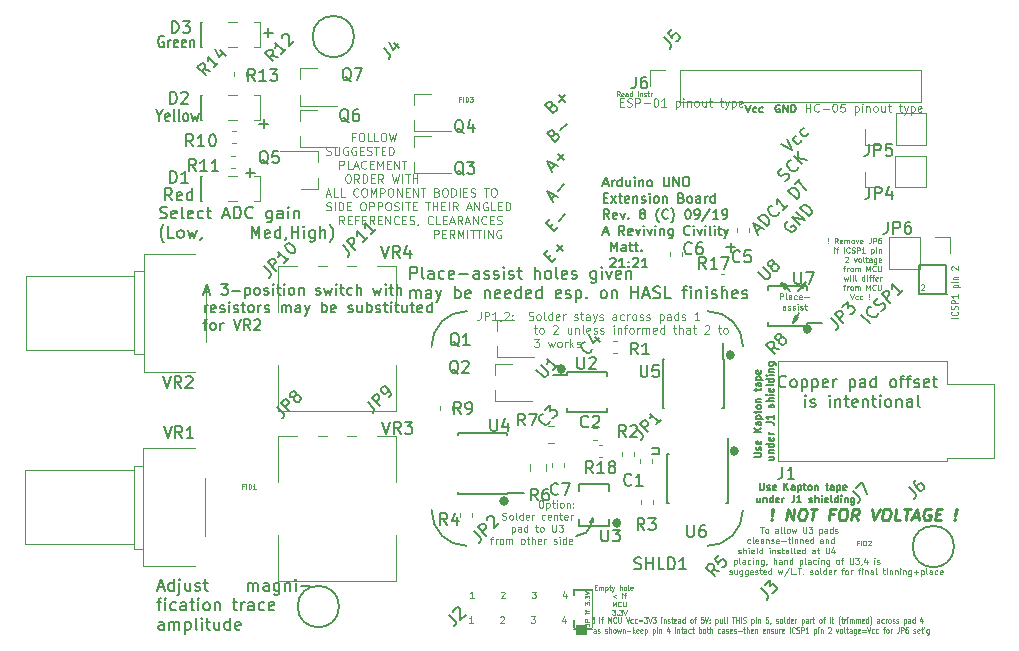
<source format=gto>
G04 #@! TF.GenerationSoftware,KiCad,Pcbnew,5.1.4-e60b266~84~ubuntu16.04.1*
G04 #@! TF.CreationDate,2019-10-07T18:08:49-05:00*
G04 #@! TF.ProjectId,uno shield v.8 project SMD,756e6f20-7368-4696-956c-6420762e3820,rev?*
G04 #@! TF.SameCoordinates,Original*
G04 #@! TF.FileFunction,Legend,Top*
G04 #@! TF.FilePolarity,Positive*
%FSLAX46Y46*%
G04 Gerber Fmt 4.6, Leading zero omitted, Abs format (unit mm)*
G04 Created by KiCad (PCBNEW 5.1.4-e60b266~84~ubuntu16.04.1) date 2019-10-07 18:08:49*
%MOMM*%
%LPD*%
G04 APERTURE LIST*
%ADD10C,0.150000*%
%ADD11C,0.100000*%
%ADD12C,0.125000*%
%ADD13C,0.112500*%
%ADD14C,0.500000*%
%ADD15C,0.140000*%
%ADD16C,0.250000*%
%ADD17C,0.170000*%
%ADD18C,0.120000*%
%ADD19C,0.152400*%
G04 APERTURE END LIST*
D10*
X141804246Y-110237662D02*
X142376666Y-110810082D01*
X142477681Y-110843754D01*
X142545025Y-110843754D01*
X142646040Y-110810082D01*
X142780727Y-110675395D01*
X142814399Y-110574380D01*
X142814399Y-110507036D01*
X142780727Y-110406021D01*
X142208307Y-109833601D01*
X143622521Y-109833601D02*
X143218460Y-110237662D01*
X143420490Y-110035632D02*
X142713384Y-109328525D01*
X142747055Y-109496884D01*
X142747055Y-109631571D01*
X142713384Y-109732586D01*
D11*
X148837804Y-87089592D02*
X148704471Y-86899116D01*
X148609233Y-87089592D02*
X148609233Y-86689592D01*
X148761614Y-86689592D01*
X148799709Y-86708640D01*
X148818757Y-86727687D01*
X148837804Y-86765782D01*
X148837804Y-86822925D01*
X148818757Y-86861020D01*
X148799709Y-86880068D01*
X148761614Y-86899116D01*
X148609233Y-86899116D01*
X149161614Y-87070544D02*
X149123519Y-87089592D01*
X149047328Y-87089592D01*
X149009233Y-87070544D01*
X148990185Y-87032449D01*
X148990185Y-86880068D01*
X149009233Y-86841973D01*
X149047328Y-86822925D01*
X149123519Y-86822925D01*
X149161614Y-86841973D01*
X149180661Y-86880068D01*
X149180661Y-86918163D01*
X148990185Y-86956259D01*
X149523519Y-87089592D02*
X149523519Y-86880068D01*
X149504471Y-86841973D01*
X149466376Y-86822925D01*
X149390185Y-86822925D01*
X149352090Y-86841973D01*
X149523519Y-87070544D02*
X149485423Y-87089592D01*
X149390185Y-87089592D01*
X149352090Y-87070544D01*
X149333042Y-87032449D01*
X149333042Y-86994354D01*
X149352090Y-86956259D01*
X149390185Y-86937211D01*
X149485423Y-86937211D01*
X149523519Y-86918163D01*
X149885423Y-87089592D02*
X149885423Y-86689592D01*
X149885423Y-87070544D02*
X149847328Y-87089592D01*
X149771138Y-87089592D01*
X149733042Y-87070544D01*
X149713995Y-87051497D01*
X149694947Y-87013401D01*
X149694947Y-86899116D01*
X149713995Y-86861020D01*
X149733042Y-86841973D01*
X149771138Y-86822925D01*
X149847328Y-86822925D01*
X149885423Y-86841973D01*
X150380661Y-87089592D02*
X150380661Y-86822925D01*
X150380661Y-86689592D02*
X150361614Y-86708640D01*
X150380661Y-86727687D01*
X150399709Y-86708640D01*
X150380661Y-86689592D01*
X150380661Y-86727687D01*
X150571138Y-86822925D02*
X150571138Y-87089592D01*
X150571138Y-86861020D02*
X150590185Y-86841973D01*
X150628280Y-86822925D01*
X150685423Y-86822925D01*
X150723519Y-86841973D01*
X150742566Y-86880068D01*
X150742566Y-87089592D01*
X150913995Y-87070544D02*
X150952090Y-87089592D01*
X151028280Y-87089592D01*
X151066376Y-87070544D01*
X151085423Y-87032449D01*
X151085423Y-87013401D01*
X151066376Y-86975306D01*
X151028280Y-86956259D01*
X150971138Y-86956259D01*
X150933042Y-86937211D01*
X150913995Y-86899116D01*
X150913995Y-86880068D01*
X150933042Y-86841973D01*
X150971138Y-86822925D01*
X151028280Y-86822925D01*
X151066376Y-86841973D01*
X151199709Y-86822925D02*
X151352090Y-86822925D01*
X151256852Y-86689592D02*
X151256852Y-87032449D01*
X151275900Y-87070544D01*
X151313995Y-87089592D01*
X151352090Y-87089592D01*
X151485423Y-87089592D02*
X151485423Y-86822925D01*
X151485423Y-86899116D02*
X151504471Y-86861020D01*
X151523519Y-86841973D01*
X151561614Y-86822925D01*
X151599709Y-86822925D01*
X148882906Y-87595240D02*
X149116240Y-87595240D01*
X149216240Y-87961906D02*
X148882906Y-87961906D01*
X148882906Y-87261906D01*
X149216240Y-87261906D01*
X149482906Y-87928573D02*
X149582906Y-87961906D01*
X149749573Y-87961906D01*
X149816240Y-87928573D01*
X149849573Y-87895240D01*
X149882906Y-87828573D01*
X149882906Y-87761906D01*
X149849573Y-87695240D01*
X149816240Y-87661906D01*
X149749573Y-87628573D01*
X149616240Y-87595240D01*
X149549573Y-87561906D01*
X149516240Y-87528573D01*
X149482906Y-87461906D01*
X149482906Y-87395240D01*
X149516240Y-87328573D01*
X149549573Y-87295240D01*
X149616240Y-87261906D01*
X149782906Y-87261906D01*
X149882906Y-87295240D01*
X150182906Y-87961906D02*
X150182906Y-87261906D01*
X150449573Y-87261906D01*
X150516240Y-87295240D01*
X150549573Y-87328573D01*
X150582906Y-87395240D01*
X150582906Y-87495240D01*
X150549573Y-87561906D01*
X150516240Y-87595240D01*
X150449573Y-87628573D01*
X150182906Y-87628573D01*
X150882906Y-87695240D02*
X151416240Y-87695240D01*
X151882906Y-87261906D02*
X151949573Y-87261906D01*
X152016240Y-87295240D01*
X152049573Y-87328573D01*
X152082906Y-87395240D01*
X152116240Y-87528573D01*
X152116240Y-87695240D01*
X152082906Y-87828573D01*
X152049573Y-87895240D01*
X152016240Y-87928573D01*
X151949573Y-87961906D01*
X151882906Y-87961906D01*
X151816240Y-87928573D01*
X151782906Y-87895240D01*
X151749573Y-87828573D01*
X151716240Y-87695240D01*
X151716240Y-87528573D01*
X151749573Y-87395240D01*
X151782906Y-87328573D01*
X151816240Y-87295240D01*
X151882906Y-87261906D01*
X152782906Y-87961906D02*
X152382906Y-87961906D01*
X152582906Y-87961906D02*
X152582906Y-87261906D01*
X152516240Y-87361906D01*
X152449573Y-87428573D01*
X152382906Y-87461906D01*
X153616240Y-87495240D02*
X153616240Y-88195240D01*
X153616240Y-87528573D02*
X153682906Y-87495240D01*
X153816240Y-87495240D01*
X153882906Y-87528573D01*
X153916240Y-87561906D01*
X153949573Y-87628573D01*
X153949573Y-87828573D01*
X153916240Y-87895240D01*
X153882906Y-87928573D01*
X153816240Y-87961906D01*
X153682906Y-87961906D01*
X153616240Y-87928573D01*
X154249573Y-87961906D02*
X154249573Y-87495240D01*
X154249573Y-87261906D02*
X154216240Y-87295240D01*
X154249573Y-87328573D01*
X154282906Y-87295240D01*
X154249573Y-87261906D01*
X154249573Y-87328573D01*
X154582906Y-87495240D02*
X154582906Y-87961906D01*
X154582906Y-87561906D02*
X154616240Y-87528573D01*
X154682906Y-87495240D01*
X154782906Y-87495240D01*
X154849573Y-87528573D01*
X154882906Y-87595240D01*
X154882906Y-87961906D01*
X155316240Y-87961906D02*
X155249573Y-87928573D01*
X155216240Y-87895240D01*
X155182906Y-87828573D01*
X155182906Y-87628573D01*
X155216240Y-87561906D01*
X155249573Y-87528573D01*
X155316240Y-87495240D01*
X155416240Y-87495240D01*
X155482906Y-87528573D01*
X155516240Y-87561906D01*
X155549573Y-87628573D01*
X155549573Y-87828573D01*
X155516240Y-87895240D01*
X155482906Y-87928573D01*
X155416240Y-87961906D01*
X155316240Y-87961906D01*
X156149573Y-87495240D02*
X156149573Y-87961906D01*
X155849573Y-87495240D02*
X155849573Y-87861906D01*
X155882906Y-87928573D01*
X155949573Y-87961906D01*
X156049573Y-87961906D01*
X156116240Y-87928573D01*
X156149573Y-87895240D01*
X156382906Y-87495240D02*
X156649573Y-87495240D01*
X156482906Y-87261906D02*
X156482906Y-87861906D01*
X156516240Y-87928573D01*
X156582906Y-87961906D01*
X156649573Y-87961906D01*
X157316240Y-87495240D02*
X157582906Y-87495240D01*
X157416240Y-87261906D02*
X157416240Y-87861906D01*
X157449573Y-87928573D01*
X157516240Y-87961906D01*
X157582906Y-87961906D01*
X157749573Y-87495240D02*
X157916240Y-87961906D01*
X158082906Y-87495240D02*
X157916240Y-87961906D01*
X157849573Y-88128573D01*
X157816240Y-88161906D01*
X157749573Y-88195240D01*
X158349573Y-87495240D02*
X158349573Y-88195240D01*
X158349573Y-87528573D02*
X158416240Y-87495240D01*
X158549573Y-87495240D01*
X158616240Y-87528573D01*
X158649573Y-87561906D01*
X158682906Y-87628573D01*
X158682906Y-87828573D01*
X158649573Y-87895240D01*
X158616240Y-87928573D01*
X158549573Y-87961906D01*
X158416240Y-87961906D01*
X158349573Y-87928573D01*
X159249573Y-87928573D02*
X159182906Y-87961906D01*
X159049573Y-87961906D01*
X158982906Y-87928573D01*
X158949573Y-87861906D01*
X158949573Y-87595240D01*
X158982906Y-87528573D01*
X159049573Y-87495240D01*
X159182906Y-87495240D01*
X159249573Y-87528573D01*
X159282906Y-87595240D01*
X159282906Y-87661906D01*
X158949573Y-87728573D01*
D10*
X160714285Y-119826428D02*
X160714285Y-120312142D01*
X160742857Y-120369285D01*
X160771428Y-120397857D01*
X160828571Y-120426428D01*
X160942857Y-120426428D01*
X161000000Y-120397857D01*
X161028571Y-120369285D01*
X161057142Y-120312142D01*
X161057142Y-119826428D01*
X161314285Y-120397857D02*
X161371428Y-120426428D01*
X161485714Y-120426428D01*
X161542857Y-120397857D01*
X161571428Y-120340714D01*
X161571428Y-120312142D01*
X161542857Y-120255000D01*
X161485714Y-120226428D01*
X161400000Y-120226428D01*
X161342857Y-120197857D01*
X161314285Y-120140714D01*
X161314285Y-120112142D01*
X161342857Y-120055000D01*
X161400000Y-120026428D01*
X161485714Y-120026428D01*
X161542857Y-120055000D01*
X162057142Y-120397857D02*
X162000000Y-120426428D01*
X161885714Y-120426428D01*
X161828571Y-120397857D01*
X161800000Y-120340714D01*
X161800000Y-120112142D01*
X161828571Y-120055000D01*
X161885714Y-120026428D01*
X162000000Y-120026428D01*
X162057142Y-120055000D01*
X162085714Y-120112142D01*
X162085714Y-120169285D01*
X161800000Y-120226428D01*
X162800000Y-120426428D02*
X162800000Y-119826428D01*
X163142857Y-120426428D02*
X162885714Y-120083571D01*
X163142857Y-119826428D02*
X162800000Y-120169285D01*
X163657142Y-120426428D02*
X163657142Y-120112142D01*
X163628571Y-120055000D01*
X163571428Y-120026428D01*
X163457142Y-120026428D01*
X163400000Y-120055000D01*
X163657142Y-120397857D02*
X163600000Y-120426428D01*
X163457142Y-120426428D01*
X163400000Y-120397857D01*
X163371428Y-120340714D01*
X163371428Y-120283571D01*
X163400000Y-120226428D01*
X163457142Y-120197857D01*
X163600000Y-120197857D01*
X163657142Y-120169285D01*
X163942857Y-120026428D02*
X163942857Y-120626428D01*
X163942857Y-120055000D02*
X164000000Y-120026428D01*
X164114285Y-120026428D01*
X164171428Y-120055000D01*
X164200000Y-120083571D01*
X164228571Y-120140714D01*
X164228571Y-120312142D01*
X164200000Y-120369285D01*
X164171428Y-120397857D01*
X164114285Y-120426428D01*
X164000000Y-120426428D01*
X163942857Y-120397857D01*
X164400000Y-120026428D02*
X164628571Y-120026428D01*
X164485714Y-119826428D02*
X164485714Y-120340714D01*
X164514285Y-120397857D01*
X164571428Y-120426428D01*
X164628571Y-120426428D01*
X164914285Y-120426428D02*
X164857142Y-120397857D01*
X164828571Y-120369285D01*
X164800000Y-120312142D01*
X164800000Y-120140714D01*
X164828571Y-120083571D01*
X164857142Y-120055000D01*
X164914285Y-120026428D01*
X165000000Y-120026428D01*
X165057142Y-120055000D01*
X165085714Y-120083571D01*
X165114285Y-120140714D01*
X165114285Y-120312142D01*
X165085714Y-120369285D01*
X165057142Y-120397857D01*
X165000000Y-120426428D01*
X164914285Y-120426428D01*
X165371428Y-120026428D02*
X165371428Y-120426428D01*
X165371428Y-120083571D02*
X165400000Y-120055000D01*
X165457142Y-120026428D01*
X165542857Y-120026428D01*
X165600000Y-120055000D01*
X165628571Y-120112142D01*
X165628571Y-120426428D01*
X166285714Y-120026428D02*
X166514285Y-120026428D01*
X166371428Y-119826428D02*
X166371428Y-120340714D01*
X166400000Y-120397857D01*
X166457142Y-120426428D01*
X166514285Y-120426428D01*
X166971428Y-120426428D02*
X166971428Y-120112142D01*
X166942857Y-120055000D01*
X166885714Y-120026428D01*
X166771428Y-120026428D01*
X166714285Y-120055000D01*
X166971428Y-120397857D02*
X166914285Y-120426428D01*
X166771428Y-120426428D01*
X166714285Y-120397857D01*
X166685714Y-120340714D01*
X166685714Y-120283571D01*
X166714285Y-120226428D01*
X166771428Y-120197857D01*
X166914285Y-120197857D01*
X166971428Y-120169285D01*
X167257142Y-120026428D02*
X167257142Y-120626428D01*
X167257142Y-120055000D02*
X167314285Y-120026428D01*
X167428571Y-120026428D01*
X167485714Y-120055000D01*
X167514285Y-120083571D01*
X167542857Y-120140714D01*
X167542857Y-120312142D01*
X167514285Y-120369285D01*
X167485714Y-120397857D01*
X167428571Y-120426428D01*
X167314285Y-120426428D01*
X167257142Y-120397857D01*
X168028571Y-120397857D02*
X167971428Y-120426428D01*
X167857142Y-120426428D01*
X167800000Y-120397857D01*
X167771428Y-120340714D01*
X167771428Y-120112142D01*
X167800000Y-120055000D01*
X167857142Y-120026428D01*
X167971428Y-120026428D01*
X168028571Y-120055000D01*
X168057142Y-120112142D01*
X168057142Y-120169285D01*
X167771428Y-120226428D01*
X160742857Y-121076428D02*
X160742857Y-121476428D01*
X160485714Y-121076428D02*
X160485714Y-121390714D01*
X160514285Y-121447857D01*
X160571428Y-121476428D01*
X160657142Y-121476428D01*
X160714285Y-121447857D01*
X160742857Y-121419285D01*
X161028571Y-121076428D02*
X161028571Y-121476428D01*
X161028571Y-121133571D02*
X161057142Y-121105000D01*
X161114285Y-121076428D01*
X161200000Y-121076428D01*
X161257142Y-121105000D01*
X161285714Y-121162142D01*
X161285714Y-121476428D01*
X161828571Y-121476428D02*
X161828571Y-120876428D01*
X161828571Y-121447857D02*
X161771428Y-121476428D01*
X161657142Y-121476428D01*
X161600000Y-121447857D01*
X161571428Y-121419285D01*
X161542857Y-121362142D01*
X161542857Y-121190714D01*
X161571428Y-121133571D01*
X161600000Y-121105000D01*
X161657142Y-121076428D01*
X161771428Y-121076428D01*
X161828571Y-121105000D01*
X162342857Y-121447857D02*
X162285714Y-121476428D01*
X162171428Y-121476428D01*
X162114285Y-121447857D01*
X162085714Y-121390714D01*
X162085714Y-121162142D01*
X162114285Y-121105000D01*
X162171428Y-121076428D01*
X162285714Y-121076428D01*
X162342857Y-121105000D01*
X162371428Y-121162142D01*
X162371428Y-121219285D01*
X162085714Y-121276428D01*
X162628571Y-121476428D02*
X162628571Y-121076428D01*
X162628571Y-121190714D02*
X162657142Y-121133571D01*
X162685714Y-121105000D01*
X162742857Y-121076428D01*
X162800000Y-121076428D01*
X163628571Y-120876428D02*
X163628571Y-121305000D01*
X163600000Y-121390714D01*
X163542857Y-121447857D01*
X163457142Y-121476428D01*
X163400000Y-121476428D01*
X164228571Y-121476428D02*
X163885714Y-121476428D01*
X164057142Y-121476428D02*
X164057142Y-120876428D01*
X164000000Y-120962142D01*
X163942857Y-121019285D01*
X163885714Y-121047857D01*
X164914285Y-121447857D02*
X164971428Y-121476428D01*
X165085714Y-121476428D01*
X165142857Y-121447857D01*
X165171428Y-121390714D01*
X165171428Y-121362142D01*
X165142857Y-121305000D01*
X165085714Y-121276428D01*
X165000000Y-121276428D01*
X164942857Y-121247857D01*
X164914285Y-121190714D01*
X164914285Y-121162142D01*
X164942857Y-121105000D01*
X165000000Y-121076428D01*
X165085714Y-121076428D01*
X165142857Y-121105000D01*
X165428571Y-121476428D02*
X165428571Y-120876428D01*
X165685714Y-121476428D02*
X165685714Y-121162142D01*
X165657142Y-121105000D01*
X165600000Y-121076428D01*
X165514285Y-121076428D01*
X165457142Y-121105000D01*
X165428571Y-121133571D01*
X165971428Y-121476428D02*
X165971428Y-121076428D01*
X165971428Y-120876428D02*
X165942857Y-120905000D01*
X165971428Y-120933571D01*
X166000000Y-120905000D01*
X165971428Y-120876428D01*
X165971428Y-120933571D01*
X166485714Y-121447857D02*
X166428571Y-121476428D01*
X166314285Y-121476428D01*
X166257142Y-121447857D01*
X166228571Y-121390714D01*
X166228571Y-121162142D01*
X166257142Y-121105000D01*
X166314285Y-121076428D01*
X166428571Y-121076428D01*
X166485714Y-121105000D01*
X166514285Y-121162142D01*
X166514285Y-121219285D01*
X166228571Y-121276428D01*
X166857142Y-121476428D02*
X166800000Y-121447857D01*
X166771428Y-121390714D01*
X166771428Y-120876428D01*
X167342857Y-121476428D02*
X167342857Y-120876428D01*
X167342857Y-121447857D02*
X167285714Y-121476428D01*
X167171428Y-121476428D01*
X167114285Y-121447857D01*
X167085714Y-121419285D01*
X167057142Y-121362142D01*
X167057142Y-121190714D01*
X167085714Y-121133571D01*
X167114285Y-121105000D01*
X167171428Y-121076428D01*
X167285714Y-121076428D01*
X167342857Y-121105000D01*
X167628571Y-121476428D02*
X167628571Y-121076428D01*
X167628571Y-120876428D02*
X167600000Y-120905000D01*
X167628571Y-120933571D01*
X167657142Y-120905000D01*
X167628571Y-120876428D01*
X167628571Y-120933571D01*
X167914285Y-121076428D02*
X167914285Y-121476428D01*
X167914285Y-121133571D02*
X167942857Y-121105000D01*
X168000000Y-121076428D01*
X168085714Y-121076428D01*
X168142857Y-121105000D01*
X168171428Y-121162142D01*
X168171428Y-121476428D01*
X168714285Y-121076428D02*
X168714285Y-121562142D01*
X168685714Y-121619285D01*
X168657142Y-121647857D01*
X168600000Y-121676428D01*
X168514285Y-121676428D01*
X168457142Y-121647857D01*
X168714285Y-121447857D02*
X168657142Y-121476428D01*
X168542857Y-121476428D01*
X168485714Y-121447857D01*
X168457142Y-121419285D01*
X168428571Y-121362142D01*
X168428571Y-121190714D01*
X168457142Y-121133571D01*
X168485714Y-121105000D01*
X168542857Y-121076428D01*
X168657142Y-121076428D01*
X168714285Y-121105000D01*
X160226428Y-117625714D02*
X160712142Y-117625714D01*
X160769285Y-117597142D01*
X160797857Y-117568571D01*
X160826428Y-117511428D01*
X160826428Y-117397142D01*
X160797857Y-117340000D01*
X160769285Y-117311428D01*
X160712142Y-117282857D01*
X160226428Y-117282857D01*
X160797857Y-117025714D02*
X160826428Y-116968571D01*
X160826428Y-116854285D01*
X160797857Y-116797142D01*
X160740714Y-116768571D01*
X160712142Y-116768571D01*
X160655000Y-116797142D01*
X160626428Y-116854285D01*
X160626428Y-116940000D01*
X160597857Y-116997142D01*
X160540714Y-117025714D01*
X160512142Y-117025714D01*
X160455000Y-116997142D01*
X160426428Y-116940000D01*
X160426428Y-116854285D01*
X160455000Y-116797142D01*
X160797857Y-116282857D02*
X160826428Y-116340000D01*
X160826428Y-116454285D01*
X160797857Y-116511428D01*
X160740714Y-116540000D01*
X160512142Y-116540000D01*
X160455000Y-116511428D01*
X160426428Y-116454285D01*
X160426428Y-116340000D01*
X160455000Y-116282857D01*
X160512142Y-116254285D01*
X160569285Y-116254285D01*
X160626428Y-116540000D01*
X160826428Y-115540000D02*
X160226428Y-115540000D01*
X160826428Y-115197142D02*
X160483571Y-115454285D01*
X160226428Y-115197142D02*
X160569285Y-115540000D01*
X160826428Y-114682857D02*
X160512142Y-114682857D01*
X160455000Y-114711428D01*
X160426428Y-114768571D01*
X160426428Y-114882857D01*
X160455000Y-114940000D01*
X160797857Y-114682857D02*
X160826428Y-114740000D01*
X160826428Y-114882857D01*
X160797857Y-114940000D01*
X160740714Y-114968571D01*
X160683571Y-114968571D01*
X160626428Y-114940000D01*
X160597857Y-114882857D01*
X160597857Y-114740000D01*
X160569285Y-114682857D01*
X160426428Y-114397142D02*
X161026428Y-114397142D01*
X160455000Y-114397142D02*
X160426428Y-114340000D01*
X160426428Y-114225714D01*
X160455000Y-114168571D01*
X160483571Y-114140000D01*
X160540714Y-114111428D01*
X160712142Y-114111428D01*
X160769285Y-114140000D01*
X160797857Y-114168571D01*
X160826428Y-114225714D01*
X160826428Y-114340000D01*
X160797857Y-114397142D01*
X160426428Y-113940000D02*
X160426428Y-113711428D01*
X160226428Y-113854285D02*
X160740714Y-113854285D01*
X160797857Y-113825714D01*
X160826428Y-113768571D01*
X160826428Y-113711428D01*
X160826428Y-113425714D02*
X160797857Y-113482857D01*
X160769285Y-113511428D01*
X160712142Y-113540000D01*
X160540714Y-113540000D01*
X160483571Y-113511428D01*
X160455000Y-113482857D01*
X160426428Y-113425714D01*
X160426428Y-113340000D01*
X160455000Y-113282857D01*
X160483571Y-113254285D01*
X160540714Y-113225714D01*
X160712142Y-113225714D01*
X160769285Y-113254285D01*
X160797857Y-113282857D01*
X160826428Y-113340000D01*
X160826428Y-113425714D01*
X160426428Y-112968571D02*
X160826428Y-112968571D01*
X160483571Y-112968571D02*
X160455000Y-112940000D01*
X160426428Y-112882857D01*
X160426428Y-112797142D01*
X160455000Y-112740000D01*
X160512142Y-112711428D01*
X160826428Y-112711428D01*
X160426428Y-112054285D02*
X160426428Y-111825714D01*
X160226428Y-111968571D02*
X160740714Y-111968571D01*
X160797857Y-111940000D01*
X160826428Y-111882857D01*
X160826428Y-111825714D01*
X160826428Y-111368571D02*
X160512142Y-111368571D01*
X160455000Y-111397142D01*
X160426428Y-111454285D01*
X160426428Y-111568571D01*
X160455000Y-111625714D01*
X160797857Y-111368571D02*
X160826428Y-111425714D01*
X160826428Y-111568571D01*
X160797857Y-111625714D01*
X160740714Y-111654285D01*
X160683571Y-111654285D01*
X160626428Y-111625714D01*
X160597857Y-111568571D01*
X160597857Y-111425714D01*
X160569285Y-111368571D01*
X160426428Y-111082857D02*
X161026428Y-111082857D01*
X160455000Y-111082857D02*
X160426428Y-111025714D01*
X160426428Y-110911428D01*
X160455000Y-110854285D01*
X160483571Y-110825714D01*
X160540714Y-110797142D01*
X160712142Y-110797142D01*
X160769285Y-110825714D01*
X160797857Y-110854285D01*
X160826428Y-110911428D01*
X160826428Y-111025714D01*
X160797857Y-111082857D01*
X160797857Y-110311428D02*
X160826428Y-110368571D01*
X160826428Y-110482857D01*
X160797857Y-110540000D01*
X160740714Y-110568571D01*
X160512142Y-110568571D01*
X160455000Y-110540000D01*
X160426428Y-110482857D01*
X160426428Y-110368571D01*
X160455000Y-110311428D01*
X160512142Y-110282857D01*
X160569285Y-110282857D01*
X160626428Y-110568571D01*
X161476428Y-117597142D02*
X161876428Y-117597142D01*
X161476428Y-117854285D02*
X161790714Y-117854285D01*
X161847857Y-117825714D01*
X161876428Y-117768571D01*
X161876428Y-117682857D01*
X161847857Y-117625714D01*
X161819285Y-117597142D01*
X161476428Y-117311428D02*
X161876428Y-117311428D01*
X161533571Y-117311428D02*
X161505000Y-117282857D01*
X161476428Y-117225714D01*
X161476428Y-117140000D01*
X161505000Y-117082857D01*
X161562142Y-117054285D01*
X161876428Y-117054285D01*
X161876428Y-116511428D02*
X161276428Y-116511428D01*
X161847857Y-116511428D02*
X161876428Y-116568571D01*
X161876428Y-116682857D01*
X161847857Y-116740000D01*
X161819285Y-116768571D01*
X161762142Y-116797142D01*
X161590714Y-116797142D01*
X161533571Y-116768571D01*
X161505000Y-116740000D01*
X161476428Y-116682857D01*
X161476428Y-116568571D01*
X161505000Y-116511428D01*
X161847857Y-115997142D02*
X161876428Y-116054285D01*
X161876428Y-116168571D01*
X161847857Y-116225714D01*
X161790714Y-116254285D01*
X161562142Y-116254285D01*
X161505000Y-116225714D01*
X161476428Y-116168571D01*
X161476428Y-116054285D01*
X161505000Y-115997142D01*
X161562142Y-115968571D01*
X161619285Y-115968571D01*
X161676428Y-116254285D01*
X161876428Y-115711428D02*
X161476428Y-115711428D01*
X161590714Y-115711428D02*
X161533571Y-115682857D01*
X161505000Y-115654285D01*
X161476428Y-115597142D01*
X161476428Y-115540000D01*
X161276428Y-114711428D02*
X161705000Y-114711428D01*
X161790714Y-114740000D01*
X161847857Y-114797142D01*
X161876428Y-114882857D01*
X161876428Y-114940000D01*
X161876428Y-114111428D02*
X161876428Y-114454285D01*
X161876428Y-114282857D02*
X161276428Y-114282857D01*
X161362142Y-114340000D01*
X161419285Y-114397142D01*
X161447857Y-114454285D01*
X161847857Y-113425714D02*
X161876428Y-113368571D01*
X161876428Y-113254285D01*
X161847857Y-113197142D01*
X161790714Y-113168571D01*
X161762142Y-113168571D01*
X161705000Y-113197142D01*
X161676428Y-113254285D01*
X161676428Y-113340000D01*
X161647857Y-113397142D01*
X161590714Y-113425714D01*
X161562142Y-113425714D01*
X161505000Y-113397142D01*
X161476428Y-113340000D01*
X161476428Y-113254285D01*
X161505000Y-113197142D01*
X161876428Y-112911428D02*
X161276428Y-112911428D01*
X161876428Y-112654285D02*
X161562142Y-112654285D01*
X161505000Y-112682857D01*
X161476428Y-112740000D01*
X161476428Y-112825714D01*
X161505000Y-112882857D01*
X161533571Y-112911428D01*
X161876428Y-112368571D02*
X161476428Y-112368571D01*
X161276428Y-112368571D02*
X161305000Y-112397142D01*
X161333571Y-112368571D01*
X161305000Y-112340000D01*
X161276428Y-112368571D01*
X161333571Y-112368571D01*
X161847857Y-111854285D02*
X161876428Y-111911428D01*
X161876428Y-112025714D01*
X161847857Y-112082857D01*
X161790714Y-112111428D01*
X161562142Y-112111428D01*
X161505000Y-112082857D01*
X161476428Y-112025714D01*
X161476428Y-111911428D01*
X161505000Y-111854285D01*
X161562142Y-111825714D01*
X161619285Y-111825714D01*
X161676428Y-112111428D01*
X161876428Y-111482857D02*
X161847857Y-111540000D01*
X161790714Y-111568571D01*
X161276428Y-111568571D01*
X161876428Y-110997142D02*
X161276428Y-110997142D01*
X161847857Y-110997142D02*
X161876428Y-111054285D01*
X161876428Y-111168571D01*
X161847857Y-111225714D01*
X161819285Y-111254285D01*
X161762142Y-111282857D01*
X161590714Y-111282857D01*
X161533571Y-111254285D01*
X161505000Y-111225714D01*
X161476428Y-111168571D01*
X161476428Y-111054285D01*
X161505000Y-110997142D01*
X161876428Y-110711428D02*
X161476428Y-110711428D01*
X161276428Y-110711428D02*
X161305000Y-110740000D01*
X161333571Y-110711428D01*
X161305000Y-110682857D01*
X161276428Y-110711428D01*
X161333571Y-110711428D01*
X161476428Y-110425714D02*
X161876428Y-110425714D01*
X161533571Y-110425714D02*
X161505000Y-110397142D01*
X161476428Y-110340000D01*
X161476428Y-110254285D01*
X161505000Y-110197142D01*
X161562142Y-110168571D01*
X161876428Y-110168571D01*
X161476428Y-109625714D02*
X161962142Y-109625714D01*
X162019285Y-109654285D01*
X162047857Y-109682857D01*
X162076428Y-109740000D01*
X162076428Y-109825714D01*
X162047857Y-109882857D01*
X161847857Y-109625714D02*
X161876428Y-109682857D01*
X161876428Y-109797142D01*
X161847857Y-109854285D01*
X161819285Y-109882857D01*
X161762142Y-109911428D01*
X161590714Y-109911428D01*
X161533571Y-109882857D01*
X161505000Y-109854285D01*
X161476428Y-109797142D01*
X161476428Y-109682857D01*
X161505000Y-109625714D01*
X125386801Y-99718748D02*
X125891877Y-100223824D01*
X125959221Y-100358511D01*
X125959221Y-100493198D01*
X125891877Y-100627885D01*
X125824534Y-100695228D01*
X126430625Y-100089137D02*
X125723519Y-99382030D01*
X125992893Y-99112656D01*
X126093908Y-99078984D01*
X126161251Y-99078984D01*
X126262267Y-99112656D01*
X126363282Y-99213671D01*
X126396954Y-99314687D01*
X126396954Y-99382030D01*
X126363282Y-99483045D01*
X126093908Y-99752419D01*
X127508122Y-99011641D02*
X127104061Y-99415702D01*
X127306091Y-99213671D02*
X126598984Y-98506564D01*
X126632656Y-98674923D01*
X126632656Y-98809610D01*
X126598984Y-98910625D01*
X128181557Y-98338206D02*
X127777496Y-98742267D01*
X127979526Y-98540236D02*
X127272419Y-97833129D01*
X127306091Y-98001488D01*
X127306091Y-98136175D01*
X127272419Y-98237190D01*
X118726801Y-101488748D02*
X119231877Y-101993824D01*
X119299221Y-102128511D01*
X119299221Y-102263198D01*
X119231877Y-102397885D01*
X119164534Y-102465228D01*
X119770625Y-101859137D02*
X119063519Y-101152030D01*
X119332893Y-100882656D01*
X119433908Y-100848984D01*
X119501251Y-100848984D01*
X119602267Y-100882656D01*
X119703282Y-100983671D01*
X119736954Y-101084687D01*
X119736954Y-101152030D01*
X119703282Y-101253045D01*
X119433908Y-101522419D01*
X120848122Y-100781641D02*
X120444061Y-101185702D01*
X120646091Y-100983671D02*
X119938984Y-100276564D01*
X119972656Y-100444923D01*
X119972656Y-100579610D01*
X119938984Y-100680625D01*
X120578748Y-99636801D02*
X120646091Y-99569458D01*
X120747106Y-99535786D01*
X120814450Y-99535786D01*
X120915465Y-99569458D01*
X121083824Y-99670473D01*
X121252183Y-99838832D01*
X121353198Y-100007190D01*
X121386870Y-100108206D01*
X121386870Y-100175549D01*
X121353198Y-100276564D01*
X121285854Y-100343908D01*
X121184839Y-100377580D01*
X121117496Y-100377580D01*
X121016480Y-100343908D01*
X120848122Y-100242893D01*
X120679763Y-100074534D01*
X120578748Y-99906175D01*
X120545076Y-99805160D01*
X120545076Y-99737816D01*
X120578748Y-99636801D01*
X119823519Y-113392030D02*
X120328595Y-113897106D01*
X120395938Y-114031793D01*
X120395938Y-114166480D01*
X120328595Y-114301167D01*
X120261251Y-114368511D01*
X120867343Y-113762419D02*
X120160236Y-113055312D01*
X120429610Y-112785938D01*
X120530625Y-112752267D01*
X120597969Y-112752267D01*
X120698984Y-112785938D01*
X120800000Y-112886954D01*
X120833671Y-112987969D01*
X120833671Y-113055312D01*
X120800000Y-113156328D01*
X120530625Y-113425702D01*
X121271404Y-112550236D02*
X121170389Y-112583908D01*
X121103045Y-112583908D01*
X121002030Y-112550236D01*
X120968358Y-112516564D01*
X120934687Y-112415549D01*
X120934687Y-112348206D01*
X120968358Y-112247190D01*
X121103045Y-112112503D01*
X121204061Y-112078832D01*
X121271404Y-112078832D01*
X121372419Y-112112503D01*
X121406091Y-112146175D01*
X121439763Y-112247190D01*
X121439763Y-112314534D01*
X121406091Y-112415549D01*
X121271404Y-112550236D01*
X121237732Y-112651251D01*
X121237732Y-112718595D01*
X121271404Y-112819610D01*
X121406091Y-112954297D01*
X121507106Y-112987969D01*
X121574450Y-112987969D01*
X121675465Y-112954297D01*
X121810152Y-112819610D01*
X121843824Y-112718595D01*
X121843824Y-112651251D01*
X121810152Y-112550236D01*
X121675465Y-112415549D01*
X121574450Y-112381877D01*
X121507106Y-112381877D01*
X121406091Y-112415549D01*
X127503519Y-112962030D02*
X128008595Y-113467106D01*
X128075938Y-113601793D01*
X128075938Y-113736480D01*
X128008595Y-113871167D01*
X127941251Y-113938511D01*
X128547343Y-113332419D02*
X127840236Y-112625312D01*
X128109610Y-112355938D01*
X128210625Y-112322267D01*
X128277969Y-112322267D01*
X128378984Y-112355938D01*
X128480000Y-112456954D01*
X128513671Y-112557969D01*
X128513671Y-112625312D01*
X128480000Y-112726328D01*
X128210625Y-112995702D01*
X129288122Y-112591641D02*
X129422809Y-112456954D01*
X129456480Y-112355938D01*
X129456480Y-112288595D01*
X129422809Y-112120236D01*
X129321793Y-111951877D01*
X129052419Y-111682503D01*
X128951404Y-111648832D01*
X128884061Y-111648832D01*
X128783045Y-111682503D01*
X128648358Y-111817190D01*
X128614687Y-111918206D01*
X128614687Y-111985549D01*
X128648358Y-112086564D01*
X128816717Y-112254923D01*
X128917732Y-112288595D01*
X128985076Y-112288595D01*
X129086091Y-112254923D01*
X129220778Y-112120236D01*
X129254450Y-112019221D01*
X129254450Y-111951877D01*
X129220778Y-111850862D01*
D12*
X160755535Y-123556190D02*
X161041250Y-123556190D01*
X160898392Y-124056190D02*
X160898392Y-123556190D01*
X161279345Y-124056190D02*
X161231726Y-124032380D01*
X161207916Y-124008571D01*
X161184107Y-123960952D01*
X161184107Y-123818095D01*
X161207916Y-123770476D01*
X161231726Y-123746666D01*
X161279345Y-123722857D01*
X161350773Y-123722857D01*
X161398392Y-123746666D01*
X161422202Y-123770476D01*
X161446011Y-123818095D01*
X161446011Y-123960952D01*
X161422202Y-124008571D01*
X161398392Y-124032380D01*
X161350773Y-124056190D01*
X161279345Y-124056190D01*
X162255535Y-124056190D02*
X162255535Y-123794285D01*
X162231726Y-123746666D01*
X162184107Y-123722857D01*
X162088869Y-123722857D01*
X162041250Y-123746666D01*
X162255535Y-124032380D02*
X162207916Y-124056190D01*
X162088869Y-124056190D01*
X162041250Y-124032380D01*
X162017440Y-123984761D01*
X162017440Y-123937142D01*
X162041250Y-123889523D01*
X162088869Y-123865714D01*
X162207916Y-123865714D01*
X162255535Y-123841904D01*
X162565059Y-124056190D02*
X162517440Y-124032380D01*
X162493630Y-123984761D01*
X162493630Y-123556190D01*
X162826964Y-124056190D02*
X162779345Y-124032380D01*
X162755535Y-123984761D01*
X162755535Y-123556190D01*
X163088869Y-124056190D02*
X163041250Y-124032380D01*
X163017440Y-124008571D01*
X162993630Y-123960952D01*
X162993630Y-123818095D01*
X163017440Y-123770476D01*
X163041250Y-123746666D01*
X163088869Y-123722857D01*
X163160297Y-123722857D01*
X163207916Y-123746666D01*
X163231726Y-123770476D01*
X163255535Y-123818095D01*
X163255535Y-123960952D01*
X163231726Y-124008571D01*
X163207916Y-124032380D01*
X163160297Y-124056190D01*
X163088869Y-124056190D01*
X163422202Y-123722857D02*
X163517440Y-124056190D01*
X163612678Y-123818095D01*
X163707916Y-124056190D01*
X163803154Y-123722857D01*
X164374583Y-123556190D02*
X164374583Y-123960952D01*
X164398392Y-124008571D01*
X164422202Y-124032380D01*
X164469821Y-124056190D01*
X164565059Y-124056190D01*
X164612678Y-124032380D01*
X164636488Y-124008571D01*
X164660297Y-123960952D01*
X164660297Y-123556190D01*
X164850773Y-123556190D02*
X165160297Y-123556190D01*
X164993630Y-123746666D01*
X165065059Y-123746666D01*
X165112678Y-123770476D01*
X165136488Y-123794285D01*
X165160297Y-123841904D01*
X165160297Y-123960952D01*
X165136488Y-124008571D01*
X165112678Y-124032380D01*
X165065059Y-124056190D01*
X164922202Y-124056190D01*
X164874583Y-124032380D01*
X164850773Y-124008571D01*
X165755535Y-123722857D02*
X165755535Y-124222857D01*
X165755535Y-123746666D02*
X165803154Y-123722857D01*
X165898392Y-123722857D01*
X165946011Y-123746666D01*
X165969821Y-123770476D01*
X165993630Y-123818095D01*
X165993630Y-123960952D01*
X165969821Y-124008571D01*
X165946011Y-124032380D01*
X165898392Y-124056190D01*
X165803154Y-124056190D01*
X165755535Y-124032380D01*
X166422202Y-124056190D02*
X166422202Y-123794285D01*
X166398392Y-123746666D01*
X166350773Y-123722857D01*
X166255535Y-123722857D01*
X166207916Y-123746666D01*
X166422202Y-124032380D02*
X166374583Y-124056190D01*
X166255535Y-124056190D01*
X166207916Y-124032380D01*
X166184107Y-123984761D01*
X166184107Y-123937142D01*
X166207916Y-123889523D01*
X166255535Y-123865714D01*
X166374583Y-123865714D01*
X166422202Y-123841904D01*
X166874583Y-124056190D02*
X166874583Y-123556190D01*
X166874583Y-124032380D02*
X166826964Y-124056190D01*
X166731726Y-124056190D01*
X166684107Y-124032380D01*
X166660297Y-124008571D01*
X166636488Y-123960952D01*
X166636488Y-123818095D01*
X166660297Y-123770476D01*
X166684107Y-123746666D01*
X166731726Y-123722857D01*
X166826964Y-123722857D01*
X166874583Y-123746666D01*
X167088869Y-124032380D02*
X167136488Y-124056190D01*
X167231726Y-124056190D01*
X167279345Y-124032380D01*
X167303154Y-123984761D01*
X167303154Y-123960952D01*
X167279345Y-123913333D01*
X167231726Y-123889523D01*
X167160297Y-123889523D01*
X167112678Y-123865714D01*
X167088869Y-123818095D01*
X167088869Y-123794285D01*
X167112678Y-123746666D01*
X167160297Y-123722857D01*
X167231726Y-123722857D01*
X167279345Y-123746666D01*
X159898392Y-124907380D02*
X159850773Y-124931190D01*
X159755535Y-124931190D01*
X159707916Y-124907380D01*
X159684107Y-124883571D01*
X159660297Y-124835952D01*
X159660297Y-124693095D01*
X159684107Y-124645476D01*
X159707916Y-124621666D01*
X159755535Y-124597857D01*
X159850773Y-124597857D01*
X159898392Y-124621666D01*
X160184107Y-124931190D02*
X160136488Y-124907380D01*
X160112678Y-124859761D01*
X160112678Y-124431190D01*
X160565059Y-124907380D02*
X160517440Y-124931190D01*
X160422202Y-124931190D01*
X160374583Y-124907380D01*
X160350773Y-124859761D01*
X160350773Y-124669285D01*
X160374583Y-124621666D01*
X160422202Y-124597857D01*
X160517440Y-124597857D01*
X160565059Y-124621666D01*
X160588869Y-124669285D01*
X160588869Y-124716904D01*
X160350773Y-124764523D01*
X161017440Y-124931190D02*
X161017440Y-124669285D01*
X160993630Y-124621666D01*
X160946011Y-124597857D01*
X160850773Y-124597857D01*
X160803154Y-124621666D01*
X161017440Y-124907380D02*
X160969821Y-124931190D01*
X160850773Y-124931190D01*
X160803154Y-124907380D01*
X160779345Y-124859761D01*
X160779345Y-124812142D01*
X160803154Y-124764523D01*
X160850773Y-124740714D01*
X160969821Y-124740714D01*
X161017440Y-124716904D01*
X161255535Y-124597857D02*
X161255535Y-124931190D01*
X161255535Y-124645476D02*
X161279345Y-124621666D01*
X161326964Y-124597857D01*
X161398392Y-124597857D01*
X161446011Y-124621666D01*
X161469821Y-124669285D01*
X161469821Y-124931190D01*
X161684107Y-124907380D02*
X161731726Y-124931190D01*
X161826964Y-124931190D01*
X161874583Y-124907380D01*
X161898392Y-124859761D01*
X161898392Y-124835952D01*
X161874583Y-124788333D01*
X161826964Y-124764523D01*
X161755535Y-124764523D01*
X161707916Y-124740714D01*
X161684107Y-124693095D01*
X161684107Y-124669285D01*
X161707916Y-124621666D01*
X161755535Y-124597857D01*
X161826964Y-124597857D01*
X161874583Y-124621666D01*
X162303154Y-124907380D02*
X162255535Y-124931190D01*
X162160297Y-124931190D01*
X162112678Y-124907380D01*
X162088869Y-124859761D01*
X162088869Y-124669285D01*
X162112678Y-124621666D01*
X162160297Y-124597857D01*
X162255535Y-124597857D01*
X162303154Y-124621666D01*
X162326964Y-124669285D01*
X162326964Y-124716904D01*
X162088869Y-124764523D01*
X162541250Y-124740714D02*
X162922202Y-124740714D01*
X163088869Y-124597857D02*
X163279345Y-124597857D01*
X163160297Y-124431190D02*
X163160297Y-124859761D01*
X163184107Y-124907380D01*
X163231726Y-124931190D01*
X163279345Y-124931190D01*
X163446011Y-124931190D02*
X163446011Y-124597857D01*
X163446011Y-124431190D02*
X163422202Y-124455000D01*
X163446011Y-124478809D01*
X163469821Y-124455000D01*
X163446011Y-124431190D01*
X163446011Y-124478809D01*
X163684107Y-124597857D02*
X163684107Y-124931190D01*
X163684107Y-124645476D02*
X163707916Y-124621666D01*
X163755535Y-124597857D01*
X163826964Y-124597857D01*
X163874583Y-124621666D01*
X163898392Y-124669285D01*
X163898392Y-124931190D01*
X164136488Y-124597857D02*
X164136488Y-124931190D01*
X164136488Y-124645476D02*
X164160297Y-124621666D01*
X164207916Y-124597857D01*
X164279345Y-124597857D01*
X164326964Y-124621666D01*
X164350773Y-124669285D01*
X164350773Y-124931190D01*
X164779345Y-124907380D02*
X164731726Y-124931190D01*
X164636488Y-124931190D01*
X164588869Y-124907380D01*
X164565059Y-124859761D01*
X164565059Y-124669285D01*
X164588869Y-124621666D01*
X164636488Y-124597857D01*
X164731726Y-124597857D01*
X164779345Y-124621666D01*
X164803154Y-124669285D01*
X164803154Y-124716904D01*
X164565059Y-124764523D01*
X165231726Y-124931190D02*
X165231726Y-124431190D01*
X165231726Y-124907380D02*
X165184107Y-124931190D01*
X165088869Y-124931190D01*
X165041250Y-124907380D01*
X165017440Y-124883571D01*
X164993630Y-124835952D01*
X164993630Y-124693095D01*
X165017440Y-124645476D01*
X165041250Y-124621666D01*
X165088869Y-124597857D01*
X165184107Y-124597857D01*
X165231726Y-124621666D01*
X166065059Y-124931190D02*
X166065059Y-124669285D01*
X166041250Y-124621666D01*
X165993630Y-124597857D01*
X165898392Y-124597857D01*
X165850773Y-124621666D01*
X166065059Y-124907380D02*
X166017440Y-124931190D01*
X165898392Y-124931190D01*
X165850773Y-124907380D01*
X165826964Y-124859761D01*
X165826964Y-124812142D01*
X165850773Y-124764523D01*
X165898392Y-124740714D01*
X166017440Y-124740714D01*
X166065059Y-124716904D01*
X166303154Y-124597857D02*
X166303154Y-124931190D01*
X166303154Y-124645476D02*
X166326964Y-124621666D01*
X166374583Y-124597857D01*
X166446011Y-124597857D01*
X166493630Y-124621666D01*
X166517440Y-124669285D01*
X166517440Y-124931190D01*
X166969821Y-124931190D02*
X166969821Y-124431190D01*
X166969821Y-124907380D02*
X166922202Y-124931190D01*
X166826964Y-124931190D01*
X166779345Y-124907380D01*
X166755535Y-124883571D01*
X166731726Y-124835952D01*
X166731726Y-124693095D01*
X166755535Y-124645476D01*
X166779345Y-124621666D01*
X166826964Y-124597857D01*
X166922202Y-124597857D01*
X166969821Y-124621666D01*
X158898392Y-125782380D02*
X158946011Y-125806190D01*
X159041250Y-125806190D01*
X159088869Y-125782380D01*
X159112678Y-125734761D01*
X159112678Y-125710952D01*
X159088869Y-125663333D01*
X159041250Y-125639523D01*
X158969821Y-125639523D01*
X158922202Y-125615714D01*
X158898392Y-125568095D01*
X158898392Y-125544285D01*
X158922202Y-125496666D01*
X158969821Y-125472857D01*
X159041250Y-125472857D01*
X159088869Y-125496666D01*
X159326964Y-125806190D02*
X159326964Y-125306190D01*
X159541250Y-125806190D02*
X159541250Y-125544285D01*
X159517440Y-125496666D01*
X159469821Y-125472857D01*
X159398392Y-125472857D01*
X159350773Y-125496666D01*
X159326964Y-125520476D01*
X159779345Y-125806190D02*
X159779345Y-125472857D01*
X159779345Y-125306190D02*
X159755535Y-125330000D01*
X159779345Y-125353809D01*
X159803154Y-125330000D01*
X159779345Y-125306190D01*
X159779345Y-125353809D01*
X160207916Y-125782380D02*
X160160297Y-125806190D01*
X160065059Y-125806190D01*
X160017440Y-125782380D01*
X159993630Y-125734761D01*
X159993630Y-125544285D01*
X160017440Y-125496666D01*
X160065059Y-125472857D01*
X160160297Y-125472857D01*
X160207916Y-125496666D01*
X160231726Y-125544285D01*
X160231726Y-125591904D01*
X159993630Y-125639523D01*
X160517440Y-125806190D02*
X160469821Y-125782380D01*
X160446011Y-125734761D01*
X160446011Y-125306190D01*
X160922202Y-125806190D02*
X160922202Y-125306190D01*
X160922202Y-125782380D02*
X160874583Y-125806190D01*
X160779345Y-125806190D01*
X160731726Y-125782380D01*
X160707916Y-125758571D01*
X160684107Y-125710952D01*
X160684107Y-125568095D01*
X160707916Y-125520476D01*
X160731726Y-125496666D01*
X160779345Y-125472857D01*
X160874583Y-125472857D01*
X160922202Y-125496666D01*
X161541250Y-125806190D02*
X161541250Y-125472857D01*
X161541250Y-125306190D02*
X161517440Y-125330000D01*
X161541250Y-125353809D01*
X161565059Y-125330000D01*
X161541250Y-125306190D01*
X161541250Y-125353809D01*
X161779345Y-125472857D02*
X161779345Y-125806190D01*
X161779345Y-125520476D02*
X161803154Y-125496666D01*
X161850773Y-125472857D01*
X161922202Y-125472857D01*
X161969821Y-125496666D01*
X161993630Y-125544285D01*
X161993630Y-125806190D01*
X162207916Y-125782380D02*
X162255535Y-125806190D01*
X162350773Y-125806190D01*
X162398392Y-125782380D01*
X162422202Y-125734761D01*
X162422202Y-125710952D01*
X162398392Y-125663333D01*
X162350773Y-125639523D01*
X162279345Y-125639523D01*
X162231726Y-125615714D01*
X162207916Y-125568095D01*
X162207916Y-125544285D01*
X162231726Y-125496666D01*
X162279345Y-125472857D01*
X162350773Y-125472857D01*
X162398392Y-125496666D01*
X162565059Y-125472857D02*
X162755535Y-125472857D01*
X162636488Y-125306190D02*
X162636488Y-125734761D01*
X162660297Y-125782380D01*
X162707916Y-125806190D01*
X162755535Y-125806190D01*
X163136488Y-125806190D02*
X163136488Y-125544285D01*
X163112678Y-125496666D01*
X163065059Y-125472857D01*
X162969821Y-125472857D01*
X162922202Y-125496666D01*
X163136488Y-125782380D02*
X163088869Y-125806190D01*
X162969821Y-125806190D01*
X162922202Y-125782380D01*
X162898392Y-125734761D01*
X162898392Y-125687142D01*
X162922202Y-125639523D01*
X162969821Y-125615714D01*
X163088869Y-125615714D01*
X163136488Y-125591904D01*
X163446011Y-125806190D02*
X163398392Y-125782380D01*
X163374583Y-125734761D01*
X163374583Y-125306190D01*
X163707916Y-125806190D02*
X163660297Y-125782380D01*
X163636488Y-125734761D01*
X163636488Y-125306190D01*
X164088869Y-125782380D02*
X164041250Y-125806190D01*
X163946011Y-125806190D01*
X163898392Y-125782380D01*
X163874583Y-125734761D01*
X163874583Y-125544285D01*
X163898392Y-125496666D01*
X163946011Y-125472857D01*
X164041250Y-125472857D01*
X164088869Y-125496666D01*
X164112678Y-125544285D01*
X164112678Y-125591904D01*
X163874583Y-125639523D01*
X164541250Y-125806190D02*
X164541250Y-125306190D01*
X164541250Y-125782380D02*
X164493630Y-125806190D01*
X164398392Y-125806190D01*
X164350773Y-125782380D01*
X164326964Y-125758571D01*
X164303154Y-125710952D01*
X164303154Y-125568095D01*
X164326964Y-125520476D01*
X164350773Y-125496666D01*
X164398392Y-125472857D01*
X164493630Y-125472857D01*
X164541250Y-125496666D01*
X165374583Y-125806190D02*
X165374583Y-125544285D01*
X165350773Y-125496666D01*
X165303154Y-125472857D01*
X165207916Y-125472857D01*
X165160297Y-125496666D01*
X165374583Y-125782380D02*
X165326964Y-125806190D01*
X165207916Y-125806190D01*
X165160297Y-125782380D01*
X165136488Y-125734761D01*
X165136488Y-125687142D01*
X165160297Y-125639523D01*
X165207916Y-125615714D01*
X165326964Y-125615714D01*
X165374583Y-125591904D01*
X165541250Y-125472857D02*
X165731726Y-125472857D01*
X165612678Y-125306190D02*
X165612678Y-125734761D01*
X165636488Y-125782380D01*
X165684107Y-125806190D01*
X165731726Y-125806190D01*
X166279345Y-125306190D02*
X166279345Y-125710952D01*
X166303154Y-125758571D01*
X166326964Y-125782380D01*
X166374583Y-125806190D01*
X166469821Y-125806190D01*
X166517440Y-125782380D01*
X166541250Y-125758571D01*
X166565059Y-125710952D01*
X166565059Y-125306190D01*
X167017440Y-125472857D02*
X167017440Y-125806190D01*
X166898392Y-125282380D02*
X166779345Y-125639523D01*
X167088869Y-125639523D01*
X158541250Y-126347857D02*
X158541250Y-126847857D01*
X158541250Y-126371666D02*
X158588869Y-126347857D01*
X158684107Y-126347857D01*
X158731726Y-126371666D01*
X158755535Y-126395476D01*
X158779345Y-126443095D01*
X158779345Y-126585952D01*
X158755535Y-126633571D01*
X158731726Y-126657380D01*
X158684107Y-126681190D01*
X158588869Y-126681190D01*
X158541250Y-126657380D01*
X159065059Y-126681190D02*
X159017440Y-126657380D01*
X158993630Y-126609761D01*
X158993630Y-126181190D01*
X159469821Y-126681190D02*
X159469821Y-126419285D01*
X159446011Y-126371666D01*
X159398392Y-126347857D01*
X159303154Y-126347857D01*
X159255535Y-126371666D01*
X159469821Y-126657380D02*
X159422202Y-126681190D01*
X159303154Y-126681190D01*
X159255535Y-126657380D01*
X159231726Y-126609761D01*
X159231726Y-126562142D01*
X159255535Y-126514523D01*
X159303154Y-126490714D01*
X159422202Y-126490714D01*
X159469821Y-126466904D01*
X159922202Y-126657380D02*
X159874583Y-126681190D01*
X159779345Y-126681190D01*
X159731726Y-126657380D01*
X159707916Y-126633571D01*
X159684107Y-126585952D01*
X159684107Y-126443095D01*
X159707916Y-126395476D01*
X159731726Y-126371666D01*
X159779345Y-126347857D01*
X159874583Y-126347857D01*
X159922202Y-126371666D01*
X160136488Y-126681190D02*
X160136488Y-126347857D01*
X160136488Y-126181190D02*
X160112678Y-126205000D01*
X160136488Y-126228809D01*
X160160297Y-126205000D01*
X160136488Y-126181190D01*
X160136488Y-126228809D01*
X160374583Y-126347857D02*
X160374583Y-126681190D01*
X160374583Y-126395476D02*
X160398392Y-126371666D01*
X160446011Y-126347857D01*
X160517440Y-126347857D01*
X160565059Y-126371666D01*
X160588869Y-126419285D01*
X160588869Y-126681190D01*
X161041250Y-126347857D02*
X161041250Y-126752619D01*
X161017440Y-126800238D01*
X160993630Y-126824047D01*
X160946011Y-126847857D01*
X160874583Y-126847857D01*
X160826964Y-126824047D01*
X161041250Y-126657380D02*
X160993630Y-126681190D01*
X160898392Y-126681190D01*
X160850773Y-126657380D01*
X160826964Y-126633571D01*
X160803154Y-126585952D01*
X160803154Y-126443095D01*
X160826964Y-126395476D01*
X160850773Y-126371666D01*
X160898392Y-126347857D01*
X160993630Y-126347857D01*
X161041250Y-126371666D01*
X161303154Y-126657380D02*
X161303154Y-126681190D01*
X161279345Y-126728809D01*
X161255535Y-126752619D01*
X161898392Y-126681190D02*
X161898392Y-126181190D01*
X162112678Y-126681190D02*
X162112678Y-126419285D01*
X162088869Y-126371666D01*
X162041250Y-126347857D01*
X161969821Y-126347857D01*
X161922202Y-126371666D01*
X161898392Y-126395476D01*
X162565059Y-126681190D02*
X162565059Y-126419285D01*
X162541250Y-126371666D01*
X162493630Y-126347857D01*
X162398392Y-126347857D01*
X162350773Y-126371666D01*
X162565059Y-126657380D02*
X162517440Y-126681190D01*
X162398392Y-126681190D01*
X162350773Y-126657380D01*
X162326964Y-126609761D01*
X162326964Y-126562142D01*
X162350773Y-126514523D01*
X162398392Y-126490714D01*
X162517440Y-126490714D01*
X162565059Y-126466904D01*
X162803154Y-126347857D02*
X162803154Y-126681190D01*
X162803154Y-126395476D02*
X162826964Y-126371666D01*
X162874583Y-126347857D01*
X162946011Y-126347857D01*
X162993630Y-126371666D01*
X163017440Y-126419285D01*
X163017440Y-126681190D01*
X163469821Y-126681190D02*
X163469821Y-126181190D01*
X163469821Y-126657380D02*
X163422202Y-126681190D01*
X163326964Y-126681190D01*
X163279345Y-126657380D01*
X163255535Y-126633571D01*
X163231726Y-126585952D01*
X163231726Y-126443095D01*
X163255535Y-126395476D01*
X163279345Y-126371666D01*
X163326964Y-126347857D01*
X163422202Y-126347857D01*
X163469821Y-126371666D01*
X164088869Y-126347857D02*
X164088869Y-126847857D01*
X164088869Y-126371666D02*
X164136488Y-126347857D01*
X164231726Y-126347857D01*
X164279345Y-126371666D01*
X164303154Y-126395476D01*
X164326964Y-126443095D01*
X164326964Y-126585952D01*
X164303154Y-126633571D01*
X164279345Y-126657380D01*
X164231726Y-126681190D01*
X164136488Y-126681190D01*
X164088869Y-126657380D01*
X164612678Y-126681190D02*
X164565059Y-126657380D01*
X164541250Y-126609761D01*
X164541250Y-126181190D01*
X165017440Y-126681190D02*
X165017440Y-126419285D01*
X164993630Y-126371666D01*
X164946011Y-126347857D01*
X164850773Y-126347857D01*
X164803154Y-126371666D01*
X165017440Y-126657380D02*
X164969821Y-126681190D01*
X164850773Y-126681190D01*
X164803154Y-126657380D01*
X164779345Y-126609761D01*
X164779345Y-126562142D01*
X164803154Y-126514523D01*
X164850773Y-126490714D01*
X164969821Y-126490714D01*
X165017440Y-126466904D01*
X165469821Y-126657380D02*
X165422202Y-126681190D01*
X165326964Y-126681190D01*
X165279345Y-126657380D01*
X165255535Y-126633571D01*
X165231726Y-126585952D01*
X165231726Y-126443095D01*
X165255535Y-126395476D01*
X165279345Y-126371666D01*
X165326964Y-126347857D01*
X165422202Y-126347857D01*
X165469821Y-126371666D01*
X165684107Y-126681190D02*
X165684107Y-126347857D01*
X165684107Y-126181190D02*
X165660297Y-126205000D01*
X165684107Y-126228809D01*
X165707916Y-126205000D01*
X165684107Y-126181190D01*
X165684107Y-126228809D01*
X165922202Y-126347857D02*
X165922202Y-126681190D01*
X165922202Y-126395476D02*
X165946011Y-126371666D01*
X165993630Y-126347857D01*
X166065059Y-126347857D01*
X166112678Y-126371666D01*
X166136488Y-126419285D01*
X166136488Y-126681190D01*
X166588869Y-126347857D02*
X166588869Y-126752619D01*
X166565059Y-126800238D01*
X166541250Y-126824047D01*
X166493630Y-126847857D01*
X166422202Y-126847857D01*
X166374583Y-126824047D01*
X166588869Y-126657380D02*
X166541250Y-126681190D01*
X166446011Y-126681190D01*
X166398392Y-126657380D01*
X166374583Y-126633571D01*
X166350773Y-126585952D01*
X166350773Y-126443095D01*
X166374583Y-126395476D01*
X166398392Y-126371666D01*
X166446011Y-126347857D01*
X166541250Y-126347857D01*
X166588869Y-126371666D01*
X167279345Y-126681190D02*
X167231726Y-126657380D01*
X167207916Y-126633571D01*
X167184107Y-126585952D01*
X167184107Y-126443095D01*
X167207916Y-126395476D01*
X167231726Y-126371666D01*
X167279345Y-126347857D01*
X167350773Y-126347857D01*
X167398392Y-126371666D01*
X167422202Y-126395476D01*
X167446011Y-126443095D01*
X167446011Y-126585952D01*
X167422202Y-126633571D01*
X167398392Y-126657380D01*
X167350773Y-126681190D01*
X167279345Y-126681190D01*
X167588869Y-126347857D02*
X167779345Y-126347857D01*
X167660297Y-126681190D02*
X167660297Y-126252619D01*
X167684107Y-126205000D01*
X167731726Y-126181190D01*
X167779345Y-126181190D01*
X168326964Y-126181190D02*
X168326964Y-126585952D01*
X168350773Y-126633571D01*
X168374583Y-126657380D01*
X168422202Y-126681190D01*
X168517440Y-126681190D01*
X168565059Y-126657380D01*
X168588869Y-126633571D01*
X168612678Y-126585952D01*
X168612678Y-126181190D01*
X168803154Y-126181190D02*
X169112678Y-126181190D01*
X168946011Y-126371666D01*
X169017440Y-126371666D01*
X169065059Y-126395476D01*
X169088869Y-126419285D01*
X169112678Y-126466904D01*
X169112678Y-126585952D01*
X169088869Y-126633571D01*
X169065059Y-126657380D01*
X169017440Y-126681190D01*
X168874583Y-126681190D01*
X168826964Y-126657380D01*
X168803154Y-126633571D01*
X169350773Y-126657380D02*
X169350773Y-126681190D01*
X169326964Y-126728809D01*
X169303154Y-126752619D01*
X169779345Y-126347857D02*
X169779345Y-126681190D01*
X169660297Y-126157380D02*
X169541250Y-126514523D01*
X169850773Y-126514523D01*
X170422202Y-126681190D02*
X170422202Y-126347857D01*
X170422202Y-126181190D02*
X170398392Y-126205000D01*
X170422202Y-126228809D01*
X170446011Y-126205000D01*
X170422202Y-126181190D01*
X170422202Y-126228809D01*
X170636488Y-126657380D02*
X170684107Y-126681190D01*
X170779345Y-126681190D01*
X170826964Y-126657380D01*
X170850773Y-126609761D01*
X170850773Y-126585952D01*
X170826964Y-126538333D01*
X170779345Y-126514523D01*
X170707916Y-126514523D01*
X170660297Y-126490714D01*
X170636488Y-126443095D01*
X170636488Y-126419285D01*
X170660297Y-126371666D01*
X170707916Y-126347857D01*
X170779345Y-126347857D01*
X170826964Y-126371666D01*
X158136488Y-127532380D02*
X158184107Y-127556190D01*
X158279345Y-127556190D01*
X158326964Y-127532380D01*
X158350773Y-127484761D01*
X158350773Y-127460952D01*
X158326964Y-127413333D01*
X158279345Y-127389523D01*
X158207916Y-127389523D01*
X158160297Y-127365714D01*
X158136488Y-127318095D01*
X158136488Y-127294285D01*
X158160297Y-127246666D01*
X158207916Y-127222857D01*
X158279345Y-127222857D01*
X158326964Y-127246666D01*
X158779345Y-127222857D02*
X158779345Y-127556190D01*
X158565059Y-127222857D02*
X158565059Y-127484761D01*
X158588869Y-127532380D01*
X158636488Y-127556190D01*
X158707916Y-127556190D01*
X158755535Y-127532380D01*
X158779345Y-127508571D01*
X159231726Y-127222857D02*
X159231726Y-127627619D01*
X159207916Y-127675238D01*
X159184107Y-127699047D01*
X159136488Y-127722857D01*
X159065059Y-127722857D01*
X159017440Y-127699047D01*
X159231726Y-127532380D02*
X159184107Y-127556190D01*
X159088869Y-127556190D01*
X159041250Y-127532380D01*
X159017440Y-127508571D01*
X158993630Y-127460952D01*
X158993630Y-127318095D01*
X159017440Y-127270476D01*
X159041250Y-127246666D01*
X159088869Y-127222857D01*
X159184107Y-127222857D01*
X159231726Y-127246666D01*
X159684107Y-127222857D02*
X159684107Y-127627619D01*
X159660297Y-127675238D01*
X159636488Y-127699047D01*
X159588869Y-127722857D01*
X159517440Y-127722857D01*
X159469821Y-127699047D01*
X159684107Y-127532380D02*
X159636488Y-127556190D01*
X159541250Y-127556190D01*
X159493630Y-127532380D01*
X159469821Y-127508571D01*
X159446011Y-127460952D01*
X159446011Y-127318095D01*
X159469821Y-127270476D01*
X159493630Y-127246666D01*
X159541250Y-127222857D01*
X159636488Y-127222857D01*
X159684107Y-127246666D01*
X160112678Y-127532380D02*
X160065059Y-127556190D01*
X159969821Y-127556190D01*
X159922202Y-127532380D01*
X159898392Y-127484761D01*
X159898392Y-127294285D01*
X159922202Y-127246666D01*
X159969821Y-127222857D01*
X160065059Y-127222857D01*
X160112678Y-127246666D01*
X160136488Y-127294285D01*
X160136488Y-127341904D01*
X159898392Y-127389523D01*
X160326964Y-127532380D02*
X160374583Y-127556190D01*
X160469821Y-127556190D01*
X160517440Y-127532380D01*
X160541250Y-127484761D01*
X160541250Y-127460952D01*
X160517440Y-127413333D01*
X160469821Y-127389523D01*
X160398392Y-127389523D01*
X160350773Y-127365714D01*
X160326964Y-127318095D01*
X160326964Y-127294285D01*
X160350773Y-127246666D01*
X160398392Y-127222857D01*
X160469821Y-127222857D01*
X160517440Y-127246666D01*
X160684107Y-127222857D02*
X160874583Y-127222857D01*
X160755535Y-127056190D02*
X160755535Y-127484761D01*
X160779345Y-127532380D01*
X160826964Y-127556190D01*
X160874583Y-127556190D01*
X161231726Y-127532380D02*
X161184107Y-127556190D01*
X161088869Y-127556190D01*
X161041250Y-127532380D01*
X161017440Y-127484761D01*
X161017440Y-127294285D01*
X161041250Y-127246666D01*
X161088869Y-127222857D01*
X161184107Y-127222857D01*
X161231726Y-127246666D01*
X161255535Y-127294285D01*
X161255535Y-127341904D01*
X161017440Y-127389523D01*
X161684107Y-127556190D02*
X161684107Y-127056190D01*
X161684107Y-127532380D02*
X161636488Y-127556190D01*
X161541250Y-127556190D01*
X161493630Y-127532380D01*
X161469821Y-127508571D01*
X161446011Y-127460952D01*
X161446011Y-127318095D01*
X161469821Y-127270476D01*
X161493630Y-127246666D01*
X161541250Y-127222857D01*
X161636488Y-127222857D01*
X161684107Y-127246666D01*
X162255535Y-127222857D02*
X162350773Y-127556190D01*
X162446011Y-127318095D01*
X162541250Y-127556190D01*
X162636488Y-127222857D01*
X163184107Y-127032380D02*
X162755535Y-127675238D01*
X163588869Y-127556190D02*
X163350773Y-127556190D01*
X163350773Y-127056190D01*
X163755535Y-127508571D02*
X163779345Y-127532380D01*
X163755535Y-127556190D01*
X163731726Y-127532380D01*
X163755535Y-127508571D01*
X163755535Y-127556190D01*
X163922202Y-127056190D02*
X164207916Y-127056190D01*
X164065059Y-127556190D02*
X164065059Y-127056190D01*
X164374583Y-127508571D02*
X164398392Y-127532380D01*
X164374583Y-127556190D01*
X164350773Y-127532380D01*
X164374583Y-127508571D01*
X164374583Y-127556190D01*
X164969821Y-127532380D02*
X165017440Y-127556190D01*
X165112678Y-127556190D01*
X165160297Y-127532380D01*
X165184107Y-127484761D01*
X165184107Y-127460952D01*
X165160297Y-127413333D01*
X165112678Y-127389523D01*
X165041250Y-127389523D01*
X164993630Y-127365714D01*
X164969821Y-127318095D01*
X164969821Y-127294285D01*
X164993630Y-127246666D01*
X165041250Y-127222857D01*
X165112678Y-127222857D01*
X165160297Y-127246666D01*
X165469821Y-127556190D02*
X165422202Y-127532380D01*
X165398392Y-127508571D01*
X165374583Y-127460952D01*
X165374583Y-127318095D01*
X165398392Y-127270476D01*
X165422202Y-127246666D01*
X165469821Y-127222857D01*
X165541250Y-127222857D01*
X165588869Y-127246666D01*
X165612678Y-127270476D01*
X165636488Y-127318095D01*
X165636488Y-127460952D01*
X165612678Y-127508571D01*
X165588869Y-127532380D01*
X165541250Y-127556190D01*
X165469821Y-127556190D01*
X165922202Y-127556190D02*
X165874583Y-127532380D01*
X165850773Y-127484761D01*
X165850773Y-127056190D01*
X166326964Y-127556190D02*
X166326964Y-127056190D01*
X166326964Y-127532380D02*
X166279345Y-127556190D01*
X166184107Y-127556190D01*
X166136488Y-127532380D01*
X166112678Y-127508571D01*
X166088869Y-127460952D01*
X166088869Y-127318095D01*
X166112678Y-127270476D01*
X166136488Y-127246666D01*
X166184107Y-127222857D01*
X166279345Y-127222857D01*
X166326964Y-127246666D01*
X166755535Y-127532380D02*
X166707916Y-127556190D01*
X166612678Y-127556190D01*
X166565059Y-127532380D01*
X166541250Y-127484761D01*
X166541250Y-127294285D01*
X166565059Y-127246666D01*
X166612678Y-127222857D01*
X166707916Y-127222857D01*
X166755535Y-127246666D01*
X166779345Y-127294285D01*
X166779345Y-127341904D01*
X166541250Y-127389523D01*
X166993630Y-127556190D02*
X166993630Y-127222857D01*
X166993630Y-127318095D02*
X167017440Y-127270476D01*
X167041250Y-127246666D01*
X167088869Y-127222857D01*
X167136488Y-127222857D01*
X167612678Y-127222857D02*
X167803154Y-127222857D01*
X167684107Y-127556190D02*
X167684107Y-127127619D01*
X167707916Y-127080000D01*
X167755535Y-127056190D01*
X167803154Y-127056190D01*
X168041250Y-127556190D02*
X167993630Y-127532380D01*
X167969821Y-127508571D01*
X167946011Y-127460952D01*
X167946011Y-127318095D01*
X167969821Y-127270476D01*
X167993630Y-127246666D01*
X168041250Y-127222857D01*
X168112678Y-127222857D01*
X168160297Y-127246666D01*
X168184107Y-127270476D01*
X168207916Y-127318095D01*
X168207916Y-127460952D01*
X168184107Y-127508571D01*
X168160297Y-127532380D01*
X168112678Y-127556190D01*
X168041250Y-127556190D01*
X168422202Y-127556190D02*
X168422202Y-127222857D01*
X168422202Y-127318095D02*
X168446011Y-127270476D01*
X168469821Y-127246666D01*
X168517440Y-127222857D01*
X168565059Y-127222857D01*
X169041250Y-127222857D02*
X169231726Y-127222857D01*
X169112678Y-127556190D02*
X169112678Y-127127619D01*
X169136488Y-127080000D01*
X169184107Y-127056190D01*
X169231726Y-127056190D01*
X169398392Y-127556190D02*
X169398392Y-127222857D01*
X169398392Y-127056190D02*
X169374583Y-127080000D01*
X169398392Y-127103809D01*
X169422202Y-127080000D01*
X169398392Y-127056190D01*
X169398392Y-127103809D01*
X169636488Y-127222857D02*
X169636488Y-127556190D01*
X169636488Y-127270476D02*
X169660297Y-127246666D01*
X169707916Y-127222857D01*
X169779345Y-127222857D01*
X169826964Y-127246666D01*
X169850773Y-127294285D01*
X169850773Y-127556190D01*
X170303154Y-127556190D02*
X170303154Y-127294285D01*
X170279345Y-127246666D01*
X170231726Y-127222857D01*
X170136488Y-127222857D01*
X170088869Y-127246666D01*
X170303154Y-127532380D02*
X170255535Y-127556190D01*
X170136488Y-127556190D01*
X170088869Y-127532380D01*
X170065059Y-127484761D01*
X170065059Y-127437142D01*
X170088869Y-127389523D01*
X170136488Y-127365714D01*
X170255535Y-127365714D01*
X170303154Y-127341904D01*
X170612678Y-127556190D02*
X170565059Y-127532380D01*
X170541250Y-127484761D01*
X170541250Y-127056190D01*
X171112678Y-127222857D02*
X171303154Y-127222857D01*
X171184107Y-127056190D02*
X171184107Y-127484761D01*
X171207916Y-127532380D01*
X171255535Y-127556190D01*
X171303154Y-127556190D01*
X171469821Y-127556190D02*
X171469821Y-127222857D01*
X171469821Y-127056190D02*
X171446011Y-127080000D01*
X171469821Y-127103809D01*
X171493630Y-127080000D01*
X171469821Y-127056190D01*
X171469821Y-127103809D01*
X171707916Y-127222857D02*
X171707916Y-127556190D01*
X171707916Y-127270476D02*
X171731726Y-127246666D01*
X171779345Y-127222857D01*
X171850773Y-127222857D01*
X171898392Y-127246666D01*
X171922202Y-127294285D01*
X171922202Y-127556190D01*
X172160297Y-127222857D02*
X172160297Y-127556190D01*
X172160297Y-127270476D02*
X172184107Y-127246666D01*
X172231726Y-127222857D01*
X172303154Y-127222857D01*
X172350773Y-127246666D01*
X172374583Y-127294285D01*
X172374583Y-127556190D01*
X172612678Y-127556190D02*
X172612678Y-127222857D01*
X172612678Y-127056190D02*
X172588869Y-127080000D01*
X172612678Y-127103809D01*
X172636488Y-127080000D01*
X172612678Y-127056190D01*
X172612678Y-127103809D01*
X172850773Y-127222857D02*
X172850773Y-127556190D01*
X172850773Y-127270476D02*
X172874583Y-127246666D01*
X172922202Y-127222857D01*
X172993630Y-127222857D01*
X173041250Y-127246666D01*
X173065059Y-127294285D01*
X173065059Y-127556190D01*
X173517440Y-127222857D02*
X173517440Y-127627619D01*
X173493630Y-127675238D01*
X173469821Y-127699047D01*
X173422202Y-127722857D01*
X173350773Y-127722857D01*
X173303154Y-127699047D01*
X173517440Y-127532380D02*
X173469821Y-127556190D01*
X173374583Y-127556190D01*
X173326964Y-127532380D01*
X173303154Y-127508571D01*
X173279345Y-127460952D01*
X173279345Y-127318095D01*
X173303154Y-127270476D01*
X173326964Y-127246666D01*
X173374583Y-127222857D01*
X173469821Y-127222857D01*
X173517440Y-127246666D01*
X173755535Y-127365714D02*
X174136488Y-127365714D01*
X173946011Y-127556190D02*
X173946011Y-127175238D01*
X174374583Y-127222857D02*
X174374583Y-127722857D01*
X174374583Y-127246666D02*
X174422202Y-127222857D01*
X174517440Y-127222857D01*
X174565059Y-127246666D01*
X174588869Y-127270476D01*
X174612678Y-127318095D01*
X174612678Y-127460952D01*
X174588869Y-127508571D01*
X174565059Y-127532380D01*
X174517440Y-127556190D01*
X174422202Y-127556190D01*
X174374583Y-127532380D01*
X174898392Y-127556190D02*
X174850773Y-127532380D01*
X174826964Y-127484761D01*
X174826964Y-127056190D01*
X175303154Y-127556190D02*
X175303154Y-127294285D01*
X175279345Y-127246666D01*
X175231726Y-127222857D01*
X175136488Y-127222857D01*
X175088869Y-127246666D01*
X175303154Y-127532380D02*
X175255535Y-127556190D01*
X175136488Y-127556190D01*
X175088869Y-127532380D01*
X175065059Y-127484761D01*
X175065059Y-127437142D01*
X175088869Y-127389523D01*
X175136488Y-127365714D01*
X175255535Y-127365714D01*
X175303154Y-127341904D01*
X175755535Y-127532380D02*
X175707916Y-127556190D01*
X175612678Y-127556190D01*
X175565059Y-127532380D01*
X175541250Y-127508571D01*
X175517440Y-127460952D01*
X175517440Y-127318095D01*
X175541250Y-127270476D01*
X175565059Y-127246666D01*
X175612678Y-127222857D01*
X175707916Y-127222857D01*
X175755535Y-127246666D01*
X176160297Y-127532380D02*
X176112678Y-127556190D01*
X176017440Y-127556190D01*
X175969821Y-127532380D01*
X175946011Y-127484761D01*
X175946011Y-127294285D01*
X175969821Y-127246666D01*
X176017440Y-127222857D01*
X176112678Y-127222857D01*
X176160297Y-127246666D01*
X176184107Y-127294285D01*
X176184107Y-127341904D01*
X175946011Y-127389523D01*
D10*
X131137975Y-102543100D02*
X131137975Y-101543100D01*
X131518927Y-101543100D01*
X131614165Y-101590720D01*
X131661784Y-101638339D01*
X131709403Y-101733577D01*
X131709403Y-101876434D01*
X131661784Y-101971672D01*
X131614165Y-102019291D01*
X131518927Y-102066910D01*
X131137975Y-102066910D01*
X132280832Y-102543100D02*
X132185594Y-102495481D01*
X132137975Y-102400243D01*
X132137975Y-101543100D01*
X133090356Y-102543100D02*
X133090356Y-102019291D01*
X133042737Y-101924053D01*
X132947499Y-101876434D01*
X132757022Y-101876434D01*
X132661784Y-101924053D01*
X133090356Y-102495481D02*
X132995118Y-102543100D01*
X132757022Y-102543100D01*
X132661784Y-102495481D01*
X132614165Y-102400243D01*
X132614165Y-102305005D01*
X132661784Y-102209767D01*
X132757022Y-102162148D01*
X132995118Y-102162148D01*
X133090356Y-102114529D01*
X133995118Y-102495481D02*
X133899880Y-102543100D01*
X133709403Y-102543100D01*
X133614165Y-102495481D01*
X133566546Y-102447862D01*
X133518927Y-102352624D01*
X133518927Y-102066910D01*
X133566546Y-101971672D01*
X133614165Y-101924053D01*
X133709403Y-101876434D01*
X133899880Y-101876434D01*
X133995118Y-101924053D01*
X134804641Y-102495481D02*
X134709403Y-102543100D01*
X134518927Y-102543100D01*
X134423689Y-102495481D01*
X134376070Y-102400243D01*
X134376070Y-102019291D01*
X134423689Y-101924053D01*
X134518927Y-101876434D01*
X134709403Y-101876434D01*
X134804641Y-101924053D01*
X134852260Y-102019291D01*
X134852260Y-102114529D01*
X134376070Y-102209767D01*
X135280832Y-102162148D02*
X136042737Y-102162148D01*
X136947499Y-102543100D02*
X136947499Y-102019291D01*
X136899880Y-101924053D01*
X136804641Y-101876434D01*
X136614165Y-101876434D01*
X136518927Y-101924053D01*
X136947499Y-102495481D02*
X136852260Y-102543100D01*
X136614165Y-102543100D01*
X136518927Y-102495481D01*
X136471308Y-102400243D01*
X136471308Y-102305005D01*
X136518927Y-102209767D01*
X136614165Y-102162148D01*
X136852260Y-102162148D01*
X136947499Y-102114529D01*
X137376070Y-102495481D02*
X137471308Y-102543100D01*
X137661784Y-102543100D01*
X137757022Y-102495481D01*
X137804641Y-102400243D01*
X137804641Y-102352624D01*
X137757022Y-102257386D01*
X137661784Y-102209767D01*
X137518927Y-102209767D01*
X137423689Y-102162148D01*
X137376070Y-102066910D01*
X137376070Y-102019291D01*
X137423689Y-101924053D01*
X137518927Y-101876434D01*
X137661784Y-101876434D01*
X137757022Y-101924053D01*
X138185594Y-102495481D02*
X138280832Y-102543100D01*
X138471308Y-102543100D01*
X138566546Y-102495481D01*
X138614165Y-102400243D01*
X138614165Y-102352624D01*
X138566546Y-102257386D01*
X138471308Y-102209767D01*
X138328451Y-102209767D01*
X138233213Y-102162148D01*
X138185594Y-102066910D01*
X138185594Y-102019291D01*
X138233213Y-101924053D01*
X138328451Y-101876434D01*
X138471308Y-101876434D01*
X138566546Y-101924053D01*
X139042737Y-102543100D02*
X139042737Y-101876434D01*
X139042737Y-101543100D02*
X138995118Y-101590720D01*
X139042737Y-101638339D01*
X139090356Y-101590720D01*
X139042737Y-101543100D01*
X139042737Y-101638339D01*
X139471308Y-102495481D02*
X139566546Y-102543100D01*
X139757022Y-102543100D01*
X139852260Y-102495481D01*
X139899880Y-102400243D01*
X139899880Y-102352624D01*
X139852260Y-102257386D01*
X139757022Y-102209767D01*
X139614165Y-102209767D01*
X139518927Y-102162148D01*
X139471308Y-102066910D01*
X139471308Y-102019291D01*
X139518927Y-101924053D01*
X139614165Y-101876434D01*
X139757022Y-101876434D01*
X139852260Y-101924053D01*
X140185594Y-101876434D02*
X140566546Y-101876434D01*
X140328451Y-101543100D02*
X140328451Y-102400243D01*
X140376070Y-102495481D01*
X140471308Y-102543100D01*
X140566546Y-102543100D01*
X141661784Y-102543100D02*
X141661784Y-101543100D01*
X142090356Y-102543100D02*
X142090356Y-102019291D01*
X142042737Y-101924053D01*
X141947499Y-101876434D01*
X141804641Y-101876434D01*
X141709403Y-101924053D01*
X141661784Y-101971672D01*
X142709403Y-102543100D02*
X142614165Y-102495481D01*
X142566546Y-102447862D01*
X142518927Y-102352624D01*
X142518927Y-102066910D01*
X142566546Y-101971672D01*
X142614165Y-101924053D01*
X142709403Y-101876434D01*
X142852260Y-101876434D01*
X142947499Y-101924053D01*
X142995118Y-101971672D01*
X143042737Y-102066910D01*
X143042737Y-102352624D01*
X142995118Y-102447862D01*
X142947499Y-102495481D01*
X142852260Y-102543100D01*
X142709403Y-102543100D01*
X143614165Y-102543100D02*
X143518927Y-102495481D01*
X143471308Y-102400243D01*
X143471308Y-101543100D01*
X144376070Y-102495481D02*
X144280832Y-102543100D01*
X144090356Y-102543100D01*
X143995118Y-102495481D01*
X143947499Y-102400243D01*
X143947499Y-102019291D01*
X143995118Y-101924053D01*
X144090356Y-101876434D01*
X144280832Y-101876434D01*
X144376070Y-101924053D01*
X144423689Y-102019291D01*
X144423689Y-102114529D01*
X143947499Y-102209767D01*
X144804641Y-102495481D02*
X144899880Y-102543100D01*
X145090356Y-102543100D01*
X145185594Y-102495481D01*
X145233213Y-102400243D01*
X145233213Y-102352624D01*
X145185594Y-102257386D01*
X145090356Y-102209767D01*
X144947499Y-102209767D01*
X144852260Y-102162148D01*
X144804641Y-102066910D01*
X144804641Y-102019291D01*
X144852260Y-101924053D01*
X144947499Y-101876434D01*
X145090356Y-101876434D01*
X145185594Y-101924053D01*
X146852260Y-101876434D02*
X146852260Y-102685958D01*
X146804641Y-102781196D01*
X146757022Y-102828815D01*
X146661784Y-102876434D01*
X146518927Y-102876434D01*
X146423689Y-102828815D01*
X146852260Y-102495481D02*
X146757022Y-102543100D01*
X146566546Y-102543100D01*
X146471308Y-102495481D01*
X146423689Y-102447862D01*
X146376070Y-102352624D01*
X146376070Y-102066910D01*
X146423689Y-101971672D01*
X146471308Y-101924053D01*
X146566546Y-101876434D01*
X146757022Y-101876434D01*
X146852260Y-101924053D01*
X147328451Y-102543100D02*
X147328451Y-101876434D01*
X147328451Y-101543100D02*
X147280832Y-101590720D01*
X147328451Y-101638339D01*
X147376070Y-101590720D01*
X147328451Y-101543100D01*
X147328451Y-101638339D01*
X147709403Y-101876434D02*
X147947499Y-102543100D01*
X148185594Y-101876434D01*
X148947499Y-102495481D02*
X148852260Y-102543100D01*
X148661784Y-102543100D01*
X148566546Y-102495481D01*
X148518927Y-102400243D01*
X148518927Y-102019291D01*
X148566546Y-101924053D01*
X148661784Y-101876434D01*
X148852260Y-101876434D01*
X148947499Y-101924053D01*
X148995118Y-102019291D01*
X148995118Y-102114529D01*
X148518927Y-102209767D01*
X149423689Y-101876434D02*
X149423689Y-102543100D01*
X149423689Y-101971672D02*
X149471308Y-101924053D01*
X149566546Y-101876434D01*
X149709403Y-101876434D01*
X149804641Y-101924053D01*
X149852260Y-102019291D01*
X149852260Y-102543100D01*
X131137975Y-104193100D02*
X131137975Y-103526434D01*
X131137975Y-103621672D02*
X131185594Y-103574053D01*
X131280832Y-103526434D01*
X131423689Y-103526434D01*
X131518927Y-103574053D01*
X131566546Y-103669291D01*
X131566546Y-104193100D01*
X131566546Y-103669291D02*
X131614165Y-103574053D01*
X131709403Y-103526434D01*
X131852260Y-103526434D01*
X131947499Y-103574053D01*
X131995118Y-103669291D01*
X131995118Y-104193100D01*
X132899880Y-104193100D02*
X132899880Y-103669291D01*
X132852260Y-103574053D01*
X132757022Y-103526434D01*
X132566546Y-103526434D01*
X132471308Y-103574053D01*
X132899880Y-104145481D02*
X132804641Y-104193100D01*
X132566546Y-104193100D01*
X132471308Y-104145481D01*
X132423689Y-104050243D01*
X132423689Y-103955005D01*
X132471308Y-103859767D01*
X132566546Y-103812148D01*
X132804641Y-103812148D01*
X132899880Y-103764529D01*
X133280832Y-103526434D02*
X133518927Y-104193100D01*
X133757022Y-103526434D02*
X133518927Y-104193100D01*
X133423689Y-104431196D01*
X133376070Y-104478815D01*
X133280832Y-104526434D01*
X134899880Y-104193100D02*
X134899880Y-103193100D01*
X134899880Y-103574053D02*
X134995118Y-103526434D01*
X135185594Y-103526434D01*
X135280832Y-103574053D01*
X135328451Y-103621672D01*
X135376070Y-103716910D01*
X135376070Y-104002624D01*
X135328451Y-104097862D01*
X135280832Y-104145481D01*
X135185594Y-104193100D01*
X134995118Y-104193100D01*
X134899880Y-104145481D01*
X136185594Y-104145481D02*
X136090356Y-104193100D01*
X135899880Y-104193100D01*
X135804641Y-104145481D01*
X135757022Y-104050243D01*
X135757022Y-103669291D01*
X135804641Y-103574053D01*
X135899880Y-103526434D01*
X136090356Y-103526434D01*
X136185594Y-103574053D01*
X136233213Y-103669291D01*
X136233213Y-103764529D01*
X135757022Y-103859767D01*
X137423689Y-103526434D02*
X137423689Y-104193100D01*
X137423689Y-103621672D02*
X137471308Y-103574053D01*
X137566546Y-103526434D01*
X137709403Y-103526434D01*
X137804641Y-103574053D01*
X137852260Y-103669291D01*
X137852260Y-104193100D01*
X138709403Y-104145481D02*
X138614165Y-104193100D01*
X138423689Y-104193100D01*
X138328451Y-104145481D01*
X138280832Y-104050243D01*
X138280832Y-103669291D01*
X138328451Y-103574053D01*
X138423689Y-103526434D01*
X138614165Y-103526434D01*
X138709403Y-103574053D01*
X138757022Y-103669291D01*
X138757022Y-103764529D01*
X138280832Y-103859767D01*
X139566546Y-104145481D02*
X139471308Y-104193100D01*
X139280832Y-104193100D01*
X139185594Y-104145481D01*
X139137975Y-104050243D01*
X139137975Y-103669291D01*
X139185594Y-103574053D01*
X139280832Y-103526434D01*
X139471308Y-103526434D01*
X139566546Y-103574053D01*
X139614165Y-103669291D01*
X139614165Y-103764529D01*
X139137975Y-103859767D01*
X140471308Y-104193100D02*
X140471308Y-103193100D01*
X140471308Y-104145481D02*
X140376070Y-104193100D01*
X140185594Y-104193100D01*
X140090356Y-104145481D01*
X140042737Y-104097862D01*
X139995118Y-104002624D01*
X139995118Y-103716910D01*
X140042737Y-103621672D01*
X140090356Y-103574053D01*
X140185594Y-103526434D01*
X140376070Y-103526434D01*
X140471308Y-103574053D01*
X141328451Y-104145481D02*
X141233213Y-104193100D01*
X141042737Y-104193100D01*
X140947499Y-104145481D01*
X140899880Y-104050243D01*
X140899880Y-103669291D01*
X140947499Y-103574053D01*
X141042737Y-103526434D01*
X141233213Y-103526434D01*
X141328451Y-103574053D01*
X141376070Y-103669291D01*
X141376070Y-103764529D01*
X140899880Y-103859767D01*
X142233213Y-104193100D02*
X142233213Y-103193100D01*
X142233213Y-104145481D02*
X142137975Y-104193100D01*
X141947499Y-104193100D01*
X141852260Y-104145481D01*
X141804641Y-104097862D01*
X141757022Y-104002624D01*
X141757022Y-103716910D01*
X141804641Y-103621672D01*
X141852260Y-103574053D01*
X141947499Y-103526434D01*
X142137975Y-103526434D01*
X142233213Y-103574053D01*
X143852260Y-104145481D02*
X143757022Y-104193100D01*
X143566546Y-104193100D01*
X143471308Y-104145481D01*
X143423689Y-104050243D01*
X143423689Y-103669291D01*
X143471308Y-103574053D01*
X143566546Y-103526434D01*
X143757022Y-103526434D01*
X143852260Y-103574053D01*
X143899880Y-103669291D01*
X143899880Y-103764529D01*
X143423689Y-103859767D01*
X144280832Y-104145481D02*
X144376070Y-104193100D01*
X144566546Y-104193100D01*
X144661784Y-104145481D01*
X144709403Y-104050243D01*
X144709403Y-104002624D01*
X144661784Y-103907386D01*
X144566546Y-103859767D01*
X144423689Y-103859767D01*
X144328451Y-103812148D01*
X144280832Y-103716910D01*
X144280832Y-103669291D01*
X144328451Y-103574053D01*
X144423689Y-103526434D01*
X144566546Y-103526434D01*
X144661784Y-103574053D01*
X145137975Y-103526434D02*
X145137975Y-104526434D01*
X145137975Y-103574053D02*
X145233213Y-103526434D01*
X145423689Y-103526434D01*
X145518927Y-103574053D01*
X145566546Y-103621672D01*
X145614165Y-103716910D01*
X145614165Y-104002624D01*
X145566546Y-104097862D01*
X145518927Y-104145481D01*
X145423689Y-104193100D01*
X145233213Y-104193100D01*
X145137975Y-104145481D01*
X146042737Y-104097862D02*
X146090356Y-104145481D01*
X146042737Y-104193100D01*
X145995118Y-104145481D01*
X146042737Y-104097862D01*
X146042737Y-104193100D01*
X147423689Y-104193100D02*
X147328451Y-104145481D01*
X147280832Y-104097862D01*
X147233213Y-104002624D01*
X147233213Y-103716910D01*
X147280832Y-103621672D01*
X147328451Y-103574053D01*
X147423689Y-103526434D01*
X147566546Y-103526434D01*
X147661784Y-103574053D01*
X147709403Y-103621672D01*
X147757022Y-103716910D01*
X147757022Y-104002624D01*
X147709403Y-104097862D01*
X147661784Y-104145481D01*
X147566546Y-104193100D01*
X147423689Y-104193100D01*
X148185594Y-103526434D02*
X148185594Y-104193100D01*
X148185594Y-103621672D02*
X148233213Y-103574053D01*
X148328451Y-103526434D01*
X148471308Y-103526434D01*
X148566546Y-103574053D01*
X148614165Y-103669291D01*
X148614165Y-104193100D01*
X149852260Y-104193100D02*
X149852260Y-103193100D01*
X149852260Y-103669291D02*
X150423689Y-103669291D01*
X150423689Y-104193100D02*
X150423689Y-103193100D01*
X150852260Y-103907386D02*
X151328451Y-103907386D01*
X150757022Y-104193100D02*
X151090356Y-103193100D01*
X151423689Y-104193100D01*
X151709403Y-104145481D02*
X151852260Y-104193100D01*
X152090356Y-104193100D01*
X152185594Y-104145481D01*
X152233213Y-104097862D01*
X152280832Y-104002624D01*
X152280832Y-103907386D01*
X152233213Y-103812148D01*
X152185594Y-103764529D01*
X152090356Y-103716910D01*
X151899880Y-103669291D01*
X151804641Y-103621672D01*
X151757022Y-103574053D01*
X151709403Y-103478815D01*
X151709403Y-103383577D01*
X151757022Y-103288339D01*
X151804641Y-103240720D01*
X151899880Y-103193100D01*
X152137975Y-103193100D01*
X152280832Y-103240720D01*
X153185594Y-104193100D02*
X152709403Y-104193100D01*
X152709403Y-103193100D01*
X154137975Y-103526434D02*
X154518927Y-103526434D01*
X154280832Y-104193100D02*
X154280832Y-103335958D01*
X154328451Y-103240720D01*
X154423689Y-103193100D01*
X154518927Y-103193100D01*
X154852260Y-104193100D02*
X154852260Y-103526434D01*
X154852260Y-103193100D02*
X154804641Y-103240720D01*
X154852260Y-103288339D01*
X154899880Y-103240720D01*
X154852260Y-103193100D01*
X154852260Y-103288339D01*
X155328451Y-103526434D02*
X155328451Y-104193100D01*
X155328451Y-103621672D02*
X155376070Y-103574053D01*
X155471308Y-103526434D01*
X155614165Y-103526434D01*
X155709403Y-103574053D01*
X155757022Y-103669291D01*
X155757022Y-104193100D01*
X156233213Y-104193100D02*
X156233213Y-103526434D01*
X156233213Y-103193100D02*
X156185594Y-103240720D01*
X156233213Y-103288339D01*
X156280832Y-103240720D01*
X156233213Y-103193100D01*
X156233213Y-103288339D01*
X156661784Y-104145481D02*
X156757022Y-104193100D01*
X156947499Y-104193100D01*
X157042737Y-104145481D01*
X157090356Y-104050243D01*
X157090356Y-104002624D01*
X157042737Y-103907386D01*
X156947499Y-103859767D01*
X156804641Y-103859767D01*
X156709403Y-103812148D01*
X156661784Y-103716910D01*
X156661784Y-103669291D01*
X156709403Y-103574053D01*
X156804641Y-103526434D01*
X156947499Y-103526434D01*
X157042737Y-103574053D01*
X157518927Y-104193100D02*
X157518927Y-103193100D01*
X157947499Y-104193100D02*
X157947499Y-103669291D01*
X157899880Y-103574053D01*
X157804641Y-103526434D01*
X157661784Y-103526434D01*
X157566546Y-103574053D01*
X157518927Y-103621672D01*
X158804641Y-104145481D02*
X158709403Y-104193100D01*
X158518927Y-104193100D01*
X158423689Y-104145481D01*
X158376070Y-104050243D01*
X158376070Y-103669291D01*
X158423689Y-103574053D01*
X158518927Y-103526434D01*
X158709403Y-103526434D01*
X158804641Y-103574053D01*
X158852260Y-103669291D01*
X158852260Y-103764529D01*
X158376070Y-103859767D01*
X159233213Y-104145481D02*
X159328451Y-104193100D01*
X159518927Y-104193100D01*
X159614165Y-104145481D01*
X159661784Y-104050243D01*
X159661784Y-104002624D01*
X159614165Y-103907386D01*
X159518927Y-103859767D01*
X159376070Y-103859767D01*
X159280832Y-103812148D01*
X159233213Y-103716910D01*
X159233213Y-103669291D01*
X159280832Y-103574053D01*
X159376070Y-103526434D01*
X159518927Y-103526434D01*
X159614165Y-103574053D01*
X159269625Y-122175126D02*
G75*
G02X156258804Y-125166655I-2970683J-21042D01*
G01*
X135918570Y-125165529D02*
G75*
G02X132927041Y-122154708I-21042J2970683D01*
G01*
X132919356Y-108282795D02*
G75*
G02X135930177Y-105291266I2970683J21042D01*
G01*
X156300221Y-105290614D02*
G75*
G02X159291750Y-108301435I21042J-2970683D01*
G01*
X145930000Y-124050000D02*
X145125440Y-124348240D01*
D12*
X162413809Y-104278690D02*
X162413809Y-103778690D01*
X162604285Y-103778690D01*
X162651904Y-103802500D01*
X162675714Y-103826309D01*
X162699523Y-103873928D01*
X162699523Y-103945357D01*
X162675714Y-103992976D01*
X162651904Y-104016785D01*
X162604285Y-104040595D01*
X162413809Y-104040595D01*
X162985238Y-104278690D02*
X162937619Y-104254880D01*
X162913809Y-104207261D01*
X162913809Y-103778690D01*
X163390000Y-104278690D02*
X163390000Y-104016785D01*
X163366190Y-103969166D01*
X163318571Y-103945357D01*
X163223333Y-103945357D01*
X163175714Y-103969166D01*
X163390000Y-104254880D02*
X163342380Y-104278690D01*
X163223333Y-104278690D01*
X163175714Y-104254880D01*
X163151904Y-104207261D01*
X163151904Y-104159642D01*
X163175714Y-104112023D01*
X163223333Y-104088214D01*
X163342380Y-104088214D01*
X163390000Y-104064404D01*
X163842380Y-104254880D02*
X163794761Y-104278690D01*
X163699523Y-104278690D01*
X163651904Y-104254880D01*
X163628095Y-104231071D01*
X163604285Y-104183452D01*
X163604285Y-104040595D01*
X163628095Y-103992976D01*
X163651904Y-103969166D01*
X163699523Y-103945357D01*
X163794761Y-103945357D01*
X163842380Y-103969166D01*
X164247142Y-104254880D02*
X164199523Y-104278690D01*
X164104285Y-104278690D01*
X164056666Y-104254880D01*
X164032857Y-104207261D01*
X164032857Y-104016785D01*
X164056666Y-103969166D01*
X164104285Y-103945357D01*
X164199523Y-103945357D01*
X164247142Y-103969166D01*
X164270952Y-104016785D01*
X164270952Y-104064404D01*
X164032857Y-104112023D01*
X164485238Y-104088214D02*
X164866190Y-104088214D01*
X162878095Y-105153690D02*
X162878095Y-104891785D01*
X162854285Y-104844166D01*
X162806666Y-104820357D01*
X162711428Y-104820357D01*
X162663809Y-104844166D01*
X162878095Y-105129880D02*
X162830476Y-105153690D01*
X162711428Y-105153690D01*
X162663809Y-105129880D01*
X162640000Y-105082261D01*
X162640000Y-105034642D01*
X162663809Y-104987023D01*
X162711428Y-104963214D01*
X162830476Y-104963214D01*
X162878095Y-104939404D01*
X163092380Y-105129880D02*
X163140000Y-105153690D01*
X163235238Y-105153690D01*
X163282857Y-105129880D01*
X163306666Y-105082261D01*
X163306666Y-105058452D01*
X163282857Y-105010833D01*
X163235238Y-104987023D01*
X163163809Y-104987023D01*
X163116190Y-104963214D01*
X163092380Y-104915595D01*
X163092380Y-104891785D01*
X163116190Y-104844166D01*
X163163809Y-104820357D01*
X163235238Y-104820357D01*
X163282857Y-104844166D01*
X163497142Y-105129880D02*
X163544761Y-105153690D01*
X163640000Y-105153690D01*
X163687619Y-105129880D01*
X163711428Y-105082261D01*
X163711428Y-105058452D01*
X163687619Y-105010833D01*
X163640000Y-104987023D01*
X163568571Y-104987023D01*
X163520952Y-104963214D01*
X163497142Y-104915595D01*
X163497142Y-104891785D01*
X163520952Y-104844166D01*
X163568571Y-104820357D01*
X163640000Y-104820357D01*
X163687619Y-104844166D01*
X163925714Y-105153690D02*
X163925714Y-104820357D01*
X163925714Y-104653690D02*
X163901904Y-104677500D01*
X163925714Y-104701309D01*
X163949523Y-104677500D01*
X163925714Y-104653690D01*
X163925714Y-104701309D01*
X164140000Y-105129880D02*
X164187619Y-105153690D01*
X164282857Y-105153690D01*
X164330476Y-105129880D01*
X164354285Y-105082261D01*
X164354285Y-105058452D01*
X164330476Y-105010833D01*
X164282857Y-104987023D01*
X164211428Y-104987023D01*
X164163809Y-104963214D01*
X164140000Y-104915595D01*
X164140000Y-104891785D01*
X164163809Y-104844166D01*
X164211428Y-104820357D01*
X164282857Y-104820357D01*
X164330476Y-104844166D01*
X164497142Y-104820357D02*
X164687619Y-104820357D01*
X164568571Y-104653690D02*
X164568571Y-105082261D01*
X164592380Y-105129880D01*
X164640000Y-105153690D01*
X164687619Y-105153690D01*
D10*
X163930000Y-105830000D02*
X163490000Y-106330000D01*
X163730000Y-105710000D02*
X163940000Y-105820000D01*
X163490000Y-106300000D02*
X163730000Y-105710000D01*
X164040000Y-105430000D02*
X163490000Y-106300000D01*
X164390000Y-103310000D02*
X164630000Y-102860000D01*
X164180000Y-103180000D02*
X164390000Y-103330000D01*
X164650000Y-102800000D02*
X164170000Y-103170000D01*
X163990000Y-103600000D02*
X164650000Y-102800000D01*
X162840000Y-103400000D02*
X162520000Y-102990000D01*
X163030000Y-103120000D02*
X162840000Y-103400000D01*
X162480000Y-102890000D02*
X163000000Y-103090000D01*
X163310000Y-103540000D02*
X162480000Y-102890000D01*
X146370000Y-123180000D02*
X146630000Y-122840000D01*
X146610000Y-123180000D02*
X146370000Y-123180000D01*
X146630000Y-122820000D02*
X146610000Y-123180000D01*
X146390000Y-123430000D02*
X146630000Y-122820000D01*
X145960000Y-124050000D02*
X146390000Y-123430000D01*
D12*
X142138077Y-121313768D02*
X142252362Y-121313768D01*
X142309505Y-121342340D01*
X142366648Y-121399482D01*
X142395220Y-121513768D01*
X142395220Y-121713768D01*
X142366648Y-121828054D01*
X142309505Y-121885197D01*
X142252362Y-121913768D01*
X142138077Y-121913768D01*
X142080934Y-121885197D01*
X142023791Y-121828054D01*
X141995220Y-121713768D01*
X141995220Y-121513768D01*
X142023791Y-121399482D01*
X142080934Y-121342340D01*
X142138077Y-121313768D01*
X142652362Y-121513768D02*
X142652362Y-122113768D01*
X142652362Y-121542340D02*
X142709505Y-121513768D01*
X142823791Y-121513768D01*
X142880934Y-121542340D01*
X142909505Y-121570911D01*
X142938077Y-121628054D01*
X142938077Y-121799482D01*
X142909505Y-121856625D01*
X142880934Y-121885197D01*
X142823791Y-121913768D01*
X142709505Y-121913768D01*
X142652362Y-121885197D01*
X143109505Y-121513768D02*
X143338077Y-121513768D01*
X143195220Y-121313768D02*
X143195220Y-121828054D01*
X143223791Y-121885197D01*
X143280934Y-121913768D01*
X143338077Y-121913768D01*
X143538077Y-121913768D02*
X143538077Y-121513768D01*
X143538077Y-121313768D02*
X143509505Y-121342340D01*
X143538077Y-121370911D01*
X143566648Y-121342340D01*
X143538077Y-121313768D01*
X143538077Y-121370911D01*
X143909505Y-121913768D02*
X143852362Y-121885197D01*
X143823791Y-121856625D01*
X143795220Y-121799482D01*
X143795220Y-121628054D01*
X143823791Y-121570911D01*
X143852362Y-121542340D01*
X143909505Y-121513768D01*
X143995220Y-121513768D01*
X144052362Y-121542340D01*
X144080934Y-121570911D01*
X144109505Y-121628054D01*
X144109505Y-121799482D01*
X144080934Y-121856625D01*
X144052362Y-121885197D01*
X143995220Y-121913768D01*
X143909505Y-121913768D01*
X144366648Y-121513768D02*
X144366648Y-121913768D01*
X144366648Y-121570911D02*
X144395220Y-121542340D01*
X144452362Y-121513768D01*
X144538077Y-121513768D01*
X144595220Y-121542340D01*
X144623791Y-121599482D01*
X144623791Y-121913768D01*
X144909505Y-121856625D02*
X144938077Y-121885197D01*
X144909505Y-121913768D01*
X144880934Y-121885197D01*
X144909505Y-121856625D01*
X144909505Y-121913768D01*
X144909505Y-121542340D02*
X144938077Y-121570911D01*
X144909505Y-121599482D01*
X144880934Y-121570911D01*
X144909505Y-121542340D01*
X144909505Y-121599482D01*
X138923791Y-122910197D02*
X139009505Y-122938768D01*
X139152362Y-122938768D01*
X139209505Y-122910197D01*
X139238077Y-122881625D01*
X139266648Y-122824482D01*
X139266648Y-122767340D01*
X139238077Y-122710197D01*
X139209505Y-122681625D01*
X139152362Y-122653054D01*
X139038077Y-122624482D01*
X138980934Y-122595911D01*
X138952362Y-122567340D01*
X138923791Y-122510197D01*
X138923791Y-122453054D01*
X138952362Y-122395911D01*
X138980934Y-122367340D01*
X139038077Y-122338768D01*
X139180934Y-122338768D01*
X139266648Y-122367340D01*
X139609505Y-122938768D02*
X139552362Y-122910197D01*
X139523791Y-122881625D01*
X139495220Y-122824482D01*
X139495220Y-122653054D01*
X139523791Y-122595911D01*
X139552362Y-122567340D01*
X139609505Y-122538768D01*
X139695220Y-122538768D01*
X139752362Y-122567340D01*
X139780934Y-122595911D01*
X139809505Y-122653054D01*
X139809505Y-122824482D01*
X139780934Y-122881625D01*
X139752362Y-122910197D01*
X139695220Y-122938768D01*
X139609505Y-122938768D01*
X140152362Y-122938768D02*
X140095220Y-122910197D01*
X140066648Y-122853054D01*
X140066648Y-122338768D01*
X140638077Y-122938768D02*
X140638077Y-122338768D01*
X140638077Y-122910197D02*
X140580934Y-122938768D01*
X140466648Y-122938768D01*
X140409505Y-122910197D01*
X140380934Y-122881625D01*
X140352362Y-122824482D01*
X140352362Y-122653054D01*
X140380934Y-122595911D01*
X140409505Y-122567340D01*
X140466648Y-122538768D01*
X140580934Y-122538768D01*
X140638077Y-122567340D01*
X141152362Y-122910197D02*
X141095220Y-122938768D01*
X140980934Y-122938768D01*
X140923791Y-122910197D01*
X140895220Y-122853054D01*
X140895220Y-122624482D01*
X140923791Y-122567340D01*
X140980934Y-122538768D01*
X141095220Y-122538768D01*
X141152362Y-122567340D01*
X141180934Y-122624482D01*
X141180934Y-122681625D01*
X140895220Y-122738768D01*
X141438077Y-122938768D02*
X141438077Y-122538768D01*
X141438077Y-122653054D02*
X141466648Y-122595911D01*
X141495220Y-122567340D01*
X141552362Y-122538768D01*
X141609505Y-122538768D01*
X142523791Y-122910197D02*
X142466648Y-122938768D01*
X142352362Y-122938768D01*
X142295220Y-122910197D01*
X142266648Y-122881625D01*
X142238077Y-122824482D01*
X142238077Y-122653054D01*
X142266648Y-122595911D01*
X142295220Y-122567340D01*
X142352362Y-122538768D01*
X142466648Y-122538768D01*
X142523791Y-122567340D01*
X143009505Y-122910197D02*
X142952362Y-122938768D01*
X142838077Y-122938768D01*
X142780934Y-122910197D01*
X142752362Y-122853054D01*
X142752362Y-122624482D01*
X142780934Y-122567340D01*
X142838077Y-122538768D01*
X142952362Y-122538768D01*
X143009505Y-122567340D01*
X143038077Y-122624482D01*
X143038077Y-122681625D01*
X142752362Y-122738768D01*
X143295220Y-122538768D02*
X143295220Y-122938768D01*
X143295220Y-122595911D02*
X143323791Y-122567340D01*
X143380934Y-122538768D01*
X143466648Y-122538768D01*
X143523791Y-122567340D01*
X143552362Y-122624482D01*
X143552362Y-122938768D01*
X143752362Y-122538768D02*
X143980934Y-122538768D01*
X143838077Y-122338768D02*
X143838077Y-122853054D01*
X143866648Y-122910197D01*
X143923791Y-122938768D01*
X143980934Y-122938768D01*
X144409505Y-122910197D02*
X144352362Y-122938768D01*
X144238077Y-122938768D01*
X144180934Y-122910197D01*
X144152362Y-122853054D01*
X144152362Y-122624482D01*
X144180934Y-122567340D01*
X144238077Y-122538768D01*
X144352362Y-122538768D01*
X144409505Y-122567340D01*
X144438077Y-122624482D01*
X144438077Y-122681625D01*
X144152362Y-122738768D01*
X144695220Y-122938768D02*
X144695220Y-122538768D01*
X144695220Y-122653054D02*
X144723791Y-122595911D01*
X144752362Y-122567340D01*
X144809505Y-122538768D01*
X144866648Y-122538768D01*
X139695220Y-123563768D02*
X139695220Y-124163768D01*
X139695220Y-123592340D02*
X139752362Y-123563768D01*
X139866648Y-123563768D01*
X139923791Y-123592340D01*
X139952362Y-123620911D01*
X139980934Y-123678054D01*
X139980934Y-123849482D01*
X139952362Y-123906625D01*
X139923791Y-123935197D01*
X139866648Y-123963768D01*
X139752362Y-123963768D01*
X139695220Y-123935197D01*
X140495220Y-123963768D02*
X140495220Y-123649482D01*
X140466648Y-123592340D01*
X140409505Y-123563768D01*
X140295220Y-123563768D01*
X140238077Y-123592340D01*
X140495220Y-123935197D02*
X140438077Y-123963768D01*
X140295220Y-123963768D01*
X140238077Y-123935197D01*
X140209505Y-123878054D01*
X140209505Y-123820911D01*
X140238077Y-123763768D01*
X140295220Y-123735197D01*
X140438077Y-123735197D01*
X140495220Y-123706625D01*
X141038077Y-123963768D02*
X141038077Y-123363768D01*
X141038077Y-123935197D02*
X140980934Y-123963768D01*
X140866648Y-123963768D01*
X140809505Y-123935197D01*
X140780934Y-123906625D01*
X140752362Y-123849482D01*
X140752362Y-123678054D01*
X140780934Y-123620911D01*
X140809505Y-123592340D01*
X140866648Y-123563768D01*
X140980934Y-123563768D01*
X141038077Y-123592340D01*
X141695220Y-123563768D02*
X141923791Y-123563768D01*
X141780934Y-123363768D02*
X141780934Y-123878054D01*
X141809505Y-123935197D01*
X141866648Y-123963768D01*
X141923791Y-123963768D01*
X142209505Y-123963768D02*
X142152362Y-123935197D01*
X142123791Y-123906625D01*
X142095220Y-123849482D01*
X142095220Y-123678054D01*
X142123791Y-123620911D01*
X142152362Y-123592340D01*
X142209505Y-123563768D01*
X142295220Y-123563768D01*
X142352362Y-123592340D01*
X142380934Y-123620911D01*
X142409505Y-123678054D01*
X142409505Y-123849482D01*
X142380934Y-123906625D01*
X142352362Y-123935197D01*
X142295220Y-123963768D01*
X142209505Y-123963768D01*
X143123791Y-123363768D02*
X143123791Y-123849482D01*
X143152362Y-123906625D01*
X143180934Y-123935197D01*
X143238077Y-123963768D01*
X143352362Y-123963768D01*
X143409505Y-123935197D01*
X143438077Y-123906625D01*
X143466648Y-123849482D01*
X143466648Y-123363768D01*
X143695220Y-123363768D02*
X144066648Y-123363768D01*
X143866648Y-123592340D01*
X143952362Y-123592340D01*
X144009505Y-123620911D01*
X144038077Y-123649482D01*
X144066648Y-123706625D01*
X144066648Y-123849482D01*
X144038077Y-123906625D01*
X144009505Y-123935197D01*
X143952362Y-123963768D01*
X143780934Y-123963768D01*
X143723791Y-123935197D01*
X143695220Y-123906625D01*
X137909505Y-124588768D02*
X138138077Y-124588768D01*
X137995220Y-124988768D02*
X137995220Y-124474482D01*
X138023791Y-124417340D01*
X138080934Y-124388768D01*
X138138077Y-124388768D01*
X138338077Y-124988768D02*
X138338077Y-124588768D01*
X138338077Y-124703054D02*
X138366648Y-124645911D01*
X138395220Y-124617340D01*
X138452362Y-124588768D01*
X138509505Y-124588768D01*
X138795220Y-124988768D02*
X138738077Y-124960197D01*
X138709505Y-124931625D01*
X138680934Y-124874482D01*
X138680934Y-124703054D01*
X138709505Y-124645911D01*
X138738077Y-124617340D01*
X138795220Y-124588768D01*
X138880934Y-124588768D01*
X138938077Y-124617340D01*
X138966648Y-124645911D01*
X138995220Y-124703054D01*
X138995220Y-124874482D01*
X138966648Y-124931625D01*
X138938077Y-124960197D01*
X138880934Y-124988768D01*
X138795220Y-124988768D01*
X139252362Y-124988768D02*
X139252362Y-124588768D01*
X139252362Y-124645911D02*
X139280934Y-124617340D01*
X139338077Y-124588768D01*
X139423791Y-124588768D01*
X139480934Y-124617340D01*
X139509505Y-124674482D01*
X139509505Y-124988768D01*
X139509505Y-124674482D02*
X139538077Y-124617340D01*
X139595220Y-124588768D01*
X139680934Y-124588768D01*
X139738077Y-124617340D01*
X139766648Y-124674482D01*
X139766648Y-124988768D01*
X140595220Y-124988768D02*
X140538077Y-124960197D01*
X140509505Y-124931625D01*
X140480934Y-124874482D01*
X140480934Y-124703054D01*
X140509505Y-124645911D01*
X140538077Y-124617340D01*
X140595220Y-124588768D01*
X140680934Y-124588768D01*
X140738077Y-124617340D01*
X140766648Y-124645911D01*
X140795220Y-124703054D01*
X140795220Y-124874482D01*
X140766648Y-124931625D01*
X140738077Y-124960197D01*
X140680934Y-124988768D01*
X140595220Y-124988768D01*
X140966648Y-124588768D02*
X141195220Y-124588768D01*
X141052362Y-124388768D02*
X141052362Y-124903054D01*
X141080934Y-124960197D01*
X141138077Y-124988768D01*
X141195220Y-124988768D01*
X141395220Y-124988768D02*
X141395220Y-124388768D01*
X141652362Y-124988768D02*
X141652362Y-124674482D01*
X141623791Y-124617340D01*
X141566648Y-124588768D01*
X141480934Y-124588768D01*
X141423791Y-124617340D01*
X141395220Y-124645911D01*
X142166648Y-124960197D02*
X142109505Y-124988768D01*
X141995220Y-124988768D01*
X141938077Y-124960197D01*
X141909505Y-124903054D01*
X141909505Y-124674482D01*
X141938077Y-124617340D01*
X141995220Y-124588768D01*
X142109505Y-124588768D01*
X142166648Y-124617340D01*
X142195220Y-124674482D01*
X142195220Y-124731625D01*
X141909505Y-124788768D01*
X142452362Y-124988768D02*
X142452362Y-124588768D01*
X142452362Y-124703054D02*
X142480934Y-124645911D01*
X142509505Y-124617340D01*
X142566648Y-124588768D01*
X142623791Y-124588768D01*
X143252362Y-124960197D02*
X143309505Y-124988768D01*
X143423791Y-124988768D01*
X143480934Y-124960197D01*
X143509505Y-124903054D01*
X143509505Y-124874482D01*
X143480934Y-124817340D01*
X143423791Y-124788768D01*
X143338077Y-124788768D01*
X143280934Y-124760197D01*
X143252362Y-124703054D01*
X143252362Y-124674482D01*
X143280934Y-124617340D01*
X143338077Y-124588768D01*
X143423791Y-124588768D01*
X143480934Y-124617340D01*
X143766648Y-124988768D02*
X143766648Y-124588768D01*
X143766648Y-124388768D02*
X143738077Y-124417340D01*
X143766648Y-124445911D01*
X143795220Y-124417340D01*
X143766648Y-124388768D01*
X143766648Y-124445911D01*
X144309505Y-124988768D02*
X144309505Y-124388768D01*
X144309505Y-124960197D02*
X144252362Y-124988768D01*
X144138077Y-124988768D01*
X144080934Y-124960197D01*
X144052362Y-124931625D01*
X144023791Y-124874482D01*
X144023791Y-124703054D01*
X144052362Y-124645911D01*
X144080934Y-124617340D01*
X144138077Y-124588768D01*
X144252362Y-124588768D01*
X144309505Y-124617340D01*
X144823791Y-124960197D02*
X144766648Y-124988768D01*
X144652362Y-124988768D01*
X144595220Y-124960197D01*
X144566648Y-124903054D01*
X144566648Y-124674482D01*
X144595220Y-124617340D01*
X144652362Y-124588768D01*
X144766648Y-124588768D01*
X144823791Y-124617340D01*
X144852362Y-124674482D01*
X144852362Y-124731625D01*
X144566648Y-124788768D01*
D11*
X146750238Y-128681428D02*
X146883571Y-128681428D01*
X146940714Y-128890952D02*
X146750238Y-128890952D01*
X146750238Y-128490952D01*
X146940714Y-128490952D01*
X147112142Y-128890952D02*
X147112142Y-128624285D01*
X147112142Y-128662380D02*
X147131190Y-128643333D01*
X147169285Y-128624285D01*
X147226428Y-128624285D01*
X147264523Y-128643333D01*
X147283571Y-128681428D01*
X147283571Y-128890952D01*
X147283571Y-128681428D02*
X147302619Y-128643333D01*
X147340714Y-128624285D01*
X147397857Y-128624285D01*
X147435952Y-128643333D01*
X147455000Y-128681428D01*
X147455000Y-128890952D01*
X147645476Y-128624285D02*
X147645476Y-129024285D01*
X147645476Y-128643333D02*
X147683571Y-128624285D01*
X147759761Y-128624285D01*
X147797857Y-128643333D01*
X147816904Y-128662380D01*
X147835952Y-128700476D01*
X147835952Y-128814761D01*
X147816904Y-128852857D01*
X147797857Y-128871904D01*
X147759761Y-128890952D01*
X147683571Y-128890952D01*
X147645476Y-128871904D01*
X147950238Y-128624285D02*
X148102619Y-128624285D01*
X148007380Y-128490952D02*
X148007380Y-128833809D01*
X148026428Y-128871904D01*
X148064523Y-128890952D01*
X148102619Y-128890952D01*
X148197857Y-128624285D02*
X148293095Y-128890952D01*
X148388333Y-128624285D02*
X148293095Y-128890952D01*
X148255000Y-128986190D01*
X148235952Y-129005238D01*
X148197857Y-129024285D01*
X148845476Y-128890952D02*
X148845476Y-128490952D01*
X149016904Y-128890952D02*
X149016904Y-128681428D01*
X148997857Y-128643333D01*
X148959761Y-128624285D01*
X148902619Y-128624285D01*
X148864523Y-128643333D01*
X148845476Y-128662380D01*
X149264523Y-128890952D02*
X149226428Y-128871904D01*
X149207380Y-128852857D01*
X149188333Y-128814761D01*
X149188333Y-128700476D01*
X149207380Y-128662380D01*
X149226428Y-128643333D01*
X149264523Y-128624285D01*
X149321666Y-128624285D01*
X149359761Y-128643333D01*
X149378809Y-128662380D01*
X149397857Y-128700476D01*
X149397857Y-128814761D01*
X149378809Y-128852857D01*
X149359761Y-128871904D01*
X149321666Y-128890952D01*
X149264523Y-128890952D01*
X149626428Y-128890952D02*
X149588333Y-128871904D01*
X149569285Y-128833809D01*
X149569285Y-128490952D01*
X149931190Y-128871904D02*
X149893095Y-128890952D01*
X149816904Y-128890952D01*
X149778809Y-128871904D01*
X149759761Y-128833809D01*
X149759761Y-128681428D01*
X149778809Y-128643333D01*
X149816904Y-128624285D01*
X149893095Y-128624285D01*
X149931190Y-128643333D01*
X149950238Y-128681428D01*
X149950238Y-128719523D01*
X149759761Y-128757619D01*
X148578809Y-129324285D02*
X148274047Y-129438571D01*
X148578809Y-129552857D01*
X149074047Y-129590952D02*
X149074047Y-129324285D01*
X149074047Y-129190952D02*
X149055000Y-129210000D01*
X149074047Y-129229047D01*
X149093095Y-129210000D01*
X149074047Y-129190952D01*
X149074047Y-129229047D01*
X149207380Y-129324285D02*
X149359761Y-129324285D01*
X149264523Y-129590952D02*
X149264523Y-129248095D01*
X149283571Y-129210000D01*
X149321666Y-129190952D01*
X149359761Y-129190952D01*
X148274047Y-130290952D02*
X148274047Y-129890952D01*
X148407380Y-130176666D01*
X148540714Y-129890952D01*
X148540714Y-130290952D01*
X148959761Y-130252857D02*
X148940714Y-130271904D01*
X148883571Y-130290952D01*
X148845476Y-130290952D01*
X148788333Y-130271904D01*
X148750238Y-130233809D01*
X148731190Y-130195714D01*
X148712142Y-130119523D01*
X148712142Y-130062380D01*
X148731190Y-129986190D01*
X148750238Y-129948095D01*
X148788333Y-129910000D01*
X148845476Y-129890952D01*
X148883571Y-129890952D01*
X148940714Y-129910000D01*
X148959761Y-129929047D01*
X149131190Y-129890952D02*
X149131190Y-130214761D01*
X149150238Y-130252857D01*
X149169285Y-130271904D01*
X149207380Y-130290952D01*
X149283571Y-130290952D01*
X149321666Y-130271904D01*
X149340714Y-130252857D01*
X149359761Y-130214761D01*
X149359761Y-129890952D01*
X148235952Y-130590952D02*
X148483571Y-130590952D01*
X148350238Y-130743333D01*
X148407380Y-130743333D01*
X148445476Y-130762380D01*
X148464523Y-130781428D01*
X148483571Y-130819523D01*
X148483571Y-130914761D01*
X148464523Y-130952857D01*
X148445476Y-130971904D01*
X148407380Y-130990952D01*
X148293095Y-130990952D01*
X148255000Y-130971904D01*
X148235952Y-130952857D01*
X148655000Y-130952857D02*
X148674047Y-130971904D01*
X148655000Y-130990952D01*
X148635952Y-130971904D01*
X148655000Y-130952857D01*
X148655000Y-130990952D01*
X148807380Y-130590952D02*
X149055000Y-130590952D01*
X148921666Y-130743333D01*
X148978809Y-130743333D01*
X149016904Y-130762380D01*
X149035952Y-130781428D01*
X149055000Y-130819523D01*
X149055000Y-130914761D01*
X149035952Y-130952857D01*
X149016904Y-130971904D01*
X148978809Y-130990952D01*
X148864523Y-130990952D01*
X148826428Y-130971904D01*
X148807380Y-130952857D01*
X149169285Y-130590952D02*
X149302619Y-130990952D01*
X149435952Y-130590952D01*
X136504047Y-129578809D02*
X136189761Y-129578809D01*
X136346904Y-129578809D02*
X136346904Y-129028809D01*
X136294523Y-129107380D01*
X136242142Y-129159761D01*
X136189761Y-129185952D01*
X138808809Y-129081190D02*
X138835000Y-129055000D01*
X138887380Y-129028809D01*
X139018333Y-129028809D01*
X139070714Y-129055000D01*
X139096904Y-129081190D01*
X139123095Y-129133571D01*
X139123095Y-129185952D01*
X139096904Y-129264523D01*
X138782619Y-129578809D01*
X139123095Y-129578809D01*
X141401666Y-129028809D02*
X141742142Y-129028809D01*
X141558809Y-129238333D01*
X141637380Y-129238333D01*
X141689761Y-129264523D01*
X141715952Y-129290714D01*
X141742142Y-129343095D01*
X141742142Y-129474047D01*
X141715952Y-129526428D01*
X141689761Y-129552619D01*
X141637380Y-129578809D01*
X141480238Y-129578809D01*
X141427857Y-129552619D01*
X141401666Y-129526428D01*
X144308809Y-129212142D02*
X144308809Y-129578809D01*
X144177857Y-129002619D02*
X144046904Y-129395476D01*
X144387380Y-129395476D01*
X136438571Y-131688809D02*
X136124285Y-131688809D01*
X136281428Y-131688809D02*
X136281428Y-131138809D01*
X136229047Y-131217380D01*
X136176666Y-131269761D01*
X136124285Y-131295952D01*
X138743333Y-131191190D02*
X138769523Y-131165000D01*
X138821904Y-131138809D01*
X138952857Y-131138809D01*
X139005238Y-131165000D01*
X139031428Y-131191190D01*
X139057619Y-131243571D01*
X139057619Y-131295952D01*
X139031428Y-131374523D01*
X138717142Y-131688809D01*
X139057619Y-131688809D01*
X141336190Y-131138809D02*
X141676666Y-131138809D01*
X141493333Y-131348333D01*
X141571904Y-131348333D01*
X141624285Y-131374523D01*
X141650476Y-131400714D01*
X141676666Y-131453095D01*
X141676666Y-131584047D01*
X141650476Y-131636428D01*
X141624285Y-131662619D01*
X141571904Y-131688809D01*
X141414761Y-131688809D01*
X141362380Y-131662619D01*
X141336190Y-131636428D01*
X144243333Y-131322142D02*
X144243333Y-131688809D01*
X144112380Y-131112619D02*
X143981428Y-131505476D01*
X144321904Y-131505476D01*
D13*
X166491160Y-99508214D02*
X166512589Y-99529642D01*
X166491160Y-99551071D01*
X166469732Y-99529642D01*
X166491160Y-99508214D01*
X166491160Y-99551071D01*
X166491160Y-99379642D02*
X166469732Y-99122500D01*
X166491160Y-99101071D01*
X166512589Y-99122500D01*
X166491160Y-99379642D01*
X166491160Y-99101071D01*
X167305446Y-99551071D02*
X167155446Y-99336785D01*
X167048303Y-99551071D02*
X167048303Y-99101071D01*
X167219732Y-99101071D01*
X167262589Y-99122500D01*
X167284017Y-99143928D01*
X167305446Y-99186785D01*
X167305446Y-99251071D01*
X167284017Y-99293928D01*
X167262589Y-99315357D01*
X167219732Y-99336785D01*
X167048303Y-99336785D01*
X167669732Y-99529642D02*
X167626875Y-99551071D01*
X167541160Y-99551071D01*
X167498303Y-99529642D01*
X167476875Y-99486785D01*
X167476875Y-99315357D01*
X167498303Y-99272500D01*
X167541160Y-99251071D01*
X167626875Y-99251071D01*
X167669732Y-99272500D01*
X167691160Y-99315357D01*
X167691160Y-99358214D01*
X167476875Y-99401071D01*
X167884017Y-99551071D02*
X167884017Y-99251071D01*
X167884017Y-99293928D02*
X167905446Y-99272500D01*
X167948303Y-99251071D01*
X168012589Y-99251071D01*
X168055446Y-99272500D01*
X168076875Y-99315357D01*
X168076875Y-99551071D01*
X168076875Y-99315357D02*
X168098303Y-99272500D01*
X168141160Y-99251071D01*
X168205446Y-99251071D01*
X168248303Y-99272500D01*
X168269732Y-99315357D01*
X168269732Y-99551071D01*
X168548303Y-99551071D02*
X168505446Y-99529642D01*
X168484017Y-99508214D01*
X168462589Y-99465357D01*
X168462589Y-99336785D01*
X168484017Y-99293928D01*
X168505446Y-99272500D01*
X168548303Y-99251071D01*
X168612589Y-99251071D01*
X168655446Y-99272500D01*
X168676875Y-99293928D01*
X168698303Y-99336785D01*
X168698303Y-99465357D01*
X168676875Y-99508214D01*
X168655446Y-99529642D01*
X168612589Y-99551071D01*
X168548303Y-99551071D01*
X168848303Y-99251071D02*
X168955446Y-99551071D01*
X169062589Y-99251071D01*
X169405446Y-99529642D02*
X169362589Y-99551071D01*
X169276875Y-99551071D01*
X169234017Y-99529642D01*
X169212589Y-99486785D01*
X169212589Y-99315357D01*
X169234017Y-99272500D01*
X169276875Y-99251071D01*
X169362589Y-99251071D01*
X169405446Y-99272500D01*
X169426875Y-99315357D01*
X169426875Y-99358214D01*
X169212589Y-99401071D01*
X170091160Y-99101071D02*
X170091160Y-99422500D01*
X170069732Y-99486785D01*
X170026875Y-99529642D01*
X169962589Y-99551071D01*
X169919732Y-99551071D01*
X170305446Y-99551071D02*
X170305446Y-99101071D01*
X170476875Y-99101071D01*
X170519732Y-99122500D01*
X170541160Y-99143928D01*
X170562589Y-99186785D01*
X170562589Y-99251071D01*
X170541160Y-99293928D01*
X170519732Y-99315357D01*
X170476875Y-99336785D01*
X170305446Y-99336785D01*
X170948303Y-99101071D02*
X170862589Y-99101071D01*
X170819732Y-99122500D01*
X170798303Y-99143928D01*
X170755446Y-99208214D01*
X170734017Y-99293928D01*
X170734017Y-99465357D01*
X170755446Y-99508214D01*
X170776875Y-99529642D01*
X170819732Y-99551071D01*
X170905446Y-99551071D01*
X170948303Y-99529642D01*
X170969732Y-99508214D01*
X170991160Y-99465357D01*
X170991160Y-99358214D01*
X170969732Y-99315357D01*
X170948303Y-99293928D01*
X170905446Y-99272500D01*
X170819732Y-99272500D01*
X170776875Y-99293928D01*
X170755446Y-99315357D01*
X170734017Y-99358214D01*
X167026875Y-100338571D02*
X167026875Y-100038571D01*
X167026875Y-99888571D02*
X167005446Y-99910000D01*
X167026875Y-99931428D01*
X167048303Y-99910000D01*
X167026875Y-99888571D01*
X167026875Y-99931428D01*
X167176875Y-100038571D02*
X167348303Y-100038571D01*
X167241160Y-100338571D02*
X167241160Y-99952857D01*
X167262589Y-99910000D01*
X167305446Y-99888571D01*
X167348303Y-99888571D01*
X167841160Y-100338571D02*
X167841160Y-99888571D01*
X168312589Y-100295714D02*
X168291160Y-100317142D01*
X168226875Y-100338571D01*
X168184017Y-100338571D01*
X168119732Y-100317142D01*
X168076875Y-100274285D01*
X168055446Y-100231428D01*
X168034017Y-100145714D01*
X168034017Y-100081428D01*
X168055446Y-99995714D01*
X168076875Y-99952857D01*
X168119732Y-99910000D01*
X168184017Y-99888571D01*
X168226875Y-99888571D01*
X168291160Y-99910000D01*
X168312589Y-99931428D01*
X168484017Y-100317142D02*
X168548303Y-100338571D01*
X168655446Y-100338571D01*
X168698303Y-100317142D01*
X168719732Y-100295714D01*
X168741160Y-100252857D01*
X168741160Y-100210000D01*
X168719732Y-100167142D01*
X168698303Y-100145714D01*
X168655446Y-100124285D01*
X168569732Y-100102857D01*
X168526875Y-100081428D01*
X168505446Y-100060000D01*
X168484017Y-100017142D01*
X168484017Y-99974285D01*
X168505446Y-99931428D01*
X168526875Y-99910000D01*
X168569732Y-99888571D01*
X168676875Y-99888571D01*
X168741160Y-99910000D01*
X168934017Y-100338571D02*
X168934017Y-99888571D01*
X169105446Y-99888571D01*
X169148303Y-99910000D01*
X169169732Y-99931428D01*
X169191160Y-99974285D01*
X169191160Y-100038571D01*
X169169732Y-100081428D01*
X169148303Y-100102857D01*
X169105446Y-100124285D01*
X168934017Y-100124285D01*
X169619732Y-100338571D02*
X169362589Y-100338571D01*
X169491160Y-100338571D02*
X169491160Y-99888571D01*
X169448303Y-99952857D01*
X169405446Y-99995714D01*
X169362589Y-100017142D01*
X170155446Y-100038571D02*
X170155446Y-100488571D01*
X170155446Y-100060000D02*
X170198303Y-100038571D01*
X170284017Y-100038571D01*
X170326875Y-100060000D01*
X170348303Y-100081428D01*
X170369732Y-100124285D01*
X170369732Y-100252857D01*
X170348303Y-100295714D01*
X170326875Y-100317142D01*
X170284017Y-100338571D01*
X170198303Y-100338571D01*
X170155446Y-100317142D01*
X170562589Y-100338571D02*
X170562589Y-100038571D01*
X170562589Y-99888571D02*
X170541160Y-99910000D01*
X170562589Y-99931428D01*
X170584017Y-99910000D01*
X170562589Y-99888571D01*
X170562589Y-99931428D01*
X170776875Y-100038571D02*
X170776875Y-100338571D01*
X170776875Y-100081428D02*
X170798303Y-100060000D01*
X170841160Y-100038571D01*
X170905446Y-100038571D01*
X170948303Y-100060000D01*
X170969732Y-100102857D01*
X170969732Y-100338571D01*
X167948303Y-100718928D02*
X167969732Y-100697500D01*
X168012589Y-100676071D01*
X168119732Y-100676071D01*
X168162589Y-100697500D01*
X168184017Y-100718928D01*
X168205446Y-100761785D01*
X168205446Y-100804642D01*
X168184017Y-100868928D01*
X167926875Y-101126071D01*
X168205446Y-101126071D01*
X168698303Y-100826071D02*
X168805446Y-101126071D01*
X168912589Y-100826071D01*
X169148303Y-101126071D02*
X169105446Y-101104642D01*
X169084017Y-101083214D01*
X169062589Y-101040357D01*
X169062589Y-100911785D01*
X169084017Y-100868928D01*
X169105446Y-100847500D01*
X169148303Y-100826071D01*
X169212589Y-100826071D01*
X169255446Y-100847500D01*
X169276875Y-100868928D01*
X169298303Y-100911785D01*
X169298303Y-101040357D01*
X169276875Y-101083214D01*
X169255446Y-101104642D01*
X169212589Y-101126071D01*
X169148303Y-101126071D01*
X169555446Y-101126071D02*
X169512589Y-101104642D01*
X169491160Y-101061785D01*
X169491160Y-100676071D01*
X169662589Y-100826071D02*
X169834017Y-100826071D01*
X169726875Y-100676071D02*
X169726875Y-101061785D01*
X169748303Y-101104642D01*
X169791160Y-101126071D01*
X169834017Y-101126071D01*
X170176875Y-101126071D02*
X170176875Y-100890357D01*
X170155446Y-100847500D01*
X170112589Y-100826071D01*
X170026875Y-100826071D01*
X169984017Y-100847500D01*
X170176875Y-101104642D02*
X170134017Y-101126071D01*
X170026875Y-101126071D01*
X169984017Y-101104642D01*
X169962589Y-101061785D01*
X169962589Y-101018928D01*
X169984017Y-100976071D01*
X170026875Y-100954642D01*
X170134017Y-100954642D01*
X170176875Y-100933214D01*
X170584017Y-100826071D02*
X170584017Y-101190357D01*
X170562589Y-101233214D01*
X170541160Y-101254642D01*
X170498303Y-101276071D01*
X170434017Y-101276071D01*
X170391160Y-101254642D01*
X170584017Y-101104642D02*
X170541160Y-101126071D01*
X170455446Y-101126071D01*
X170412589Y-101104642D01*
X170391160Y-101083214D01*
X170369732Y-101040357D01*
X170369732Y-100911785D01*
X170391160Y-100868928D01*
X170412589Y-100847500D01*
X170455446Y-100826071D01*
X170541160Y-100826071D01*
X170584017Y-100847500D01*
X170969732Y-101104642D02*
X170926875Y-101126071D01*
X170841160Y-101126071D01*
X170798303Y-101104642D01*
X170776875Y-101061785D01*
X170776875Y-100890357D01*
X170798303Y-100847500D01*
X170841160Y-100826071D01*
X170926875Y-100826071D01*
X170969732Y-100847500D01*
X170991160Y-100890357D01*
X170991160Y-100933214D01*
X170776875Y-100976071D01*
X167798303Y-101613571D02*
X167969732Y-101613571D01*
X167862589Y-101913571D02*
X167862589Y-101527857D01*
X167884017Y-101485000D01*
X167926875Y-101463571D01*
X167969732Y-101463571D01*
X168119732Y-101913571D02*
X168119732Y-101613571D01*
X168119732Y-101699285D02*
X168141160Y-101656428D01*
X168162589Y-101635000D01*
X168205446Y-101613571D01*
X168248303Y-101613571D01*
X168462589Y-101913571D02*
X168419732Y-101892142D01*
X168398303Y-101870714D01*
X168376875Y-101827857D01*
X168376875Y-101699285D01*
X168398303Y-101656428D01*
X168419732Y-101635000D01*
X168462589Y-101613571D01*
X168526875Y-101613571D01*
X168569732Y-101635000D01*
X168591160Y-101656428D01*
X168612589Y-101699285D01*
X168612589Y-101827857D01*
X168591160Y-101870714D01*
X168569732Y-101892142D01*
X168526875Y-101913571D01*
X168462589Y-101913571D01*
X168805446Y-101913571D02*
X168805446Y-101613571D01*
X168805446Y-101656428D02*
X168826875Y-101635000D01*
X168869732Y-101613571D01*
X168934017Y-101613571D01*
X168976875Y-101635000D01*
X168998303Y-101677857D01*
X168998303Y-101913571D01*
X168998303Y-101677857D02*
X169019732Y-101635000D01*
X169062589Y-101613571D01*
X169126875Y-101613571D01*
X169169732Y-101635000D01*
X169191160Y-101677857D01*
X169191160Y-101913571D01*
X169748303Y-101913571D02*
X169748303Y-101463571D01*
X169898303Y-101785000D01*
X170048303Y-101463571D01*
X170048303Y-101913571D01*
X170519732Y-101870714D02*
X170498303Y-101892142D01*
X170434017Y-101913571D01*
X170391160Y-101913571D01*
X170326875Y-101892142D01*
X170284017Y-101849285D01*
X170262589Y-101806428D01*
X170241160Y-101720714D01*
X170241160Y-101656428D01*
X170262589Y-101570714D01*
X170284017Y-101527857D01*
X170326875Y-101485000D01*
X170391160Y-101463571D01*
X170434017Y-101463571D01*
X170498303Y-101485000D01*
X170519732Y-101506428D01*
X170712589Y-101463571D02*
X170712589Y-101827857D01*
X170734017Y-101870714D01*
X170755446Y-101892142D01*
X170798303Y-101913571D01*
X170884017Y-101913571D01*
X170926875Y-101892142D01*
X170948303Y-101870714D01*
X170969732Y-101827857D01*
X170969732Y-101463571D01*
X167841160Y-102401071D02*
X167926875Y-102701071D01*
X168012589Y-102486785D01*
X168098303Y-102701071D01*
X168184017Y-102401071D01*
X168355446Y-102701071D02*
X168355446Y-102401071D01*
X168355446Y-102251071D02*
X168334017Y-102272500D01*
X168355446Y-102293928D01*
X168376875Y-102272500D01*
X168355446Y-102251071D01*
X168355446Y-102293928D01*
X168634017Y-102701071D02*
X168591160Y-102679642D01*
X168569732Y-102636785D01*
X168569732Y-102251071D01*
X168869732Y-102701071D02*
X168826875Y-102679642D01*
X168805446Y-102636785D01*
X168805446Y-102251071D01*
X169576875Y-102701071D02*
X169576875Y-102251071D01*
X169576875Y-102679642D02*
X169534017Y-102701071D01*
X169448303Y-102701071D01*
X169405446Y-102679642D01*
X169384017Y-102658214D01*
X169362589Y-102615357D01*
X169362589Y-102486785D01*
X169384017Y-102443928D01*
X169405446Y-102422500D01*
X169448303Y-102401071D01*
X169534017Y-102401071D01*
X169576875Y-102422500D01*
X169791160Y-102701071D02*
X169791160Y-102401071D01*
X169791160Y-102251071D02*
X169769732Y-102272500D01*
X169791160Y-102293928D01*
X169812589Y-102272500D01*
X169791160Y-102251071D01*
X169791160Y-102293928D01*
X169941160Y-102401071D02*
X170112589Y-102401071D01*
X170005446Y-102701071D02*
X170005446Y-102315357D01*
X170026875Y-102272500D01*
X170069732Y-102251071D01*
X170112589Y-102251071D01*
X170198303Y-102401071D02*
X170369732Y-102401071D01*
X170262589Y-102701071D02*
X170262589Y-102315357D01*
X170284017Y-102272500D01*
X170326875Y-102251071D01*
X170369732Y-102251071D01*
X170691160Y-102679642D02*
X170648303Y-102701071D01*
X170562589Y-102701071D01*
X170519732Y-102679642D01*
X170498303Y-102636785D01*
X170498303Y-102465357D01*
X170519732Y-102422500D01*
X170562589Y-102401071D01*
X170648303Y-102401071D01*
X170691160Y-102422500D01*
X170712589Y-102465357D01*
X170712589Y-102508214D01*
X170498303Y-102551071D01*
X170905446Y-102701071D02*
X170905446Y-102401071D01*
X170905446Y-102486785D02*
X170926875Y-102443928D01*
X170948303Y-102422500D01*
X170991160Y-102401071D01*
X171034017Y-102401071D01*
X167798303Y-103188571D02*
X167969732Y-103188571D01*
X167862589Y-103488571D02*
X167862589Y-103102857D01*
X167884017Y-103060000D01*
X167926875Y-103038571D01*
X167969732Y-103038571D01*
X168119732Y-103488571D02*
X168119732Y-103188571D01*
X168119732Y-103274285D02*
X168141160Y-103231428D01*
X168162589Y-103210000D01*
X168205446Y-103188571D01*
X168248303Y-103188571D01*
X168462589Y-103488571D02*
X168419732Y-103467142D01*
X168398303Y-103445714D01*
X168376875Y-103402857D01*
X168376875Y-103274285D01*
X168398303Y-103231428D01*
X168419732Y-103210000D01*
X168462589Y-103188571D01*
X168526875Y-103188571D01*
X168569732Y-103210000D01*
X168591160Y-103231428D01*
X168612589Y-103274285D01*
X168612589Y-103402857D01*
X168591160Y-103445714D01*
X168569732Y-103467142D01*
X168526875Y-103488571D01*
X168462589Y-103488571D01*
X168805446Y-103488571D02*
X168805446Y-103188571D01*
X168805446Y-103231428D02*
X168826875Y-103210000D01*
X168869732Y-103188571D01*
X168934017Y-103188571D01*
X168976875Y-103210000D01*
X168998303Y-103252857D01*
X168998303Y-103488571D01*
X168998303Y-103252857D02*
X169019732Y-103210000D01*
X169062589Y-103188571D01*
X169126875Y-103188571D01*
X169169732Y-103210000D01*
X169191160Y-103252857D01*
X169191160Y-103488571D01*
X169748303Y-103488571D02*
X169748303Y-103038571D01*
X169898303Y-103360000D01*
X170048303Y-103038571D01*
X170048303Y-103488571D01*
X170519732Y-103445714D02*
X170498303Y-103467142D01*
X170434017Y-103488571D01*
X170391160Y-103488571D01*
X170326875Y-103467142D01*
X170284017Y-103424285D01*
X170262589Y-103381428D01*
X170241160Y-103295714D01*
X170241160Y-103231428D01*
X170262589Y-103145714D01*
X170284017Y-103102857D01*
X170326875Y-103060000D01*
X170391160Y-103038571D01*
X170434017Y-103038571D01*
X170498303Y-103060000D01*
X170519732Y-103081428D01*
X170712589Y-103038571D02*
X170712589Y-103402857D01*
X170734017Y-103445714D01*
X170755446Y-103467142D01*
X170798303Y-103488571D01*
X170884017Y-103488571D01*
X170926875Y-103467142D01*
X170948303Y-103445714D01*
X170969732Y-103402857D01*
X170969732Y-103038571D01*
X168376875Y-103826071D02*
X168526875Y-104276071D01*
X168676875Y-103826071D01*
X169019732Y-104254642D02*
X168976875Y-104276071D01*
X168891160Y-104276071D01*
X168848303Y-104254642D01*
X168826875Y-104233214D01*
X168805446Y-104190357D01*
X168805446Y-104061785D01*
X168826875Y-104018928D01*
X168848303Y-103997500D01*
X168891160Y-103976071D01*
X168976875Y-103976071D01*
X169019732Y-103997500D01*
X169405446Y-104254642D02*
X169362589Y-104276071D01*
X169276875Y-104276071D01*
X169234017Y-104254642D01*
X169212589Y-104233214D01*
X169191160Y-104190357D01*
X169191160Y-104061785D01*
X169212589Y-104018928D01*
X169234017Y-103997500D01*
X169276875Y-103976071D01*
X169362589Y-103976071D01*
X169405446Y-103997500D01*
X169941160Y-104233214D02*
X169962589Y-104254642D01*
X169941160Y-104276071D01*
X169919732Y-104254642D01*
X169941160Y-104233214D01*
X169941160Y-104276071D01*
X169941160Y-104104642D02*
X169919732Y-103847500D01*
X169941160Y-103826071D01*
X169962589Y-103847500D01*
X169941160Y-104104642D01*
X169941160Y-103826071D01*
D11*
X174367142Y-103073809D02*
X174390952Y-103050000D01*
X174438571Y-103026190D01*
X174557619Y-103026190D01*
X174605238Y-103050000D01*
X174629047Y-103073809D01*
X174652857Y-103121428D01*
X174652857Y-103169047D01*
X174629047Y-103240476D01*
X174343333Y-103526190D01*
X174652857Y-103526190D01*
D10*
X174163188Y-103857863D02*
X174163188Y-101340000D01*
X176530000Y-103857973D02*
X174160000Y-103860000D01*
X176520000Y-101350000D02*
X176518770Y-103858396D01*
X174160000Y-101350000D02*
X176514306Y-101347833D01*
D12*
X177501428Y-105846666D02*
X176901428Y-105846666D01*
X177444285Y-105322857D02*
X177472857Y-105346666D01*
X177501428Y-105418095D01*
X177501428Y-105465714D01*
X177472857Y-105537142D01*
X177415714Y-105584761D01*
X177358571Y-105608571D01*
X177244285Y-105632380D01*
X177158571Y-105632380D01*
X177044285Y-105608571D01*
X176987142Y-105584761D01*
X176930000Y-105537142D01*
X176901428Y-105465714D01*
X176901428Y-105418095D01*
X176930000Y-105346666D01*
X176958571Y-105322857D01*
X177472857Y-105132380D02*
X177501428Y-105060952D01*
X177501428Y-104941904D01*
X177472857Y-104894285D01*
X177444285Y-104870476D01*
X177387142Y-104846666D01*
X177330000Y-104846666D01*
X177272857Y-104870476D01*
X177244285Y-104894285D01*
X177215714Y-104941904D01*
X177187142Y-105037142D01*
X177158571Y-105084761D01*
X177130000Y-105108571D01*
X177072857Y-105132380D01*
X177015714Y-105132380D01*
X176958571Y-105108571D01*
X176930000Y-105084761D01*
X176901428Y-105037142D01*
X176901428Y-104918095D01*
X176930000Y-104846666D01*
X177501428Y-104632380D02*
X176901428Y-104632380D01*
X176901428Y-104441904D01*
X176930000Y-104394285D01*
X176958571Y-104370476D01*
X177015714Y-104346666D01*
X177101428Y-104346666D01*
X177158571Y-104370476D01*
X177187142Y-104394285D01*
X177215714Y-104441904D01*
X177215714Y-104632380D01*
X177501428Y-103870476D02*
X177501428Y-104156190D01*
X177501428Y-104013333D02*
X176901428Y-104013333D01*
X176987142Y-104060952D01*
X177044285Y-104108571D01*
X177072857Y-104156190D01*
X177101428Y-103275238D02*
X177701428Y-103275238D01*
X177130000Y-103275238D02*
X177101428Y-103227619D01*
X177101428Y-103132380D01*
X177130000Y-103084761D01*
X177158571Y-103060952D01*
X177215714Y-103037142D01*
X177387142Y-103037142D01*
X177444285Y-103060952D01*
X177472857Y-103084761D01*
X177501428Y-103132380D01*
X177501428Y-103227619D01*
X177472857Y-103275238D01*
X177501428Y-102822857D02*
X177101428Y-102822857D01*
X176901428Y-102822857D02*
X176930000Y-102846666D01*
X176958571Y-102822857D01*
X176930000Y-102799047D01*
X176901428Y-102822857D01*
X176958571Y-102822857D01*
X177101428Y-102584761D02*
X177501428Y-102584761D01*
X177158571Y-102584761D02*
X177130000Y-102560952D01*
X177101428Y-102513333D01*
X177101428Y-102441904D01*
X177130000Y-102394285D01*
X177187142Y-102370476D01*
X177501428Y-102370476D01*
X176958571Y-101775238D02*
X176930000Y-101751428D01*
X176901428Y-101703809D01*
X176901428Y-101584761D01*
X176930000Y-101537142D01*
X176958571Y-101513333D01*
X177015714Y-101489523D01*
X177072857Y-101489523D01*
X177158571Y-101513333D01*
X177501428Y-101799047D01*
X177501428Y-101489523D01*
D11*
X146640238Y-131633571D02*
X146659285Y-131657380D01*
X146640238Y-131681190D01*
X146621190Y-131657380D01*
X146640238Y-131633571D01*
X146640238Y-131681190D01*
X146640238Y-131490714D02*
X146621190Y-131205000D01*
X146640238Y-131181190D01*
X146659285Y-131205000D01*
X146640238Y-131490714D01*
X146640238Y-131181190D01*
X147135476Y-131681190D02*
X147135476Y-131181190D01*
X147268809Y-131347857D02*
X147421190Y-131347857D01*
X147325952Y-131681190D02*
X147325952Y-131252619D01*
X147345000Y-131205000D01*
X147383095Y-131181190D01*
X147421190Y-131181190D01*
X147859285Y-131681190D02*
X147859285Y-131181190D01*
X147992619Y-131538333D01*
X148125952Y-131181190D01*
X148125952Y-131681190D01*
X148545000Y-131633571D02*
X148525952Y-131657380D01*
X148468809Y-131681190D01*
X148430714Y-131681190D01*
X148373571Y-131657380D01*
X148335476Y-131609761D01*
X148316428Y-131562142D01*
X148297380Y-131466904D01*
X148297380Y-131395476D01*
X148316428Y-131300238D01*
X148335476Y-131252619D01*
X148373571Y-131205000D01*
X148430714Y-131181190D01*
X148468809Y-131181190D01*
X148525952Y-131205000D01*
X148545000Y-131228809D01*
X148716428Y-131181190D02*
X148716428Y-131585952D01*
X148735476Y-131633571D01*
X148754523Y-131657380D01*
X148792619Y-131681190D01*
X148868809Y-131681190D01*
X148906904Y-131657380D01*
X148925952Y-131633571D01*
X148945000Y-131585952D01*
X148945000Y-131181190D01*
X149383095Y-131181190D02*
X149516428Y-131681190D01*
X149649761Y-131181190D01*
X149954523Y-131657380D02*
X149916428Y-131681190D01*
X149840238Y-131681190D01*
X149802142Y-131657380D01*
X149783095Y-131633571D01*
X149764047Y-131585952D01*
X149764047Y-131443095D01*
X149783095Y-131395476D01*
X149802142Y-131371666D01*
X149840238Y-131347857D01*
X149916428Y-131347857D01*
X149954523Y-131371666D01*
X150297380Y-131657380D02*
X150259285Y-131681190D01*
X150183095Y-131681190D01*
X150145000Y-131657380D01*
X150125952Y-131633571D01*
X150106904Y-131585952D01*
X150106904Y-131443095D01*
X150125952Y-131395476D01*
X150145000Y-131371666D01*
X150183095Y-131347857D01*
X150259285Y-131347857D01*
X150297380Y-131371666D01*
X150468809Y-131419285D02*
X150773571Y-131419285D01*
X150773571Y-131562142D02*
X150468809Y-131562142D01*
X150925952Y-131181190D02*
X151173571Y-131181190D01*
X151040238Y-131371666D01*
X151097380Y-131371666D01*
X151135476Y-131395476D01*
X151154523Y-131419285D01*
X151173571Y-131466904D01*
X151173571Y-131585952D01*
X151154523Y-131633571D01*
X151135476Y-131657380D01*
X151097380Y-131681190D01*
X150983095Y-131681190D01*
X150945000Y-131657380D01*
X150925952Y-131633571D01*
X151287857Y-131181190D02*
X151421190Y-131681190D01*
X151554523Y-131181190D01*
X151649761Y-131181190D02*
X151897380Y-131181190D01*
X151764047Y-131371666D01*
X151821190Y-131371666D01*
X151859285Y-131395476D01*
X151878333Y-131419285D01*
X151897380Y-131466904D01*
X151897380Y-131585952D01*
X151878333Y-131633571D01*
X151859285Y-131657380D01*
X151821190Y-131681190D01*
X151706904Y-131681190D01*
X151668809Y-131657380D01*
X151649761Y-131633571D01*
X152373571Y-131681190D02*
X152373571Y-131347857D01*
X152373571Y-131181190D02*
X152354523Y-131205000D01*
X152373571Y-131228809D01*
X152392619Y-131205000D01*
X152373571Y-131181190D01*
X152373571Y-131228809D01*
X152564047Y-131347857D02*
X152564047Y-131681190D01*
X152564047Y-131395476D02*
X152583095Y-131371666D01*
X152621190Y-131347857D01*
X152678333Y-131347857D01*
X152716428Y-131371666D01*
X152735476Y-131419285D01*
X152735476Y-131681190D01*
X152906904Y-131657380D02*
X152945000Y-131681190D01*
X153021190Y-131681190D01*
X153059285Y-131657380D01*
X153078333Y-131609761D01*
X153078333Y-131585952D01*
X153059285Y-131538333D01*
X153021190Y-131514523D01*
X152964047Y-131514523D01*
X152925952Y-131490714D01*
X152906904Y-131443095D01*
X152906904Y-131419285D01*
X152925952Y-131371666D01*
X152964047Y-131347857D01*
X153021190Y-131347857D01*
X153059285Y-131371666D01*
X153192619Y-131347857D02*
X153345000Y-131347857D01*
X153249761Y-131181190D02*
X153249761Y-131609761D01*
X153268809Y-131657380D01*
X153306904Y-131681190D01*
X153345000Y-131681190D01*
X153630714Y-131657380D02*
X153592619Y-131681190D01*
X153516428Y-131681190D01*
X153478333Y-131657380D01*
X153459285Y-131609761D01*
X153459285Y-131419285D01*
X153478333Y-131371666D01*
X153516428Y-131347857D01*
X153592619Y-131347857D01*
X153630714Y-131371666D01*
X153649761Y-131419285D01*
X153649761Y-131466904D01*
X153459285Y-131514523D01*
X153992619Y-131681190D02*
X153992619Y-131419285D01*
X153973571Y-131371666D01*
X153935476Y-131347857D01*
X153859285Y-131347857D01*
X153821190Y-131371666D01*
X153992619Y-131657380D02*
X153954523Y-131681190D01*
X153859285Y-131681190D01*
X153821190Y-131657380D01*
X153802142Y-131609761D01*
X153802142Y-131562142D01*
X153821190Y-131514523D01*
X153859285Y-131490714D01*
X153954523Y-131490714D01*
X153992619Y-131466904D01*
X154354523Y-131681190D02*
X154354523Y-131181190D01*
X154354523Y-131657380D02*
X154316428Y-131681190D01*
X154240238Y-131681190D01*
X154202142Y-131657380D01*
X154183095Y-131633571D01*
X154164047Y-131585952D01*
X154164047Y-131443095D01*
X154183095Y-131395476D01*
X154202142Y-131371666D01*
X154240238Y-131347857D01*
X154316428Y-131347857D01*
X154354523Y-131371666D01*
X154906904Y-131681190D02*
X154868809Y-131657380D01*
X154849761Y-131633571D01*
X154830714Y-131585952D01*
X154830714Y-131443095D01*
X154849761Y-131395476D01*
X154868809Y-131371666D01*
X154906904Y-131347857D01*
X154964047Y-131347857D01*
X155002142Y-131371666D01*
X155021190Y-131395476D01*
X155040238Y-131443095D01*
X155040238Y-131585952D01*
X155021190Y-131633571D01*
X155002142Y-131657380D01*
X154964047Y-131681190D01*
X154906904Y-131681190D01*
X155154523Y-131347857D02*
X155306904Y-131347857D01*
X155211666Y-131681190D02*
X155211666Y-131252619D01*
X155230714Y-131205000D01*
X155268809Y-131181190D01*
X155306904Y-131181190D01*
X155935476Y-131181190D02*
X155745000Y-131181190D01*
X155725952Y-131419285D01*
X155745000Y-131395476D01*
X155783095Y-131371666D01*
X155878333Y-131371666D01*
X155916428Y-131395476D01*
X155935476Y-131419285D01*
X155954523Y-131466904D01*
X155954523Y-131585952D01*
X155935476Y-131633571D01*
X155916428Y-131657380D01*
X155878333Y-131681190D01*
X155783095Y-131681190D01*
X155745000Y-131657380D01*
X155725952Y-131633571D01*
X156068809Y-131181190D02*
X156202142Y-131681190D01*
X156335476Y-131181190D01*
X156468809Y-131633571D02*
X156487857Y-131657380D01*
X156468809Y-131681190D01*
X156449761Y-131657380D01*
X156468809Y-131633571D01*
X156468809Y-131681190D01*
X156468809Y-131371666D02*
X156487857Y-131395476D01*
X156468809Y-131419285D01*
X156449761Y-131395476D01*
X156468809Y-131371666D01*
X156468809Y-131419285D01*
X156964047Y-131347857D02*
X156964047Y-131847857D01*
X156964047Y-131371666D02*
X157002142Y-131347857D01*
X157078333Y-131347857D01*
X157116428Y-131371666D01*
X157135476Y-131395476D01*
X157154523Y-131443095D01*
X157154523Y-131585952D01*
X157135476Y-131633571D01*
X157116428Y-131657380D01*
X157078333Y-131681190D01*
X157002142Y-131681190D01*
X156964047Y-131657380D01*
X157497380Y-131347857D02*
X157497380Y-131681190D01*
X157325952Y-131347857D02*
X157325952Y-131609761D01*
X157345000Y-131657380D01*
X157383095Y-131681190D01*
X157440238Y-131681190D01*
X157478333Y-131657380D01*
X157497380Y-131633571D01*
X157745000Y-131681190D02*
X157706904Y-131657380D01*
X157687857Y-131609761D01*
X157687857Y-131181190D01*
X157954523Y-131681190D02*
X157916428Y-131657380D01*
X157897380Y-131609761D01*
X157897380Y-131181190D01*
X158354523Y-131181190D02*
X158583095Y-131181190D01*
X158468809Y-131681190D02*
X158468809Y-131181190D01*
X158716428Y-131681190D02*
X158716428Y-131181190D01*
X158716428Y-131419285D02*
X158945000Y-131419285D01*
X158945000Y-131681190D02*
X158945000Y-131181190D01*
X159135476Y-131681190D02*
X159135476Y-131181190D01*
X159306904Y-131657380D02*
X159364047Y-131681190D01*
X159459285Y-131681190D01*
X159497380Y-131657380D01*
X159516428Y-131633571D01*
X159535476Y-131585952D01*
X159535476Y-131538333D01*
X159516428Y-131490714D01*
X159497380Y-131466904D01*
X159459285Y-131443095D01*
X159383095Y-131419285D01*
X159345000Y-131395476D01*
X159325952Y-131371666D01*
X159306904Y-131324047D01*
X159306904Y-131276428D01*
X159325952Y-131228809D01*
X159345000Y-131205000D01*
X159383095Y-131181190D01*
X159478333Y-131181190D01*
X159535476Y-131205000D01*
X160011666Y-131347857D02*
X160011666Y-131847857D01*
X160011666Y-131371666D02*
X160049761Y-131347857D01*
X160125952Y-131347857D01*
X160164047Y-131371666D01*
X160183095Y-131395476D01*
X160202142Y-131443095D01*
X160202142Y-131585952D01*
X160183095Y-131633571D01*
X160164047Y-131657380D01*
X160125952Y-131681190D01*
X160049761Y-131681190D01*
X160011666Y-131657380D01*
X160373571Y-131681190D02*
X160373571Y-131347857D01*
X160373571Y-131181190D02*
X160354523Y-131205000D01*
X160373571Y-131228809D01*
X160392619Y-131205000D01*
X160373571Y-131181190D01*
X160373571Y-131228809D01*
X160564047Y-131347857D02*
X160564047Y-131681190D01*
X160564047Y-131395476D02*
X160583095Y-131371666D01*
X160621190Y-131347857D01*
X160678333Y-131347857D01*
X160716428Y-131371666D01*
X160735476Y-131419285D01*
X160735476Y-131681190D01*
X161421190Y-131181190D02*
X161230714Y-131181190D01*
X161211666Y-131419285D01*
X161230714Y-131395476D01*
X161268809Y-131371666D01*
X161364047Y-131371666D01*
X161402142Y-131395476D01*
X161421190Y-131419285D01*
X161440238Y-131466904D01*
X161440238Y-131585952D01*
X161421190Y-131633571D01*
X161402142Y-131657380D01*
X161364047Y-131681190D01*
X161268809Y-131681190D01*
X161230714Y-131657380D01*
X161211666Y-131633571D01*
X161630714Y-131657380D02*
X161630714Y-131681190D01*
X161611666Y-131728809D01*
X161592619Y-131752619D01*
X162087857Y-131657380D02*
X162125952Y-131681190D01*
X162202142Y-131681190D01*
X162240238Y-131657380D01*
X162259285Y-131609761D01*
X162259285Y-131585952D01*
X162240238Y-131538333D01*
X162202142Y-131514523D01*
X162145000Y-131514523D01*
X162106904Y-131490714D01*
X162087857Y-131443095D01*
X162087857Y-131419285D01*
X162106904Y-131371666D01*
X162145000Y-131347857D01*
X162202142Y-131347857D01*
X162240238Y-131371666D01*
X162487857Y-131681190D02*
X162449761Y-131657380D01*
X162430714Y-131633571D01*
X162411666Y-131585952D01*
X162411666Y-131443095D01*
X162430714Y-131395476D01*
X162449761Y-131371666D01*
X162487857Y-131347857D01*
X162545000Y-131347857D01*
X162583095Y-131371666D01*
X162602142Y-131395476D01*
X162621190Y-131443095D01*
X162621190Y-131585952D01*
X162602142Y-131633571D01*
X162583095Y-131657380D01*
X162545000Y-131681190D01*
X162487857Y-131681190D01*
X162849761Y-131681190D02*
X162811666Y-131657380D01*
X162792619Y-131609761D01*
X162792619Y-131181190D01*
X163173571Y-131681190D02*
X163173571Y-131181190D01*
X163173571Y-131657380D02*
X163135476Y-131681190D01*
X163059285Y-131681190D01*
X163021190Y-131657380D01*
X163002142Y-131633571D01*
X162983095Y-131585952D01*
X162983095Y-131443095D01*
X163002142Y-131395476D01*
X163021190Y-131371666D01*
X163059285Y-131347857D01*
X163135476Y-131347857D01*
X163173571Y-131371666D01*
X163516428Y-131657380D02*
X163478333Y-131681190D01*
X163402142Y-131681190D01*
X163364047Y-131657380D01*
X163345000Y-131609761D01*
X163345000Y-131419285D01*
X163364047Y-131371666D01*
X163402142Y-131347857D01*
X163478333Y-131347857D01*
X163516428Y-131371666D01*
X163535476Y-131419285D01*
X163535476Y-131466904D01*
X163345000Y-131514523D01*
X163706904Y-131681190D02*
X163706904Y-131347857D01*
X163706904Y-131443095D02*
X163725952Y-131395476D01*
X163745000Y-131371666D01*
X163783095Y-131347857D01*
X163821190Y-131347857D01*
X164259285Y-131347857D02*
X164259285Y-131847857D01*
X164259285Y-131371666D02*
X164297380Y-131347857D01*
X164373571Y-131347857D01*
X164411666Y-131371666D01*
X164430714Y-131395476D01*
X164449761Y-131443095D01*
X164449761Y-131585952D01*
X164430714Y-131633571D01*
X164411666Y-131657380D01*
X164373571Y-131681190D01*
X164297380Y-131681190D01*
X164259285Y-131657380D01*
X164792619Y-131681190D02*
X164792619Y-131419285D01*
X164773571Y-131371666D01*
X164735476Y-131347857D01*
X164659285Y-131347857D01*
X164621190Y-131371666D01*
X164792619Y-131657380D02*
X164754523Y-131681190D01*
X164659285Y-131681190D01*
X164621190Y-131657380D01*
X164602142Y-131609761D01*
X164602142Y-131562142D01*
X164621190Y-131514523D01*
X164659285Y-131490714D01*
X164754523Y-131490714D01*
X164792619Y-131466904D01*
X164983095Y-131681190D02*
X164983095Y-131347857D01*
X164983095Y-131443095D02*
X165002142Y-131395476D01*
X165021190Y-131371666D01*
X165059285Y-131347857D01*
X165097380Y-131347857D01*
X165173571Y-131347857D02*
X165325952Y-131347857D01*
X165230714Y-131181190D02*
X165230714Y-131609761D01*
X165249761Y-131657380D01*
X165287857Y-131681190D01*
X165325952Y-131681190D01*
X165821190Y-131681190D02*
X165783095Y-131657380D01*
X165764047Y-131633571D01*
X165745000Y-131585952D01*
X165745000Y-131443095D01*
X165764047Y-131395476D01*
X165783095Y-131371666D01*
X165821190Y-131347857D01*
X165878333Y-131347857D01*
X165916428Y-131371666D01*
X165935476Y-131395476D01*
X165954523Y-131443095D01*
X165954523Y-131585952D01*
X165935476Y-131633571D01*
X165916428Y-131657380D01*
X165878333Y-131681190D01*
X165821190Y-131681190D01*
X166068809Y-131347857D02*
X166221190Y-131347857D01*
X166125952Y-131681190D02*
X166125952Y-131252619D01*
X166145000Y-131205000D01*
X166183095Y-131181190D01*
X166221190Y-131181190D01*
X166659285Y-131681190D02*
X166659285Y-131347857D01*
X166659285Y-131181190D02*
X166640238Y-131205000D01*
X166659285Y-131228809D01*
X166678333Y-131205000D01*
X166659285Y-131181190D01*
X166659285Y-131228809D01*
X166792619Y-131347857D02*
X166945000Y-131347857D01*
X166849761Y-131181190D02*
X166849761Y-131609761D01*
X166868809Y-131657380D01*
X166906904Y-131681190D01*
X166945000Y-131681190D01*
X167497380Y-131871666D02*
X167478333Y-131847857D01*
X167440238Y-131776428D01*
X167421190Y-131728809D01*
X167402142Y-131657380D01*
X167383095Y-131538333D01*
X167383095Y-131443095D01*
X167402142Y-131324047D01*
X167421190Y-131252619D01*
X167440238Y-131205000D01*
X167478333Y-131133571D01*
X167497380Y-131109761D01*
X167592619Y-131347857D02*
X167745000Y-131347857D01*
X167649761Y-131181190D02*
X167649761Y-131609761D01*
X167668809Y-131657380D01*
X167706904Y-131681190D01*
X167745000Y-131681190D01*
X167878333Y-131681190D02*
X167878333Y-131347857D01*
X167878333Y-131443095D02*
X167897380Y-131395476D01*
X167916428Y-131371666D01*
X167954523Y-131347857D01*
X167992619Y-131347857D01*
X168125952Y-131681190D02*
X168125952Y-131347857D01*
X168125952Y-131181190D02*
X168106904Y-131205000D01*
X168125952Y-131228809D01*
X168145000Y-131205000D01*
X168125952Y-131181190D01*
X168125952Y-131228809D01*
X168316428Y-131681190D02*
X168316428Y-131347857D01*
X168316428Y-131395476D02*
X168335476Y-131371666D01*
X168373571Y-131347857D01*
X168430714Y-131347857D01*
X168468809Y-131371666D01*
X168487857Y-131419285D01*
X168487857Y-131681190D01*
X168487857Y-131419285D02*
X168506904Y-131371666D01*
X168545000Y-131347857D01*
X168602142Y-131347857D01*
X168640238Y-131371666D01*
X168659285Y-131419285D01*
X168659285Y-131681190D01*
X168849761Y-131681190D02*
X168849761Y-131347857D01*
X168849761Y-131395476D02*
X168868809Y-131371666D01*
X168906904Y-131347857D01*
X168964047Y-131347857D01*
X169002142Y-131371666D01*
X169021190Y-131419285D01*
X169021190Y-131681190D01*
X169021190Y-131419285D02*
X169040238Y-131371666D01*
X169078333Y-131347857D01*
X169135476Y-131347857D01*
X169173571Y-131371666D01*
X169192619Y-131419285D01*
X169192619Y-131681190D01*
X169535476Y-131657380D02*
X169497380Y-131681190D01*
X169421190Y-131681190D01*
X169383095Y-131657380D01*
X169364047Y-131609761D01*
X169364047Y-131419285D01*
X169383095Y-131371666D01*
X169421190Y-131347857D01*
X169497380Y-131347857D01*
X169535476Y-131371666D01*
X169554523Y-131419285D01*
X169554523Y-131466904D01*
X169364047Y-131514523D01*
X169897380Y-131681190D02*
X169897380Y-131181190D01*
X169897380Y-131657380D02*
X169859285Y-131681190D01*
X169783095Y-131681190D01*
X169745000Y-131657380D01*
X169725952Y-131633571D01*
X169706904Y-131585952D01*
X169706904Y-131443095D01*
X169725952Y-131395476D01*
X169745000Y-131371666D01*
X169783095Y-131347857D01*
X169859285Y-131347857D01*
X169897380Y-131371666D01*
X170049761Y-131871666D02*
X170068809Y-131847857D01*
X170106904Y-131776428D01*
X170125952Y-131728809D01*
X170145000Y-131657380D01*
X170164047Y-131538333D01*
X170164047Y-131443095D01*
X170145000Y-131324047D01*
X170125952Y-131252619D01*
X170106904Y-131205000D01*
X170068809Y-131133571D01*
X170049761Y-131109761D01*
X170830714Y-131681190D02*
X170830714Y-131419285D01*
X170811666Y-131371666D01*
X170773571Y-131347857D01*
X170697380Y-131347857D01*
X170659285Y-131371666D01*
X170830714Y-131657380D02*
X170792619Y-131681190D01*
X170697380Y-131681190D01*
X170659285Y-131657380D01*
X170640238Y-131609761D01*
X170640238Y-131562142D01*
X170659285Y-131514523D01*
X170697380Y-131490714D01*
X170792619Y-131490714D01*
X170830714Y-131466904D01*
X171192619Y-131657380D02*
X171154523Y-131681190D01*
X171078333Y-131681190D01*
X171040238Y-131657380D01*
X171021190Y-131633571D01*
X171002142Y-131585952D01*
X171002142Y-131443095D01*
X171021190Y-131395476D01*
X171040238Y-131371666D01*
X171078333Y-131347857D01*
X171154523Y-131347857D01*
X171192619Y-131371666D01*
X171364047Y-131681190D02*
X171364047Y-131347857D01*
X171364047Y-131443095D02*
X171383095Y-131395476D01*
X171402142Y-131371666D01*
X171440238Y-131347857D01*
X171478333Y-131347857D01*
X171668809Y-131681190D02*
X171630714Y-131657380D01*
X171611666Y-131633571D01*
X171592619Y-131585952D01*
X171592619Y-131443095D01*
X171611666Y-131395476D01*
X171630714Y-131371666D01*
X171668809Y-131347857D01*
X171725952Y-131347857D01*
X171764047Y-131371666D01*
X171783095Y-131395476D01*
X171802142Y-131443095D01*
X171802142Y-131585952D01*
X171783095Y-131633571D01*
X171764047Y-131657380D01*
X171725952Y-131681190D01*
X171668809Y-131681190D01*
X171954523Y-131657380D02*
X171992619Y-131681190D01*
X172068809Y-131681190D01*
X172106904Y-131657380D01*
X172125952Y-131609761D01*
X172125952Y-131585952D01*
X172106904Y-131538333D01*
X172068809Y-131514523D01*
X172011666Y-131514523D01*
X171973571Y-131490714D01*
X171954523Y-131443095D01*
X171954523Y-131419285D01*
X171973571Y-131371666D01*
X172011666Y-131347857D01*
X172068809Y-131347857D01*
X172106904Y-131371666D01*
X172278333Y-131657380D02*
X172316428Y-131681190D01*
X172392619Y-131681190D01*
X172430714Y-131657380D01*
X172449761Y-131609761D01*
X172449761Y-131585952D01*
X172430714Y-131538333D01*
X172392619Y-131514523D01*
X172335476Y-131514523D01*
X172297380Y-131490714D01*
X172278333Y-131443095D01*
X172278333Y-131419285D01*
X172297380Y-131371666D01*
X172335476Y-131347857D01*
X172392619Y-131347857D01*
X172430714Y-131371666D01*
X172925952Y-131347857D02*
X172925952Y-131847857D01*
X172925952Y-131371666D02*
X172964047Y-131347857D01*
X173040238Y-131347857D01*
X173078333Y-131371666D01*
X173097380Y-131395476D01*
X173116428Y-131443095D01*
X173116428Y-131585952D01*
X173097380Y-131633571D01*
X173078333Y-131657380D01*
X173040238Y-131681190D01*
X172964047Y-131681190D01*
X172925952Y-131657380D01*
X173459285Y-131681190D02*
X173459285Y-131419285D01*
X173440238Y-131371666D01*
X173402142Y-131347857D01*
X173325952Y-131347857D01*
X173287857Y-131371666D01*
X173459285Y-131657380D02*
X173421190Y-131681190D01*
X173325952Y-131681190D01*
X173287857Y-131657380D01*
X173268809Y-131609761D01*
X173268809Y-131562142D01*
X173287857Y-131514523D01*
X173325952Y-131490714D01*
X173421190Y-131490714D01*
X173459285Y-131466904D01*
X173821190Y-131681190D02*
X173821190Y-131181190D01*
X173821190Y-131657380D02*
X173783095Y-131681190D01*
X173706904Y-131681190D01*
X173668809Y-131657380D01*
X173649761Y-131633571D01*
X173630714Y-131585952D01*
X173630714Y-131443095D01*
X173649761Y-131395476D01*
X173668809Y-131371666D01*
X173706904Y-131347857D01*
X173783095Y-131347857D01*
X173821190Y-131371666D01*
X174487857Y-131347857D02*
X174487857Y-131681190D01*
X174392619Y-131157380D02*
X174297380Y-131514523D01*
X174544999Y-131514523D01*
X146811666Y-132531190D02*
X146811666Y-132269285D01*
X146792619Y-132221666D01*
X146754523Y-132197857D01*
X146678333Y-132197857D01*
X146640238Y-132221666D01*
X146811666Y-132507380D02*
X146773571Y-132531190D01*
X146678333Y-132531190D01*
X146640238Y-132507380D01*
X146621190Y-132459761D01*
X146621190Y-132412142D01*
X146640238Y-132364523D01*
X146678333Y-132340714D01*
X146773571Y-132340714D01*
X146811666Y-132316904D01*
X146983095Y-132507380D02*
X147021190Y-132531190D01*
X147097380Y-132531190D01*
X147135476Y-132507380D01*
X147154523Y-132459761D01*
X147154523Y-132435952D01*
X147135476Y-132388333D01*
X147097380Y-132364523D01*
X147040238Y-132364523D01*
X147002142Y-132340714D01*
X146983095Y-132293095D01*
X146983095Y-132269285D01*
X147002142Y-132221666D01*
X147040238Y-132197857D01*
X147097380Y-132197857D01*
X147135476Y-132221666D01*
X147611666Y-132507380D02*
X147649761Y-132531190D01*
X147725952Y-132531190D01*
X147764047Y-132507380D01*
X147783095Y-132459761D01*
X147783095Y-132435952D01*
X147764047Y-132388333D01*
X147725952Y-132364523D01*
X147668809Y-132364523D01*
X147630714Y-132340714D01*
X147611666Y-132293095D01*
X147611666Y-132269285D01*
X147630714Y-132221666D01*
X147668809Y-132197857D01*
X147725952Y-132197857D01*
X147764047Y-132221666D01*
X147954523Y-132531190D02*
X147954523Y-132031190D01*
X148125952Y-132531190D02*
X148125952Y-132269285D01*
X148106904Y-132221666D01*
X148068809Y-132197857D01*
X148011666Y-132197857D01*
X147973571Y-132221666D01*
X147954523Y-132245476D01*
X148373571Y-132531190D02*
X148335476Y-132507380D01*
X148316428Y-132483571D01*
X148297380Y-132435952D01*
X148297380Y-132293095D01*
X148316428Y-132245476D01*
X148335476Y-132221666D01*
X148373571Y-132197857D01*
X148430714Y-132197857D01*
X148468809Y-132221666D01*
X148487857Y-132245476D01*
X148506904Y-132293095D01*
X148506904Y-132435952D01*
X148487857Y-132483571D01*
X148468809Y-132507380D01*
X148430714Y-132531190D01*
X148373571Y-132531190D01*
X148640238Y-132197857D02*
X148716428Y-132531190D01*
X148792619Y-132293095D01*
X148868809Y-132531190D01*
X148945000Y-132197857D01*
X149097380Y-132197857D02*
X149097380Y-132531190D01*
X149097380Y-132245476D02*
X149116428Y-132221666D01*
X149154523Y-132197857D01*
X149211666Y-132197857D01*
X149249761Y-132221666D01*
X149268809Y-132269285D01*
X149268809Y-132531190D01*
X149459285Y-132340714D02*
X149764047Y-132340714D01*
X149954523Y-132531190D02*
X149954523Y-132031190D01*
X149992619Y-132340714D02*
X150106904Y-132531190D01*
X150106904Y-132197857D02*
X149954523Y-132388333D01*
X150430714Y-132507380D02*
X150392619Y-132531190D01*
X150316428Y-132531190D01*
X150278333Y-132507380D01*
X150259285Y-132459761D01*
X150259285Y-132269285D01*
X150278333Y-132221666D01*
X150316428Y-132197857D01*
X150392619Y-132197857D01*
X150430714Y-132221666D01*
X150449761Y-132269285D01*
X150449761Y-132316904D01*
X150259285Y-132364523D01*
X150773571Y-132507380D02*
X150735476Y-132531190D01*
X150659285Y-132531190D01*
X150621190Y-132507380D01*
X150602142Y-132459761D01*
X150602142Y-132269285D01*
X150621190Y-132221666D01*
X150659285Y-132197857D01*
X150735476Y-132197857D01*
X150773571Y-132221666D01*
X150792619Y-132269285D01*
X150792619Y-132316904D01*
X150602142Y-132364523D01*
X150964047Y-132197857D02*
X150964047Y-132697857D01*
X150964047Y-132221666D02*
X151002142Y-132197857D01*
X151078333Y-132197857D01*
X151116428Y-132221666D01*
X151135476Y-132245476D01*
X151154523Y-132293095D01*
X151154523Y-132435952D01*
X151135476Y-132483571D01*
X151116428Y-132507380D01*
X151078333Y-132531190D01*
X151002142Y-132531190D01*
X150964047Y-132507380D01*
X151630714Y-132197857D02*
X151630714Y-132697857D01*
X151630714Y-132221666D02*
X151668809Y-132197857D01*
X151745000Y-132197857D01*
X151783095Y-132221666D01*
X151802142Y-132245476D01*
X151821190Y-132293095D01*
X151821190Y-132435952D01*
X151802142Y-132483571D01*
X151783095Y-132507380D01*
X151745000Y-132531190D01*
X151668809Y-132531190D01*
X151630714Y-132507380D01*
X151992619Y-132531190D02*
X151992619Y-132197857D01*
X151992619Y-132031190D02*
X151973571Y-132055000D01*
X151992619Y-132078809D01*
X152011666Y-132055000D01*
X151992619Y-132031190D01*
X151992619Y-132078809D01*
X152183095Y-132197857D02*
X152183095Y-132531190D01*
X152183095Y-132245476D02*
X152202142Y-132221666D01*
X152240238Y-132197857D01*
X152297380Y-132197857D01*
X152335476Y-132221666D01*
X152354523Y-132269285D01*
X152354523Y-132531190D01*
X153021190Y-132197857D02*
X153021190Y-132531190D01*
X152925952Y-132007380D02*
X152830714Y-132364523D01*
X153078333Y-132364523D01*
X153535476Y-132531190D02*
X153535476Y-132197857D01*
X153535476Y-132031190D02*
X153516428Y-132055000D01*
X153535476Y-132078809D01*
X153554523Y-132055000D01*
X153535476Y-132031190D01*
X153535476Y-132078809D01*
X153725952Y-132197857D02*
X153725952Y-132531190D01*
X153725952Y-132245476D02*
X153745000Y-132221666D01*
X153783095Y-132197857D01*
X153840238Y-132197857D01*
X153878333Y-132221666D01*
X153897380Y-132269285D01*
X153897380Y-132531190D01*
X154030714Y-132197857D02*
X154183095Y-132197857D01*
X154087857Y-132031190D02*
X154087857Y-132459761D01*
X154106904Y-132507380D01*
X154145000Y-132531190D01*
X154183095Y-132531190D01*
X154487857Y-132531190D02*
X154487857Y-132269285D01*
X154468809Y-132221666D01*
X154430714Y-132197857D01*
X154354523Y-132197857D01*
X154316428Y-132221666D01*
X154487857Y-132507380D02*
X154449761Y-132531190D01*
X154354523Y-132531190D01*
X154316428Y-132507380D01*
X154297380Y-132459761D01*
X154297380Y-132412142D01*
X154316428Y-132364523D01*
X154354523Y-132340714D01*
X154449761Y-132340714D01*
X154487857Y-132316904D01*
X154849761Y-132507380D02*
X154811666Y-132531190D01*
X154735476Y-132531190D01*
X154697380Y-132507380D01*
X154678333Y-132483571D01*
X154659285Y-132435952D01*
X154659285Y-132293095D01*
X154678333Y-132245476D01*
X154697380Y-132221666D01*
X154735476Y-132197857D01*
X154811666Y-132197857D01*
X154849761Y-132221666D01*
X154964047Y-132197857D02*
X155116428Y-132197857D01*
X155021190Y-132031190D02*
X155021190Y-132459761D01*
X155040238Y-132507380D01*
X155078333Y-132531190D01*
X155116428Y-132531190D01*
X155554523Y-132531190D02*
X155554523Y-132031190D01*
X155554523Y-132221666D02*
X155592619Y-132197857D01*
X155668809Y-132197857D01*
X155706904Y-132221666D01*
X155725952Y-132245476D01*
X155745000Y-132293095D01*
X155745000Y-132435952D01*
X155725952Y-132483571D01*
X155706904Y-132507380D01*
X155668809Y-132531190D01*
X155592619Y-132531190D01*
X155554523Y-132507380D01*
X155973571Y-132531190D02*
X155935476Y-132507380D01*
X155916428Y-132483571D01*
X155897380Y-132435952D01*
X155897380Y-132293095D01*
X155916428Y-132245476D01*
X155935476Y-132221666D01*
X155973571Y-132197857D01*
X156030714Y-132197857D01*
X156068809Y-132221666D01*
X156087857Y-132245476D01*
X156106904Y-132293095D01*
X156106904Y-132435952D01*
X156087857Y-132483571D01*
X156068809Y-132507380D01*
X156030714Y-132531190D01*
X155973571Y-132531190D01*
X156221190Y-132197857D02*
X156373571Y-132197857D01*
X156278333Y-132031190D02*
X156278333Y-132459761D01*
X156297380Y-132507380D01*
X156335476Y-132531190D01*
X156373571Y-132531190D01*
X156506904Y-132531190D02*
X156506904Y-132031190D01*
X156678333Y-132531190D02*
X156678333Y-132269285D01*
X156659285Y-132221666D01*
X156621190Y-132197857D01*
X156564047Y-132197857D01*
X156525952Y-132221666D01*
X156506904Y-132245476D01*
X157345000Y-132507380D02*
X157306904Y-132531190D01*
X157230714Y-132531190D01*
X157192619Y-132507380D01*
X157173571Y-132483571D01*
X157154523Y-132435952D01*
X157154523Y-132293095D01*
X157173571Y-132245476D01*
X157192619Y-132221666D01*
X157230714Y-132197857D01*
X157306904Y-132197857D01*
X157345000Y-132221666D01*
X157687857Y-132531190D02*
X157687857Y-132269285D01*
X157668809Y-132221666D01*
X157630714Y-132197857D01*
X157554523Y-132197857D01*
X157516428Y-132221666D01*
X157687857Y-132507380D02*
X157649761Y-132531190D01*
X157554523Y-132531190D01*
X157516428Y-132507380D01*
X157497380Y-132459761D01*
X157497380Y-132412142D01*
X157516428Y-132364523D01*
X157554523Y-132340714D01*
X157649761Y-132340714D01*
X157687857Y-132316904D01*
X157859285Y-132507380D02*
X157897380Y-132531190D01*
X157973571Y-132531190D01*
X158011666Y-132507380D01*
X158030714Y-132459761D01*
X158030714Y-132435952D01*
X158011666Y-132388333D01*
X157973571Y-132364523D01*
X157916428Y-132364523D01*
X157878333Y-132340714D01*
X157859285Y-132293095D01*
X157859285Y-132269285D01*
X157878333Y-132221666D01*
X157916428Y-132197857D01*
X157973571Y-132197857D01*
X158011666Y-132221666D01*
X158354523Y-132507380D02*
X158316428Y-132531190D01*
X158240238Y-132531190D01*
X158202142Y-132507380D01*
X158183095Y-132459761D01*
X158183095Y-132269285D01*
X158202142Y-132221666D01*
X158240238Y-132197857D01*
X158316428Y-132197857D01*
X158354523Y-132221666D01*
X158373571Y-132269285D01*
X158373571Y-132316904D01*
X158183095Y-132364523D01*
X158525952Y-132507380D02*
X158564047Y-132531190D01*
X158640238Y-132531190D01*
X158678333Y-132507380D01*
X158697380Y-132459761D01*
X158697380Y-132435952D01*
X158678333Y-132388333D01*
X158640238Y-132364523D01*
X158583095Y-132364523D01*
X158545000Y-132340714D01*
X158525952Y-132293095D01*
X158525952Y-132269285D01*
X158545000Y-132221666D01*
X158583095Y-132197857D01*
X158640238Y-132197857D01*
X158678333Y-132221666D01*
X158868809Y-132340714D02*
X159173571Y-132340714D01*
X159306904Y-132197857D02*
X159459285Y-132197857D01*
X159364047Y-132031190D02*
X159364047Y-132459761D01*
X159383095Y-132507380D01*
X159421190Y-132531190D01*
X159459285Y-132531190D01*
X159592619Y-132531190D02*
X159592619Y-132031190D01*
X159764047Y-132531190D02*
X159764047Y-132269285D01*
X159745000Y-132221666D01*
X159706904Y-132197857D01*
X159649761Y-132197857D01*
X159611666Y-132221666D01*
X159592619Y-132245476D01*
X160106904Y-132507380D02*
X160068809Y-132531190D01*
X159992619Y-132531190D01*
X159954523Y-132507380D01*
X159935476Y-132459761D01*
X159935476Y-132269285D01*
X159954523Y-132221666D01*
X159992619Y-132197857D01*
X160068809Y-132197857D01*
X160106904Y-132221666D01*
X160125952Y-132269285D01*
X160125952Y-132316904D01*
X159935476Y-132364523D01*
X160297380Y-132197857D02*
X160297380Y-132531190D01*
X160297380Y-132245476D02*
X160316428Y-132221666D01*
X160354523Y-132197857D01*
X160411666Y-132197857D01*
X160449761Y-132221666D01*
X160468809Y-132269285D01*
X160468809Y-132531190D01*
X161116428Y-132507380D02*
X161078333Y-132531190D01*
X161002142Y-132531190D01*
X160964047Y-132507380D01*
X160945000Y-132459761D01*
X160945000Y-132269285D01*
X160964047Y-132221666D01*
X161002142Y-132197857D01*
X161078333Y-132197857D01*
X161116428Y-132221666D01*
X161135476Y-132269285D01*
X161135476Y-132316904D01*
X160945000Y-132364523D01*
X161306904Y-132197857D02*
X161306904Y-132531190D01*
X161306904Y-132245476D02*
X161325952Y-132221666D01*
X161364047Y-132197857D01*
X161421190Y-132197857D01*
X161459285Y-132221666D01*
X161478333Y-132269285D01*
X161478333Y-132531190D01*
X161649761Y-132507380D02*
X161687857Y-132531190D01*
X161764047Y-132531190D01*
X161802142Y-132507380D01*
X161821190Y-132459761D01*
X161821190Y-132435952D01*
X161802142Y-132388333D01*
X161764047Y-132364523D01*
X161706904Y-132364523D01*
X161668809Y-132340714D01*
X161649761Y-132293095D01*
X161649761Y-132269285D01*
X161668809Y-132221666D01*
X161706904Y-132197857D01*
X161764047Y-132197857D01*
X161802142Y-132221666D01*
X162164047Y-132197857D02*
X162164047Y-132531190D01*
X161992619Y-132197857D02*
X161992619Y-132459761D01*
X162011666Y-132507380D01*
X162049761Y-132531190D01*
X162106904Y-132531190D01*
X162145000Y-132507380D01*
X162164047Y-132483571D01*
X162354523Y-132531190D02*
X162354523Y-132197857D01*
X162354523Y-132293095D02*
X162373571Y-132245476D01*
X162392619Y-132221666D01*
X162430714Y-132197857D01*
X162468809Y-132197857D01*
X162754523Y-132507380D02*
X162716428Y-132531190D01*
X162640238Y-132531190D01*
X162602142Y-132507380D01*
X162583095Y-132459761D01*
X162583095Y-132269285D01*
X162602142Y-132221666D01*
X162640238Y-132197857D01*
X162716428Y-132197857D01*
X162754523Y-132221666D01*
X162773571Y-132269285D01*
X162773571Y-132316904D01*
X162583095Y-132364523D01*
X163249761Y-132531190D02*
X163249761Y-132031190D01*
X163668809Y-132483571D02*
X163649761Y-132507380D01*
X163592619Y-132531190D01*
X163554523Y-132531190D01*
X163497380Y-132507380D01*
X163459285Y-132459761D01*
X163440238Y-132412142D01*
X163421190Y-132316904D01*
X163421190Y-132245476D01*
X163440238Y-132150238D01*
X163459285Y-132102619D01*
X163497380Y-132055000D01*
X163554523Y-132031190D01*
X163592619Y-132031190D01*
X163649761Y-132055000D01*
X163668809Y-132078809D01*
X163821190Y-132507380D02*
X163878333Y-132531190D01*
X163973571Y-132531190D01*
X164011666Y-132507380D01*
X164030714Y-132483571D01*
X164049761Y-132435952D01*
X164049761Y-132388333D01*
X164030714Y-132340714D01*
X164011666Y-132316904D01*
X163973571Y-132293095D01*
X163897380Y-132269285D01*
X163859285Y-132245476D01*
X163840238Y-132221666D01*
X163821190Y-132174047D01*
X163821190Y-132126428D01*
X163840238Y-132078809D01*
X163859285Y-132055000D01*
X163897380Y-132031190D01*
X163992619Y-132031190D01*
X164049761Y-132055000D01*
X164221190Y-132531190D02*
X164221190Y-132031190D01*
X164373571Y-132031190D01*
X164411666Y-132055000D01*
X164430714Y-132078809D01*
X164449761Y-132126428D01*
X164449761Y-132197857D01*
X164430714Y-132245476D01*
X164411666Y-132269285D01*
X164373571Y-132293095D01*
X164221190Y-132293095D01*
X164830714Y-132531190D02*
X164602142Y-132531190D01*
X164716428Y-132531190D02*
X164716428Y-132031190D01*
X164678333Y-132102619D01*
X164640238Y-132150238D01*
X164602142Y-132174047D01*
X165306904Y-132197857D02*
X165306904Y-132697857D01*
X165306904Y-132221666D02*
X165345000Y-132197857D01*
X165421190Y-132197857D01*
X165459285Y-132221666D01*
X165478333Y-132245476D01*
X165497380Y-132293095D01*
X165497380Y-132435952D01*
X165478333Y-132483571D01*
X165459285Y-132507380D01*
X165421190Y-132531190D01*
X165345000Y-132531190D01*
X165306904Y-132507380D01*
X165668809Y-132531190D02*
X165668809Y-132197857D01*
X165668809Y-132031190D02*
X165649761Y-132055000D01*
X165668809Y-132078809D01*
X165687857Y-132055000D01*
X165668809Y-132031190D01*
X165668809Y-132078809D01*
X165859285Y-132197857D02*
X165859285Y-132531190D01*
X165859285Y-132245476D02*
X165878333Y-132221666D01*
X165916428Y-132197857D01*
X165973571Y-132197857D01*
X166011666Y-132221666D01*
X166030714Y-132269285D01*
X166030714Y-132531190D01*
X166506904Y-132078809D02*
X166525952Y-132055000D01*
X166564047Y-132031190D01*
X166659285Y-132031190D01*
X166697380Y-132055000D01*
X166716428Y-132078809D01*
X166735476Y-132126428D01*
X166735476Y-132174047D01*
X166716428Y-132245476D01*
X166487857Y-132531190D01*
X166735476Y-132531190D01*
X167173571Y-132197857D02*
X167268809Y-132531190D01*
X167364047Y-132197857D01*
X167573571Y-132531190D02*
X167535476Y-132507380D01*
X167516428Y-132483571D01*
X167497380Y-132435952D01*
X167497380Y-132293095D01*
X167516428Y-132245476D01*
X167535476Y-132221666D01*
X167573571Y-132197857D01*
X167630714Y-132197857D01*
X167668809Y-132221666D01*
X167687857Y-132245476D01*
X167706904Y-132293095D01*
X167706904Y-132435952D01*
X167687857Y-132483571D01*
X167668809Y-132507380D01*
X167630714Y-132531190D01*
X167573571Y-132531190D01*
X167935476Y-132531190D02*
X167897380Y-132507380D01*
X167878333Y-132459761D01*
X167878333Y-132031190D01*
X168030714Y-132197857D02*
X168183095Y-132197857D01*
X168087857Y-132031190D02*
X168087857Y-132459761D01*
X168106904Y-132507380D01*
X168145000Y-132531190D01*
X168183095Y-132531190D01*
X168487857Y-132531190D02*
X168487857Y-132269285D01*
X168468809Y-132221666D01*
X168430714Y-132197857D01*
X168354523Y-132197857D01*
X168316428Y-132221666D01*
X168487857Y-132507380D02*
X168449761Y-132531190D01*
X168354523Y-132531190D01*
X168316428Y-132507380D01*
X168297380Y-132459761D01*
X168297380Y-132412142D01*
X168316428Y-132364523D01*
X168354523Y-132340714D01*
X168449761Y-132340714D01*
X168487857Y-132316904D01*
X168849761Y-132197857D02*
X168849761Y-132602619D01*
X168830714Y-132650238D01*
X168811666Y-132674047D01*
X168773571Y-132697857D01*
X168716428Y-132697857D01*
X168678333Y-132674047D01*
X168849761Y-132507380D02*
X168811666Y-132531190D01*
X168735476Y-132531190D01*
X168697380Y-132507380D01*
X168678333Y-132483571D01*
X168659285Y-132435952D01*
X168659285Y-132293095D01*
X168678333Y-132245476D01*
X168697380Y-132221666D01*
X168735476Y-132197857D01*
X168811666Y-132197857D01*
X168849761Y-132221666D01*
X169192619Y-132507380D02*
X169154523Y-132531190D01*
X169078333Y-132531190D01*
X169040238Y-132507380D01*
X169021190Y-132459761D01*
X169021190Y-132269285D01*
X169040238Y-132221666D01*
X169078333Y-132197857D01*
X169154523Y-132197857D01*
X169192619Y-132221666D01*
X169211666Y-132269285D01*
X169211666Y-132316904D01*
X169021190Y-132364523D01*
X169383095Y-132269285D02*
X169687857Y-132269285D01*
X169687857Y-132412142D02*
X169383095Y-132412142D01*
X169821190Y-132031190D02*
X169954523Y-132531190D01*
X170087857Y-132031190D01*
X170392619Y-132507380D02*
X170354523Y-132531190D01*
X170278333Y-132531190D01*
X170240238Y-132507380D01*
X170221190Y-132483571D01*
X170202142Y-132435952D01*
X170202142Y-132293095D01*
X170221190Y-132245476D01*
X170240238Y-132221666D01*
X170278333Y-132197857D01*
X170354523Y-132197857D01*
X170392619Y-132221666D01*
X170735476Y-132507380D02*
X170697380Y-132531190D01*
X170621190Y-132531190D01*
X170583095Y-132507380D01*
X170564047Y-132483571D01*
X170545000Y-132435952D01*
X170545000Y-132293095D01*
X170564047Y-132245476D01*
X170583095Y-132221666D01*
X170621190Y-132197857D01*
X170697380Y-132197857D01*
X170735476Y-132221666D01*
X171154523Y-132197857D02*
X171306904Y-132197857D01*
X171211666Y-132531190D02*
X171211666Y-132102619D01*
X171230714Y-132055000D01*
X171268809Y-132031190D01*
X171306904Y-132031190D01*
X171497380Y-132531190D02*
X171459285Y-132507380D01*
X171440238Y-132483571D01*
X171421190Y-132435952D01*
X171421190Y-132293095D01*
X171440238Y-132245476D01*
X171459285Y-132221666D01*
X171497380Y-132197857D01*
X171554523Y-132197857D01*
X171592619Y-132221666D01*
X171611666Y-132245476D01*
X171630714Y-132293095D01*
X171630714Y-132435952D01*
X171611666Y-132483571D01*
X171592619Y-132507380D01*
X171554523Y-132531190D01*
X171497380Y-132531190D01*
X171802142Y-132531190D02*
X171802142Y-132197857D01*
X171802142Y-132293095D02*
X171821190Y-132245476D01*
X171840238Y-132221666D01*
X171878333Y-132197857D01*
X171916428Y-132197857D01*
X172468809Y-132031190D02*
X172468809Y-132388333D01*
X172449761Y-132459761D01*
X172411666Y-132507380D01*
X172354523Y-132531190D01*
X172316428Y-132531190D01*
X172659285Y-132531190D02*
X172659285Y-132031190D01*
X172811666Y-132031190D01*
X172849761Y-132055000D01*
X172868809Y-132078809D01*
X172887857Y-132126428D01*
X172887857Y-132197857D01*
X172868809Y-132245476D01*
X172849761Y-132269285D01*
X172811666Y-132293095D01*
X172659285Y-132293095D01*
X173230714Y-132031190D02*
X173154523Y-132031190D01*
X173116428Y-132055000D01*
X173097380Y-132078809D01*
X173059285Y-132150238D01*
X173040238Y-132245476D01*
X173040238Y-132435952D01*
X173059285Y-132483571D01*
X173078333Y-132507380D01*
X173116428Y-132531190D01*
X173192619Y-132531190D01*
X173230714Y-132507380D01*
X173249761Y-132483571D01*
X173268809Y-132435952D01*
X173268809Y-132316904D01*
X173249761Y-132269285D01*
X173230714Y-132245476D01*
X173192619Y-132221666D01*
X173116428Y-132221666D01*
X173078333Y-132245476D01*
X173059285Y-132269285D01*
X173040238Y-132316904D01*
X173725952Y-132507380D02*
X173764047Y-132531190D01*
X173840238Y-132531190D01*
X173878333Y-132507380D01*
X173897380Y-132459761D01*
X173897380Y-132435952D01*
X173878333Y-132388333D01*
X173840238Y-132364523D01*
X173783095Y-132364523D01*
X173745000Y-132340714D01*
X173725952Y-132293095D01*
X173725952Y-132269285D01*
X173745000Y-132221666D01*
X173783095Y-132197857D01*
X173840238Y-132197857D01*
X173878333Y-132221666D01*
X174221190Y-132507380D02*
X174183095Y-132531190D01*
X174106904Y-132531190D01*
X174068809Y-132507380D01*
X174049761Y-132459761D01*
X174049761Y-132269285D01*
X174068809Y-132221666D01*
X174106904Y-132197857D01*
X174183095Y-132197857D01*
X174221190Y-132221666D01*
X174240238Y-132269285D01*
X174240238Y-132316904D01*
X174049761Y-132364523D01*
X174354523Y-132197857D02*
X174506904Y-132197857D01*
X174411666Y-132031190D02*
X174411666Y-132459761D01*
X174430714Y-132507380D01*
X174468809Y-132531190D01*
X174506904Y-132531190D01*
X174659285Y-132031190D02*
X174621190Y-132126428D01*
X175002142Y-132197857D02*
X175002142Y-132602619D01*
X174983095Y-132650238D01*
X174964047Y-132674047D01*
X174925952Y-132697857D01*
X174868809Y-132697857D01*
X174830714Y-132674047D01*
X175002142Y-132507380D02*
X174964047Y-132531190D01*
X174887857Y-132531190D01*
X174849761Y-132507380D01*
X174830714Y-132483571D01*
X174811666Y-132435952D01*
X174811666Y-132293095D01*
X174830714Y-132245476D01*
X174849761Y-132221666D01*
X174887857Y-132197857D01*
X174964047Y-132197857D01*
X175002142Y-132221666D01*
D10*
X144980000Y-132060000D02*
X144980000Y-131410000D01*
X146498033Y-132169131D02*
X144968033Y-132164366D01*
D11*
X146485665Y-128840000D02*
X146495665Y-132070000D01*
D10*
X145034266Y-128857134D02*
X146514266Y-128857134D01*
X145025143Y-129306308D02*
X145020000Y-128840000D01*
D11*
G36*
X145970000Y-132620000D02*
G01*
X145160000Y-132615000D01*
X145160000Y-131845000D01*
X145970000Y-131830000D01*
X145970000Y-132620000D01*
G37*
X145970000Y-132620000D02*
X145160000Y-132615000D01*
X145160000Y-131845000D01*
X145970000Y-131830000D01*
X145970000Y-132620000D01*
X145890952Y-131764761D02*
X146176666Y-131764761D01*
X146233809Y-131783809D01*
X146271904Y-131821904D01*
X146290952Y-131879047D01*
X146290952Y-131917142D01*
X146290952Y-131574285D02*
X145890952Y-131574285D01*
X145890952Y-131421904D01*
X145910000Y-131383809D01*
X145929047Y-131364761D01*
X145967142Y-131345714D01*
X146024285Y-131345714D01*
X146062380Y-131364761D01*
X146081428Y-131383809D01*
X146100476Y-131421904D01*
X146100476Y-131574285D01*
X146290952Y-130869523D02*
X146024285Y-130869523D01*
X145890952Y-130869523D02*
X145910000Y-130888571D01*
X145929047Y-130869523D01*
X145910000Y-130850476D01*
X145890952Y-130869523D01*
X145929047Y-130869523D01*
X146024285Y-130736190D02*
X146024285Y-130583809D01*
X146290952Y-130679047D02*
X145948095Y-130679047D01*
X145910000Y-130660000D01*
X145890952Y-130621904D01*
X145890952Y-130583809D01*
X145890952Y-130183809D02*
X145890952Y-129936190D01*
X146043333Y-130069523D01*
X146043333Y-130012380D01*
X146062380Y-129974285D01*
X146081428Y-129955238D01*
X146119523Y-129936190D01*
X146214761Y-129936190D01*
X146252857Y-129955238D01*
X146271904Y-129974285D01*
X146290952Y-130012380D01*
X146290952Y-130126666D01*
X146271904Y-130164761D01*
X146252857Y-130183809D01*
X146252857Y-129764761D02*
X146271904Y-129745714D01*
X146290952Y-129764761D01*
X146271904Y-129783809D01*
X146252857Y-129764761D01*
X146290952Y-129764761D01*
X145890952Y-129612380D02*
X145890952Y-129364761D01*
X146043333Y-129498095D01*
X146043333Y-129440952D01*
X146062380Y-129402857D01*
X146081428Y-129383809D01*
X146119523Y-129364761D01*
X146214761Y-129364761D01*
X146252857Y-129383809D01*
X146271904Y-129402857D01*
X146290952Y-129440952D01*
X146290952Y-129555238D01*
X146271904Y-129593333D01*
X146252857Y-129612380D01*
X145890952Y-129250476D02*
X146290952Y-129117142D01*
X145890952Y-128983809D01*
D10*
X162390001Y-87857520D02*
X162328097Y-87828948D01*
X162235240Y-87828948D01*
X162142382Y-87857520D01*
X162080478Y-87914662D01*
X162049525Y-87971805D01*
X162018573Y-88086091D01*
X162018573Y-88171805D01*
X162049525Y-88286091D01*
X162080478Y-88343234D01*
X162142382Y-88400377D01*
X162235240Y-88428948D01*
X162297144Y-88428948D01*
X162390001Y-88400377D01*
X162420954Y-88371805D01*
X162420954Y-88171805D01*
X162297144Y-88171805D01*
X162699525Y-88428948D02*
X162699525Y-87828948D01*
X163070954Y-88428948D01*
X163070954Y-87828948D01*
X163380478Y-88428948D02*
X163380478Y-87828948D01*
X163535240Y-87828948D01*
X163628097Y-87857520D01*
X163690001Y-87914662D01*
X163720954Y-87971805D01*
X163751906Y-88086091D01*
X163751906Y-88171805D01*
X163720954Y-88286091D01*
X163690001Y-88343234D01*
X163628097Y-88400377D01*
X163535240Y-88428948D01*
X163380478Y-88428948D01*
X159501430Y-87828948D02*
X159718097Y-88428948D01*
X159934763Y-87828948D01*
X160430001Y-88400377D02*
X160368097Y-88428948D01*
X160244287Y-88428948D01*
X160182382Y-88400377D01*
X160151430Y-88371805D01*
X160120478Y-88314662D01*
X160120478Y-88143234D01*
X160151430Y-88086091D01*
X160182382Y-88057520D01*
X160244287Y-88028948D01*
X160368097Y-88028948D01*
X160430001Y-88057520D01*
X160987144Y-88400377D02*
X160925240Y-88428948D01*
X160801430Y-88428948D01*
X160739525Y-88400377D01*
X160708573Y-88371805D01*
X160677620Y-88314662D01*
X160677620Y-88143234D01*
X160708573Y-88086091D01*
X160739525Y-88057520D01*
X160801430Y-88028948D01*
X160925240Y-88028948D01*
X160987144Y-88057520D01*
D11*
X164600000Y-88416666D02*
X164600000Y-87716666D01*
X164600000Y-88050000D02*
X165000000Y-88050000D01*
X165000000Y-88416666D02*
X165000000Y-87716666D01*
X165733333Y-88350000D02*
X165700000Y-88383333D01*
X165600000Y-88416666D01*
X165533333Y-88416666D01*
X165433333Y-88383333D01*
X165366666Y-88316666D01*
X165333333Y-88250000D01*
X165300000Y-88116666D01*
X165300000Y-88016666D01*
X165333333Y-87883333D01*
X165366666Y-87816666D01*
X165433333Y-87750000D01*
X165533333Y-87716666D01*
X165600000Y-87716666D01*
X165700000Y-87750000D01*
X165733333Y-87783333D01*
X166033333Y-88150000D02*
X166566666Y-88150000D01*
X167033333Y-87716666D02*
X167100000Y-87716666D01*
X167166666Y-87750000D01*
X167200000Y-87783333D01*
X167233333Y-87850000D01*
X167266666Y-87983333D01*
X167266666Y-88150000D01*
X167233333Y-88283333D01*
X167200000Y-88350000D01*
X167166666Y-88383333D01*
X167100000Y-88416666D01*
X167033333Y-88416666D01*
X166966666Y-88383333D01*
X166933333Y-88350000D01*
X166900000Y-88283333D01*
X166866666Y-88150000D01*
X166866666Y-87983333D01*
X166900000Y-87850000D01*
X166933333Y-87783333D01*
X166966666Y-87750000D01*
X167033333Y-87716666D01*
X167900000Y-87716666D02*
X167566666Y-87716666D01*
X167533333Y-88050000D01*
X167566666Y-88016666D01*
X167633333Y-87983333D01*
X167800000Y-87983333D01*
X167866666Y-88016666D01*
X167900000Y-88050000D01*
X167933333Y-88116666D01*
X167933333Y-88283333D01*
X167900000Y-88350000D01*
X167866666Y-88383333D01*
X167800000Y-88416666D01*
X167633333Y-88416666D01*
X167566666Y-88383333D01*
X167533333Y-88350000D01*
X168766666Y-87950000D02*
X168766666Y-88650000D01*
X168766666Y-87983333D02*
X168833333Y-87950000D01*
X168966666Y-87950000D01*
X169033333Y-87983333D01*
X169066666Y-88016666D01*
X169100000Y-88083333D01*
X169100000Y-88283333D01*
X169066666Y-88350000D01*
X169033333Y-88383333D01*
X168966666Y-88416666D01*
X168833333Y-88416666D01*
X168766666Y-88383333D01*
X169400000Y-88416666D02*
X169400000Y-87950000D01*
X169400000Y-87716666D02*
X169366666Y-87750000D01*
X169400000Y-87783333D01*
X169433333Y-87750000D01*
X169400000Y-87716666D01*
X169400000Y-87783333D01*
X169733333Y-87950000D02*
X169733333Y-88416666D01*
X169733333Y-88016666D02*
X169766666Y-87983333D01*
X169833333Y-87950000D01*
X169933333Y-87950000D01*
X170000000Y-87983333D01*
X170033333Y-88050000D01*
X170033333Y-88416666D01*
X170466666Y-88416666D02*
X170400000Y-88383333D01*
X170366666Y-88350000D01*
X170333333Y-88283333D01*
X170333333Y-88083333D01*
X170366666Y-88016666D01*
X170400000Y-87983333D01*
X170466666Y-87950000D01*
X170566666Y-87950000D01*
X170633333Y-87983333D01*
X170666666Y-88016666D01*
X170700000Y-88083333D01*
X170700000Y-88283333D01*
X170666666Y-88350000D01*
X170633333Y-88383333D01*
X170566666Y-88416666D01*
X170466666Y-88416666D01*
X171300000Y-87950000D02*
X171300000Y-88416666D01*
X171000000Y-87950000D02*
X171000000Y-88316666D01*
X171033333Y-88383333D01*
X171100000Y-88416666D01*
X171200000Y-88416666D01*
X171266666Y-88383333D01*
X171300000Y-88350000D01*
X171533333Y-87950000D02*
X171800000Y-87950000D01*
X171633333Y-87716666D02*
X171633333Y-88316666D01*
X171666666Y-88383333D01*
X171733333Y-88416666D01*
X171800000Y-88416666D01*
X172466666Y-87950000D02*
X172733333Y-87950000D01*
X172566666Y-87716666D02*
X172566666Y-88316666D01*
X172600000Y-88383333D01*
X172666666Y-88416666D01*
X172733333Y-88416666D01*
X172900000Y-87950000D02*
X173066666Y-88416666D01*
X173233333Y-87950000D02*
X173066666Y-88416666D01*
X173000000Y-88583333D01*
X172966666Y-88616666D01*
X172900000Y-88650000D01*
X173500000Y-87950000D02*
X173500000Y-88650000D01*
X173500000Y-87983333D02*
X173566666Y-87950000D01*
X173700000Y-87950000D01*
X173766666Y-87983333D01*
X173800000Y-88016666D01*
X173833333Y-88083333D01*
X173833333Y-88283333D01*
X173800000Y-88350000D01*
X173766666Y-88383333D01*
X173700000Y-88416666D01*
X173566666Y-88416666D01*
X173500000Y-88383333D01*
X174400000Y-88383333D02*
X174333333Y-88416666D01*
X174200000Y-88416666D01*
X174133333Y-88383333D01*
X174100000Y-88316666D01*
X174100000Y-88050000D01*
X174133333Y-87983333D01*
X174200000Y-87950000D01*
X174333333Y-87950000D01*
X174400000Y-87983333D01*
X174433333Y-88050000D01*
X174433333Y-88116666D01*
X174100000Y-88183333D01*
D10*
X142924687Y-114560389D02*
X142924687Y-114627732D01*
X142857343Y-114762419D01*
X142790000Y-114829763D01*
X142655312Y-114897106D01*
X142520625Y-114897106D01*
X142419610Y-114863435D01*
X142251251Y-114762419D01*
X142150236Y-114661404D01*
X142049221Y-114493045D01*
X142015549Y-114392030D01*
X142015549Y-114257343D01*
X142082893Y-114122656D01*
X142150236Y-114055312D01*
X142284923Y-113987969D01*
X142352267Y-113987969D01*
X142520625Y-113684923D02*
X142958358Y-113247190D01*
X142992030Y-113752267D01*
X143093045Y-113651251D01*
X143194061Y-113617580D01*
X143261404Y-113617580D01*
X143362419Y-113651251D01*
X143530778Y-113819610D01*
X143564450Y-113920625D01*
X143564450Y-113987969D01*
X143530778Y-114088984D01*
X143328748Y-114291015D01*
X143227732Y-114324687D01*
X143160389Y-114324687D01*
X152158140Y-116877579D02*
X152158140Y-117337579D01*
X151624074Y-117377131D02*
X152156965Y-117367447D01*
X151616474Y-116846960D02*
X152159762Y-116848128D01*
X136516259Y-123920350D02*
X137021335Y-124425426D01*
X137088678Y-124560113D01*
X137088678Y-124694800D01*
X137021335Y-124829487D01*
X136953991Y-124896831D01*
X137560083Y-124290739D02*
X136852976Y-123583632D01*
X137122350Y-123314258D01*
X137223365Y-123280587D01*
X137290709Y-123280587D01*
X137391724Y-123314258D01*
X137492740Y-123415274D01*
X137526411Y-123516289D01*
X137526411Y-123583632D01*
X137492740Y-123684648D01*
X137223365Y-123954022D01*
X137593755Y-122977541D02*
X137593755Y-122910197D01*
X137627427Y-122809182D01*
X137795785Y-122640823D01*
X137896801Y-122607152D01*
X137964144Y-122607152D01*
X138065159Y-122640823D01*
X138132503Y-122708167D01*
X138199846Y-122842854D01*
X138199846Y-123650976D01*
X138637579Y-123213243D01*
X168607072Y-120528477D02*
X169112148Y-121033553D01*
X169179492Y-121168240D01*
X169179492Y-121302927D01*
X169112148Y-121437614D01*
X169044805Y-121504957D01*
X168876446Y-120259103D02*
X169347851Y-119787698D01*
X169751912Y-120797851D01*
X173327072Y-120198477D02*
X173832148Y-120703553D01*
X173899492Y-120838240D01*
X173899492Y-120972927D01*
X173832148Y-121107614D01*
X173764805Y-121174957D01*
X173966835Y-119558713D02*
X173832148Y-119693400D01*
X173798477Y-119794416D01*
X173798477Y-119861759D01*
X173832148Y-120030118D01*
X173933164Y-120198477D01*
X174202538Y-120467851D01*
X174303553Y-120501522D01*
X174370896Y-120501522D01*
X174471912Y-120467851D01*
X174606599Y-120333164D01*
X174640270Y-120232148D01*
X174640270Y-120164805D01*
X174606599Y-120063790D01*
X174438240Y-119895431D01*
X174337225Y-119861759D01*
X174269881Y-119861759D01*
X174168866Y-119895431D01*
X174034179Y-120030118D01*
X174000507Y-120131133D01*
X174000507Y-120198477D01*
X174034179Y-120299492D01*
X166733519Y-105902030D02*
X167238595Y-106407106D01*
X167305938Y-106541793D01*
X167305938Y-106676480D01*
X167238595Y-106811167D01*
X167171251Y-106878511D01*
X167777343Y-106272419D02*
X167070236Y-105565312D01*
X167339610Y-105295938D01*
X167440625Y-105262267D01*
X167507969Y-105262267D01*
X167608984Y-105295938D01*
X167710000Y-105396954D01*
X167743671Y-105497969D01*
X167743671Y-105565312D01*
X167710000Y-105666328D01*
X167440625Y-105935702D01*
X167710000Y-104925549D02*
X168147732Y-104487816D01*
X168181404Y-104992893D01*
X168282419Y-104891877D01*
X168383435Y-104858206D01*
X168450778Y-104858206D01*
X168551793Y-104891877D01*
X168720152Y-105060236D01*
X168753824Y-105161251D01*
X168753824Y-105228595D01*
X168720152Y-105329610D01*
X168518122Y-105531641D01*
X168417106Y-105565312D01*
X168349763Y-105565312D01*
X162372030Y-108487732D02*
X161799610Y-108386717D01*
X161967969Y-108891793D02*
X161260862Y-108184687D01*
X161530236Y-107915312D01*
X161631251Y-107881641D01*
X161698595Y-107881641D01*
X161799610Y-107915312D01*
X161900625Y-108016328D01*
X161934297Y-108117343D01*
X161934297Y-108184687D01*
X161900625Y-108285702D01*
X161631251Y-108555076D01*
X162372030Y-107679610D02*
X162271015Y-107713282D01*
X162203671Y-107713282D01*
X162102656Y-107679610D01*
X162068984Y-107645938D01*
X162035312Y-107544923D01*
X162035312Y-107477580D01*
X162068984Y-107376564D01*
X162203671Y-107241877D01*
X162304687Y-107208206D01*
X162372030Y-107208206D01*
X162473045Y-107241877D01*
X162506717Y-107275549D01*
X162540389Y-107376564D01*
X162540389Y-107443908D01*
X162506717Y-107544923D01*
X162372030Y-107679610D01*
X162338358Y-107780625D01*
X162338358Y-107847969D01*
X162372030Y-107948984D01*
X162506717Y-108083671D01*
X162607732Y-108117343D01*
X162675076Y-108117343D01*
X162776091Y-108083671D01*
X162910778Y-107948984D01*
X162944450Y-107847969D01*
X162944450Y-107780625D01*
X162910778Y-107679610D01*
X162776091Y-107544923D01*
X162675076Y-107511251D01*
X162607732Y-107511251D01*
X162506717Y-107544923D01*
D11*
X137075000Y-105336666D02*
X137075000Y-105836666D01*
X137041666Y-105936666D01*
X136975000Y-106003333D01*
X136875000Y-106036666D01*
X136808333Y-106036666D01*
X137408333Y-106036666D02*
X137408333Y-105336666D01*
X137675000Y-105336666D01*
X137741666Y-105370000D01*
X137775000Y-105403333D01*
X137808333Y-105470000D01*
X137808333Y-105570000D01*
X137775000Y-105636666D01*
X137741666Y-105670000D01*
X137675000Y-105703333D01*
X137408333Y-105703333D01*
X138475000Y-106036666D02*
X138075000Y-106036666D01*
X138275000Y-106036666D02*
X138275000Y-105336666D01*
X138208333Y-105436666D01*
X138141666Y-105503333D01*
X138075000Y-105536666D01*
X138808333Y-106003333D02*
X138808333Y-106036666D01*
X138775000Y-106103333D01*
X138741666Y-106136666D01*
X139075000Y-105403333D02*
X139108333Y-105370000D01*
X139175000Y-105336666D01*
X139341666Y-105336666D01*
X139408333Y-105370000D01*
X139441666Y-105403333D01*
X139475000Y-105470000D01*
X139475000Y-105536666D01*
X139441666Y-105636666D01*
X139041666Y-106036666D01*
X139475000Y-106036666D01*
X139775000Y-105970000D02*
X139808333Y-106003333D01*
X139775000Y-106036666D01*
X139741666Y-106003333D01*
X139775000Y-105970000D01*
X139775000Y-106036666D01*
X139775000Y-105603333D02*
X139808333Y-105636666D01*
X139775000Y-105670000D01*
X139741666Y-105636666D01*
X139775000Y-105603333D01*
X139775000Y-105670000D01*
X141141666Y-106003333D02*
X141241666Y-106036666D01*
X141408333Y-106036666D01*
X141475000Y-106003333D01*
X141508333Y-105970000D01*
X141541666Y-105903333D01*
X141541666Y-105836666D01*
X141508333Y-105770000D01*
X141475000Y-105736666D01*
X141408333Y-105703333D01*
X141275000Y-105670000D01*
X141208333Y-105636666D01*
X141175000Y-105603333D01*
X141141666Y-105536666D01*
X141141666Y-105470000D01*
X141175000Y-105403333D01*
X141208333Y-105370000D01*
X141275000Y-105336666D01*
X141441666Y-105336666D01*
X141541666Y-105370000D01*
X141941666Y-106036666D02*
X141875000Y-106003333D01*
X141841666Y-105970000D01*
X141808333Y-105903333D01*
X141808333Y-105703333D01*
X141841666Y-105636666D01*
X141875000Y-105603333D01*
X141941666Y-105570000D01*
X142041666Y-105570000D01*
X142108333Y-105603333D01*
X142141666Y-105636666D01*
X142175000Y-105703333D01*
X142175000Y-105903333D01*
X142141666Y-105970000D01*
X142108333Y-106003333D01*
X142041666Y-106036666D01*
X141941666Y-106036666D01*
X142575000Y-106036666D02*
X142508333Y-106003333D01*
X142475000Y-105936666D01*
X142475000Y-105336666D01*
X143141666Y-106036666D02*
X143141666Y-105336666D01*
X143141666Y-106003333D02*
X143075000Y-106036666D01*
X142941666Y-106036666D01*
X142875000Y-106003333D01*
X142841666Y-105970000D01*
X142808333Y-105903333D01*
X142808333Y-105703333D01*
X142841666Y-105636666D01*
X142875000Y-105603333D01*
X142941666Y-105570000D01*
X143075000Y-105570000D01*
X143141666Y-105603333D01*
X143741666Y-106003333D02*
X143675000Y-106036666D01*
X143541666Y-106036666D01*
X143475000Y-106003333D01*
X143441666Y-105936666D01*
X143441666Y-105670000D01*
X143475000Y-105603333D01*
X143541666Y-105570000D01*
X143675000Y-105570000D01*
X143741666Y-105603333D01*
X143775000Y-105670000D01*
X143775000Y-105736666D01*
X143441666Y-105803333D01*
X144075000Y-106036666D02*
X144075000Y-105570000D01*
X144075000Y-105703333D02*
X144108333Y-105636666D01*
X144141666Y-105603333D01*
X144208333Y-105570000D01*
X144275000Y-105570000D01*
X145008333Y-106003333D02*
X145075000Y-106036666D01*
X145208333Y-106036666D01*
X145275000Y-106003333D01*
X145308333Y-105936666D01*
X145308333Y-105903333D01*
X145275000Y-105836666D01*
X145208333Y-105803333D01*
X145108333Y-105803333D01*
X145041666Y-105770000D01*
X145008333Y-105703333D01*
X145008333Y-105670000D01*
X145041666Y-105603333D01*
X145108333Y-105570000D01*
X145208333Y-105570000D01*
X145275000Y-105603333D01*
X145508333Y-105570000D02*
X145775000Y-105570000D01*
X145608333Y-105336666D02*
X145608333Y-105936666D01*
X145641666Y-106003333D01*
X145708333Y-106036666D01*
X145775000Y-106036666D01*
X146308333Y-106036666D02*
X146308333Y-105670000D01*
X146275000Y-105603333D01*
X146208333Y-105570000D01*
X146075000Y-105570000D01*
X146008333Y-105603333D01*
X146308333Y-106003333D02*
X146241666Y-106036666D01*
X146075000Y-106036666D01*
X146008333Y-106003333D01*
X145975000Y-105936666D01*
X145975000Y-105870000D01*
X146008333Y-105803333D01*
X146075000Y-105770000D01*
X146241666Y-105770000D01*
X146308333Y-105736666D01*
X146575000Y-105570000D02*
X146741666Y-106036666D01*
X146908333Y-105570000D02*
X146741666Y-106036666D01*
X146675000Y-106203333D01*
X146641666Y-106236666D01*
X146575000Y-106270000D01*
X147141666Y-106003333D02*
X147208333Y-106036666D01*
X147341666Y-106036666D01*
X147408333Y-106003333D01*
X147441666Y-105936666D01*
X147441666Y-105903333D01*
X147408333Y-105836666D01*
X147341666Y-105803333D01*
X147241666Y-105803333D01*
X147175000Y-105770000D01*
X147141666Y-105703333D01*
X147141666Y-105670000D01*
X147175000Y-105603333D01*
X147241666Y-105570000D01*
X147341666Y-105570000D01*
X147408333Y-105603333D01*
X148575000Y-106036666D02*
X148575000Y-105670000D01*
X148541666Y-105603333D01*
X148475000Y-105570000D01*
X148341666Y-105570000D01*
X148275000Y-105603333D01*
X148575000Y-106003333D02*
X148508333Y-106036666D01*
X148341666Y-106036666D01*
X148275000Y-106003333D01*
X148241666Y-105936666D01*
X148241666Y-105870000D01*
X148275000Y-105803333D01*
X148341666Y-105770000D01*
X148508333Y-105770000D01*
X148575000Y-105736666D01*
X149208333Y-106003333D02*
X149141666Y-106036666D01*
X149008333Y-106036666D01*
X148941666Y-106003333D01*
X148908333Y-105970000D01*
X148875000Y-105903333D01*
X148875000Y-105703333D01*
X148908333Y-105636666D01*
X148941666Y-105603333D01*
X149008333Y-105570000D01*
X149141666Y-105570000D01*
X149208333Y-105603333D01*
X149508333Y-106036666D02*
X149508333Y-105570000D01*
X149508333Y-105703333D02*
X149541666Y-105636666D01*
X149575000Y-105603333D01*
X149641666Y-105570000D01*
X149708333Y-105570000D01*
X150041666Y-106036666D02*
X149975000Y-106003333D01*
X149941666Y-105970000D01*
X149908333Y-105903333D01*
X149908333Y-105703333D01*
X149941666Y-105636666D01*
X149975000Y-105603333D01*
X150041666Y-105570000D01*
X150141666Y-105570000D01*
X150208333Y-105603333D01*
X150241666Y-105636666D01*
X150275000Y-105703333D01*
X150275000Y-105903333D01*
X150241666Y-105970000D01*
X150208333Y-106003333D01*
X150141666Y-106036666D01*
X150041666Y-106036666D01*
X150541666Y-106003333D02*
X150608333Y-106036666D01*
X150741666Y-106036666D01*
X150808333Y-106003333D01*
X150841666Y-105936666D01*
X150841666Y-105903333D01*
X150808333Y-105836666D01*
X150741666Y-105803333D01*
X150641666Y-105803333D01*
X150575000Y-105770000D01*
X150541666Y-105703333D01*
X150541666Y-105670000D01*
X150575000Y-105603333D01*
X150641666Y-105570000D01*
X150741666Y-105570000D01*
X150808333Y-105603333D01*
X151108333Y-106003333D02*
X151175000Y-106036666D01*
X151308333Y-106036666D01*
X151375000Y-106003333D01*
X151408333Y-105936666D01*
X151408333Y-105903333D01*
X151375000Y-105836666D01*
X151308333Y-105803333D01*
X151208333Y-105803333D01*
X151141666Y-105770000D01*
X151108333Y-105703333D01*
X151108333Y-105670000D01*
X151141666Y-105603333D01*
X151208333Y-105570000D01*
X151308333Y-105570000D01*
X151375000Y-105603333D01*
X152241666Y-105570000D02*
X152241666Y-106270000D01*
X152241666Y-105603333D02*
X152308333Y-105570000D01*
X152441666Y-105570000D01*
X152508333Y-105603333D01*
X152541666Y-105636666D01*
X152575000Y-105703333D01*
X152575000Y-105903333D01*
X152541666Y-105970000D01*
X152508333Y-106003333D01*
X152441666Y-106036666D01*
X152308333Y-106036666D01*
X152241666Y-106003333D01*
X153175000Y-106036666D02*
X153175000Y-105670000D01*
X153141666Y-105603333D01*
X153075000Y-105570000D01*
X152941666Y-105570000D01*
X152875000Y-105603333D01*
X153175000Y-106003333D02*
X153108333Y-106036666D01*
X152941666Y-106036666D01*
X152875000Y-106003333D01*
X152841666Y-105936666D01*
X152841666Y-105870000D01*
X152875000Y-105803333D01*
X152941666Y-105770000D01*
X153108333Y-105770000D01*
X153175000Y-105736666D01*
X153808333Y-106036666D02*
X153808333Y-105336666D01*
X153808333Y-106003333D02*
X153741666Y-106036666D01*
X153608333Y-106036666D01*
X153541666Y-106003333D01*
X153508333Y-105970000D01*
X153475000Y-105903333D01*
X153475000Y-105703333D01*
X153508333Y-105636666D01*
X153541666Y-105603333D01*
X153608333Y-105570000D01*
X153741666Y-105570000D01*
X153808333Y-105603333D01*
X154108333Y-106003333D02*
X154175000Y-106036666D01*
X154308333Y-106036666D01*
X154375000Y-106003333D01*
X154408333Y-105936666D01*
X154408333Y-105903333D01*
X154375000Y-105836666D01*
X154308333Y-105803333D01*
X154208333Y-105803333D01*
X154141666Y-105770000D01*
X154108333Y-105703333D01*
X154108333Y-105670000D01*
X154141666Y-105603333D01*
X154208333Y-105570000D01*
X154308333Y-105570000D01*
X154375000Y-105603333D01*
X155608333Y-106036666D02*
X155208333Y-106036666D01*
X155408333Y-106036666D02*
X155408333Y-105336666D01*
X155341666Y-105436666D01*
X155275000Y-105503333D01*
X155208333Y-105536666D01*
X141575000Y-106720000D02*
X141841666Y-106720000D01*
X141675000Y-106486666D02*
X141675000Y-107086666D01*
X141708333Y-107153333D01*
X141775000Y-107186666D01*
X141841666Y-107186666D01*
X142175000Y-107186666D02*
X142108333Y-107153333D01*
X142075000Y-107120000D01*
X142041666Y-107053333D01*
X142041666Y-106853333D01*
X142075000Y-106786666D01*
X142108333Y-106753333D01*
X142175000Y-106720000D01*
X142275000Y-106720000D01*
X142341666Y-106753333D01*
X142375000Y-106786666D01*
X142408333Y-106853333D01*
X142408333Y-107053333D01*
X142375000Y-107120000D01*
X142341666Y-107153333D01*
X142275000Y-107186666D01*
X142175000Y-107186666D01*
X143208333Y-106553333D02*
X143241666Y-106520000D01*
X143308333Y-106486666D01*
X143475000Y-106486666D01*
X143541666Y-106520000D01*
X143575000Y-106553333D01*
X143608333Y-106620000D01*
X143608333Y-106686666D01*
X143575000Y-106786666D01*
X143175000Y-107186666D01*
X143608333Y-107186666D01*
X144741666Y-106720000D02*
X144741666Y-107186666D01*
X144441666Y-106720000D02*
X144441666Y-107086666D01*
X144475000Y-107153333D01*
X144541666Y-107186666D01*
X144641666Y-107186666D01*
X144708333Y-107153333D01*
X144741666Y-107120000D01*
X145075000Y-106720000D02*
X145075000Y-107186666D01*
X145075000Y-106786666D02*
X145108333Y-106753333D01*
X145175000Y-106720000D01*
X145275000Y-106720000D01*
X145341666Y-106753333D01*
X145375000Y-106820000D01*
X145375000Y-107186666D01*
X145808333Y-107186666D02*
X145741666Y-107153333D01*
X145708333Y-107086666D01*
X145708333Y-106486666D01*
X146341666Y-107153333D02*
X146275000Y-107186666D01*
X146141666Y-107186666D01*
X146075000Y-107153333D01*
X146041666Y-107086666D01*
X146041666Y-106820000D01*
X146075000Y-106753333D01*
X146141666Y-106720000D01*
X146275000Y-106720000D01*
X146341666Y-106753333D01*
X146375000Y-106820000D01*
X146375000Y-106886666D01*
X146041666Y-106953333D01*
X146641666Y-107153333D02*
X146708333Y-107186666D01*
X146841666Y-107186666D01*
X146908333Y-107153333D01*
X146941666Y-107086666D01*
X146941666Y-107053333D01*
X146908333Y-106986666D01*
X146841666Y-106953333D01*
X146741666Y-106953333D01*
X146675000Y-106920000D01*
X146641666Y-106853333D01*
X146641666Y-106820000D01*
X146675000Y-106753333D01*
X146741666Y-106720000D01*
X146841666Y-106720000D01*
X146908333Y-106753333D01*
X147208333Y-107153333D02*
X147275000Y-107186666D01*
X147408333Y-107186666D01*
X147475000Y-107153333D01*
X147508333Y-107086666D01*
X147508333Y-107053333D01*
X147475000Y-106986666D01*
X147408333Y-106953333D01*
X147308333Y-106953333D01*
X147241666Y-106920000D01*
X147208333Y-106853333D01*
X147208333Y-106820000D01*
X147241666Y-106753333D01*
X147308333Y-106720000D01*
X147408333Y-106720000D01*
X147475000Y-106753333D01*
X148341666Y-107186666D02*
X148341666Y-106720000D01*
X148341666Y-106486666D02*
X148308333Y-106520000D01*
X148341666Y-106553333D01*
X148375000Y-106520000D01*
X148341666Y-106486666D01*
X148341666Y-106553333D01*
X148675000Y-106720000D02*
X148675000Y-107186666D01*
X148675000Y-106786666D02*
X148708333Y-106753333D01*
X148775000Y-106720000D01*
X148875000Y-106720000D01*
X148941666Y-106753333D01*
X148975000Y-106820000D01*
X148975000Y-107186666D01*
X149208333Y-106720000D02*
X149475000Y-106720000D01*
X149308333Y-107186666D02*
X149308333Y-106586666D01*
X149341666Y-106520000D01*
X149408333Y-106486666D01*
X149475000Y-106486666D01*
X149808333Y-107186666D02*
X149741666Y-107153333D01*
X149708333Y-107120000D01*
X149675000Y-107053333D01*
X149675000Y-106853333D01*
X149708333Y-106786666D01*
X149741666Y-106753333D01*
X149808333Y-106720000D01*
X149908333Y-106720000D01*
X149975000Y-106753333D01*
X150008333Y-106786666D01*
X150041666Y-106853333D01*
X150041666Y-107053333D01*
X150008333Y-107120000D01*
X149975000Y-107153333D01*
X149908333Y-107186666D01*
X149808333Y-107186666D01*
X150341666Y-107186666D02*
X150341666Y-106720000D01*
X150341666Y-106853333D02*
X150375000Y-106786666D01*
X150408333Y-106753333D01*
X150475000Y-106720000D01*
X150541666Y-106720000D01*
X150775000Y-107186666D02*
X150775000Y-106720000D01*
X150775000Y-106786666D02*
X150808333Y-106753333D01*
X150875000Y-106720000D01*
X150975000Y-106720000D01*
X151041666Y-106753333D01*
X151075000Y-106820000D01*
X151075000Y-107186666D01*
X151075000Y-106820000D02*
X151108333Y-106753333D01*
X151175000Y-106720000D01*
X151275000Y-106720000D01*
X151341666Y-106753333D01*
X151375000Y-106820000D01*
X151375000Y-107186666D01*
X151975000Y-107153333D02*
X151908333Y-107186666D01*
X151775000Y-107186666D01*
X151708333Y-107153333D01*
X151675000Y-107086666D01*
X151675000Y-106820000D01*
X151708333Y-106753333D01*
X151775000Y-106720000D01*
X151908333Y-106720000D01*
X151975000Y-106753333D01*
X152008333Y-106820000D01*
X152008333Y-106886666D01*
X151675000Y-106953333D01*
X152608333Y-107186666D02*
X152608333Y-106486666D01*
X152608333Y-107153333D02*
X152541666Y-107186666D01*
X152408333Y-107186666D01*
X152341666Y-107153333D01*
X152308333Y-107120000D01*
X152275000Y-107053333D01*
X152275000Y-106853333D01*
X152308333Y-106786666D01*
X152341666Y-106753333D01*
X152408333Y-106720000D01*
X152541666Y-106720000D01*
X152608333Y-106753333D01*
X153375000Y-106720000D02*
X153641666Y-106720000D01*
X153475000Y-106486666D02*
X153475000Y-107086666D01*
X153508333Y-107153333D01*
X153575000Y-107186666D01*
X153641666Y-107186666D01*
X153875000Y-107186666D02*
X153875000Y-106486666D01*
X154175000Y-107186666D02*
X154175000Y-106820000D01*
X154141666Y-106753333D01*
X154075000Y-106720000D01*
X153975000Y-106720000D01*
X153908333Y-106753333D01*
X153875000Y-106786666D01*
X154808333Y-107186666D02*
X154808333Y-106820000D01*
X154775000Y-106753333D01*
X154708333Y-106720000D01*
X154575000Y-106720000D01*
X154508333Y-106753333D01*
X154808333Y-107153333D02*
X154741666Y-107186666D01*
X154575000Y-107186666D01*
X154508333Y-107153333D01*
X154475000Y-107086666D01*
X154475000Y-107020000D01*
X154508333Y-106953333D01*
X154575000Y-106920000D01*
X154741666Y-106920000D01*
X154808333Y-106886666D01*
X155041666Y-106720000D02*
X155308333Y-106720000D01*
X155141666Y-106486666D02*
X155141666Y-107086666D01*
X155175000Y-107153333D01*
X155241666Y-107186666D01*
X155308333Y-107186666D01*
X156041666Y-106553333D02*
X156075000Y-106520000D01*
X156141666Y-106486666D01*
X156308333Y-106486666D01*
X156375000Y-106520000D01*
X156408333Y-106553333D01*
X156441666Y-106620000D01*
X156441666Y-106686666D01*
X156408333Y-106786666D01*
X156008333Y-107186666D01*
X156441666Y-107186666D01*
X157175000Y-106720000D02*
X157441666Y-106720000D01*
X157275000Y-106486666D02*
X157275000Y-107086666D01*
X157308333Y-107153333D01*
X157375000Y-107186666D01*
X157441666Y-107186666D01*
X157775000Y-107186666D02*
X157708333Y-107153333D01*
X157675000Y-107120000D01*
X157641666Y-107053333D01*
X157641666Y-106853333D01*
X157675000Y-106786666D01*
X157708333Y-106753333D01*
X157775000Y-106720000D01*
X157875000Y-106720000D01*
X157941666Y-106753333D01*
X157975000Y-106786666D01*
X158008333Y-106853333D01*
X158008333Y-107053333D01*
X157975000Y-107120000D01*
X157941666Y-107153333D01*
X157875000Y-107186666D01*
X157775000Y-107186666D01*
X141608333Y-107636666D02*
X142041666Y-107636666D01*
X141808333Y-107903333D01*
X141908333Y-107903333D01*
X141975000Y-107936666D01*
X142008333Y-107970000D01*
X142041666Y-108036666D01*
X142041666Y-108203333D01*
X142008333Y-108270000D01*
X141975000Y-108303333D01*
X141908333Y-108336666D01*
X141708333Y-108336666D01*
X141641666Y-108303333D01*
X141608333Y-108270000D01*
X142808333Y-107870000D02*
X142941666Y-108336666D01*
X143075000Y-108003333D01*
X143208333Y-108336666D01*
X143341666Y-107870000D01*
X143708333Y-108336666D02*
X143641666Y-108303333D01*
X143608333Y-108270000D01*
X143575000Y-108203333D01*
X143575000Y-108003333D01*
X143608333Y-107936666D01*
X143641666Y-107903333D01*
X143708333Y-107870000D01*
X143808333Y-107870000D01*
X143875000Y-107903333D01*
X143908333Y-107936666D01*
X143941666Y-108003333D01*
X143941666Y-108203333D01*
X143908333Y-108270000D01*
X143875000Y-108303333D01*
X143808333Y-108336666D01*
X143708333Y-108336666D01*
X144241666Y-108336666D02*
X144241666Y-107870000D01*
X144241666Y-108003333D02*
X144275000Y-107936666D01*
X144308333Y-107903333D01*
X144375000Y-107870000D01*
X144441666Y-107870000D01*
X144675000Y-108336666D02*
X144675000Y-107636666D01*
X144741666Y-108070000D02*
X144941666Y-108336666D01*
X144941666Y-107870000D02*
X144675000Y-108136666D01*
X145208333Y-108303333D02*
X145275000Y-108336666D01*
X145408333Y-108336666D01*
X145475000Y-108303333D01*
X145508333Y-108236666D01*
X145508333Y-108203333D01*
X145475000Y-108136666D01*
X145408333Y-108103333D01*
X145308333Y-108103333D01*
X145241666Y-108070000D01*
X145208333Y-108003333D01*
X145208333Y-107970000D01*
X145241666Y-107903333D01*
X145308333Y-107870000D01*
X145408333Y-107870000D01*
X145475000Y-107903333D01*
D10*
X114205312Y-84924450D02*
X113632893Y-84823435D01*
X113801251Y-85328511D02*
X113094145Y-84621404D01*
X113363519Y-84352030D01*
X113464534Y-84318358D01*
X113531877Y-84318358D01*
X113632893Y-84352030D01*
X113733908Y-84453045D01*
X113767580Y-84554061D01*
X113767580Y-84621404D01*
X113733908Y-84722419D01*
X113464534Y-84991793D01*
X114878748Y-84251015D02*
X114474687Y-84655076D01*
X114676717Y-84453045D02*
X113969610Y-83745938D01*
X114003282Y-83914297D01*
X114003282Y-84048984D01*
X113969610Y-84150000D01*
X115013435Y-83173519D02*
X115484839Y-83644923D01*
X114575702Y-83072503D02*
X114912419Y-83745938D01*
X115350152Y-83308206D01*
X162931428Y-111642142D02*
X162883809Y-111689761D01*
X162740952Y-111737380D01*
X162645714Y-111737380D01*
X162502857Y-111689761D01*
X162407619Y-111594523D01*
X162360000Y-111499285D01*
X162312380Y-111308809D01*
X162312380Y-111165952D01*
X162360000Y-110975476D01*
X162407619Y-110880238D01*
X162502857Y-110785000D01*
X162645714Y-110737380D01*
X162740952Y-110737380D01*
X162883809Y-110785000D01*
X162931428Y-110832619D01*
X163502857Y-111737380D02*
X163407619Y-111689761D01*
X163360000Y-111642142D01*
X163312380Y-111546904D01*
X163312380Y-111261190D01*
X163360000Y-111165952D01*
X163407619Y-111118333D01*
X163502857Y-111070714D01*
X163645714Y-111070714D01*
X163740952Y-111118333D01*
X163788571Y-111165952D01*
X163836190Y-111261190D01*
X163836190Y-111546904D01*
X163788571Y-111642142D01*
X163740952Y-111689761D01*
X163645714Y-111737380D01*
X163502857Y-111737380D01*
X164264761Y-111070714D02*
X164264761Y-112070714D01*
X164264761Y-111118333D02*
X164360000Y-111070714D01*
X164550476Y-111070714D01*
X164645714Y-111118333D01*
X164693333Y-111165952D01*
X164740952Y-111261190D01*
X164740952Y-111546904D01*
X164693333Y-111642142D01*
X164645714Y-111689761D01*
X164550476Y-111737380D01*
X164360000Y-111737380D01*
X164264761Y-111689761D01*
X165169523Y-111070714D02*
X165169523Y-112070714D01*
X165169523Y-111118333D02*
X165264761Y-111070714D01*
X165455238Y-111070714D01*
X165550476Y-111118333D01*
X165598095Y-111165952D01*
X165645714Y-111261190D01*
X165645714Y-111546904D01*
X165598095Y-111642142D01*
X165550476Y-111689761D01*
X165455238Y-111737380D01*
X165264761Y-111737380D01*
X165169523Y-111689761D01*
X166455238Y-111689761D02*
X166360000Y-111737380D01*
X166169523Y-111737380D01*
X166074285Y-111689761D01*
X166026666Y-111594523D01*
X166026666Y-111213571D01*
X166074285Y-111118333D01*
X166169523Y-111070714D01*
X166360000Y-111070714D01*
X166455238Y-111118333D01*
X166502857Y-111213571D01*
X166502857Y-111308809D01*
X166026666Y-111404047D01*
X166931428Y-111737380D02*
X166931428Y-111070714D01*
X166931428Y-111261190D02*
X166979047Y-111165952D01*
X167026666Y-111118333D01*
X167121904Y-111070714D01*
X167217142Y-111070714D01*
X168312380Y-111070714D02*
X168312380Y-112070714D01*
X168312380Y-111118333D02*
X168407619Y-111070714D01*
X168598095Y-111070714D01*
X168693333Y-111118333D01*
X168740952Y-111165952D01*
X168788571Y-111261190D01*
X168788571Y-111546904D01*
X168740952Y-111642142D01*
X168693333Y-111689761D01*
X168598095Y-111737380D01*
X168407619Y-111737380D01*
X168312380Y-111689761D01*
X169645714Y-111737380D02*
X169645714Y-111213571D01*
X169598095Y-111118333D01*
X169502857Y-111070714D01*
X169312380Y-111070714D01*
X169217142Y-111118333D01*
X169645714Y-111689761D02*
X169550476Y-111737380D01*
X169312380Y-111737380D01*
X169217142Y-111689761D01*
X169169523Y-111594523D01*
X169169523Y-111499285D01*
X169217142Y-111404047D01*
X169312380Y-111356428D01*
X169550476Y-111356428D01*
X169645714Y-111308809D01*
X170550476Y-111737380D02*
X170550476Y-110737380D01*
X170550476Y-111689761D02*
X170455238Y-111737380D01*
X170264761Y-111737380D01*
X170169523Y-111689761D01*
X170121904Y-111642142D01*
X170074285Y-111546904D01*
X170074285Y-111261190D01*
X170121904Y-111165952D01*
X170169523Y-111118333D01*
X170264761Y-111070714D01*
X170455238Y-111070714D01*
X170550476Y-111118333D01*
X171931428Y-111737380D02*
X171836190Y-111689761D01*
X171788571Y-111642142D01*
X171740952Y-111546904D01*
X171740952Y-111261190D01*
X171788571Y-111165952D01*
X171836190Y-111118333D01*
X171931428Y-111070714D01*
X172074285Y-111070714D01*
X172169523Y-111118333D01*
X172217142Y-111165952D01*
X172264761Y-111261190D01*
X172264761Y-111546904D01*
X172217142Y-111642142D01*
X172169523Y-111689761D01*
X172074285Y-111737380D01*
X171931428Y-111737380D01*
X172550476Y-111070714D02*
X172931428Y-111070714D01*
X172693333Y-111737380D02*
X172693333Y-110880238D01*
X172740952Y-110785000D01*
X172836190Y-110737380D01*
X172931428Y-110737380D01*
X173121904Y-111070714D02*
X173502857Y-111070714D01*
X173264761Y-111737380D02*
X173264761Y-110880238D01*
X173312380Y-110785000D01*
X173407619Y-110737380D01*
X173502857Y-110737380D01*
X173788571Y-111689761D02*
X173883809Y-111737380D01*
X174074285Y-111737380D01*
X174169523Y-111689761D01*
X174217142Y-111594523D01*
X174217142Y-111546904D01*
X174169523Y-111451666D01*
X174074285Y-111404047D01*
X173931428Y-111404047D01*
X173836190Y-111356428D01*
X173788571Y-111261190D01*
X173788571Y-111213571D01*
X173836190Y-111118333D01*
X173931428Y-111070714D01*
X174074285Y-111070714D01*
X174169523Y-111118333D01*
X175026666Y-111689761D02*
X174931428Y-111737380D01*
X174740952Y-111737380D01*
X174645714Y-111689761D01*
X174598095Y-111594523D01*
X174598095Y-111213571D01*
X174645714Y-111118333D01*
X174740952Y-111070714D01*
X174931428Y-111070714D01*
X175026666Y-111118333D01*
X175074285Y-111213571D01*
X175074285Y-111308809D01*
X174598095Y-111404047D01*
X175360000Y-111070714D02*
X175740952Y-111070714D01*
X175502857Y-110737380D02*
X175502857Y-111594523D01*
X175550476Y-111689761D01*
X175645714Y-111737380D01*
X175740952Y-111737380D01*
X164574285Y-113387380D02*
X164574285Y-112720714D01*
X164574285Y-112387380D02*
X164526666Y-112435000D01*
X164574285Y-112482619D01*
X164621904Y-112435000D01*
X164574285Y-112387380D01*
X164574285Y-112482619D01*
X165002857Y-113339761D02*
X165098095Y-113387380D01*
X165288571Y-113387380D01*
X165383809Y-113339761D01*
X165431428Y-113244523D01*
X165431428Y-113196904D01*
X165383809Y-113101666D01*
X165288571Y-113054047D01*
X165145714Y-113054047D01*
X165050476Y-113006428D01*
X165002857Y-112911190D01*
X165002857Y-112863571D01*
X165050476Y-112768333D01*
X165145714Y-112720714D01*
X165288571Y-112720714D01*
X165383809Y-112768333D01*
X166621904Y-113387380D02*
X166621904Y-112720714D01*
X166621904Y-112387380D02*
X166574285Y-112435000D01*
X166621904Y-112482619D01*
X166669523Y-112435000D01*
X166621904Y-112387380D01*
X166621904Y-112482619D01*
X167098095Y-112720714D02*
X167098095Y-113387380D01*
X167098095Y-112815952D02*
X167145714Y-112768333D01*
X167240952Y-112720714D01*
X167383809Y-112720714D01*
X167479047Y-112768333D01*
X167526666Y-112863571D01*
X167526666Y-113387380D01*
X167860000Y-112720714D02*
X168240952Y-112720714D01*
X168002857Y-112387380D02*
X168002857Y-113244523D01*
X168050476Y-113339761D01*
X168145714Y-113387380D01*
X168240952Y-113387380D01*
X168955238Y-113339761D02*
X168860000Y-113387380D01*
X168669523Y-113387380D01*
X168574285Y-113339761D01*
X168526666Y-113244523D01*
X168526666Y-112863571D01*
X168574285Y-112768333D01*
X168669523Y-112720714D01*
X168860000Y-112720714D01*
X168955238Y-112768333D01*
X169002857Y-112863571D01*
X169002857Y-112958809D01*
X168526666Y-113054047D01*
X169431428Y-112720714D02*
X169431428Y-113387380D01*
X169431428Y-112815952D02*
X169479047Y-112768333D01*
X169574285Y-112720714D01*
X169717142Y-112720714D01*
X169812380Y-112768333D01*
X169860000Y-112863571D01*
X169860000Y-113387380D01*
X170193333Y-112720714D02*
X170574285Y-112720714D01*
X170336190Y-112387380D02*
X170336190Y-113244523D01*
X170383809Y-113339761D01*
X170479047Y-113387380D01*
X170574285Y-113387380D01*
X170907619Y-113387380D02*
X170907619Y-112720714D01*
X170907619Y-112387380D02*
X170860000Y-112435000D01*
X170907619Y-112482619D01*
X170955238Y-112435000D01*
X170907619Y-112387380D01*
X170907619Y-112482619D01*
X171526666Y-113387380D02*
X171431428Y-113339761D01*
X171383809Y-113292142D01*
X171336190Y-113196904D01*
X171336190Y-112911190D01*
X171383809Y-112815952D01*
X171431428Y-112768333D01*
X171526666Y-112720714D01*
X171669523Y-112720714D01*
X171764761Y-112768333D01*
X171812380Y-112815952D01*
X171860000Y-112911190D01*
X171860000Y-113196904D01*
X171812380Y-113292142D01*
X171764761Y-113339761D01*
X171669523Y-113387380D01*
X171526666Y-113387380D01*
X172288571Y-112720714D02*
X172288571Y-113387380D01*
X172288571Y-112815952D02*
X172336190Y-112768333D01*
X172431428Y-112720714D01*
X172574285Y-112720714D01*
X172669523Y-112768333D01*
X172717142Y-112863571D01*
X172717142Y-113387380D01*
X173621904Y-113387380D02*
X173621904Y-112863571D01*
X173574285Y-112768333D01*
X173479047Y-112720714D01*
X173288571Y-112720714D01*
X173193333Y-112768333D01*
X173621904Y-113339761D02*
X173526666Y-113387380D01*
X173288571Y-113387380D01*
X173193333Y-113339761D01*
X173145714Y-113244523D01*
X173145714Y-113149285D01*
X173193333Y-113054047D01*
X173288571Y-113006428D01*
X173526666Y-113006428D01*
X173621904Y-112958809D01*
X174240952Y-113387380D02*
X174145714Y-113339761D01*
X174098095Y-113244523D01*
X174098095Y-112387380D01*
X157876287Y-99860408D02*
X158638192Y-99860408D01*
X158257240Y-100241360D02*
X158257240Y-99479456D01*
D14*
X164750000Y-106671428D02*
X164892857Y-106814285D01*
X164750000Y-106957142D01*
X164607142Y-106814285D01*
X164750000Y-106671428D01*
X164750000Y-106957142D01*
X158570000Y-116971428D02*
X158712857Y-117114285D01*
X158570000Y-117257142D01*
X158427142Y-117114285D01*
X158570000Y-116971428D01*
X158570000Y-117257142D01*
X158230000Y-108871428D02*
X158372857Y-109014285D01*
X158230000Y-109157142D01*
X158087142Y-109014285D01*
X158230000Y-108871428D01*
X158230000Y-109157142D01*
X143910000Y-110041428D02*
X144052857Y-110184285D01*
X143910000Y-110327142D01*
X143767142Y-110184285D01*
X143910000Y-110041428D01*
X143910000Y-110327142D01*
X148600000Y-123081428D02*
X148742857Y-123224285D01*
X148600000Y-123367142D01*
X148457142Y-123224285D01*
X148600000Y-123081428D01*
X148600000Y-123367142D01*
X139070000Y-121221428D02*
X139212857Y-121364285D01*
X139070000Y-121507142D01*
X138927142Y-121364285D01*
X139070000Y-121221428D01*
X139070000Y-121507142D01*
D10*
X110247063Y-82004280D02*
X110170873Y-81956660D01*
X110056587Y-81956660D01*
X109942301Y-82004280D01*
X109866111Y-82099518D01*
X109828016Y-82194756D01*
X109789920Y-82385232D01*
X109789920Y-82528089D01*
X109828016Y-82718565D01*
X109866111Y-82813803D01*
X109942301Y-82909041D01*
X110056587Y-82956660D01*
X110132778Y-82956660D01*
X110247063Y-82909041D01*
X110285159Y-82861422D01*
X110285159Y-82528089D01*
X110132778Y-82528089D01*
X110628016Y-82956660D02*
X110628016Y-82289994D01*
X110628016Y-82480470D02*
X110666111Y-82385232D01*
X110704206Y-82337613D01*
X110780397Y-82289994D01*
X110856587Y-82289994D01*
X111428016Y-82909041D02*
X111351825Y-82956660D01*
X111199444Y-82956660D01*
X111123254Y-82909041D01*
X111085159Y-82813803D01*
X111085159Y-82432851D01*
X111123254Y-82337613D01*
X111199444Y-82289994D01*
X111351825Y-82289994D01*
X111428016Y-82337613D01*
X111466111Y-824328
... [136350 chars truncated]
</source>
